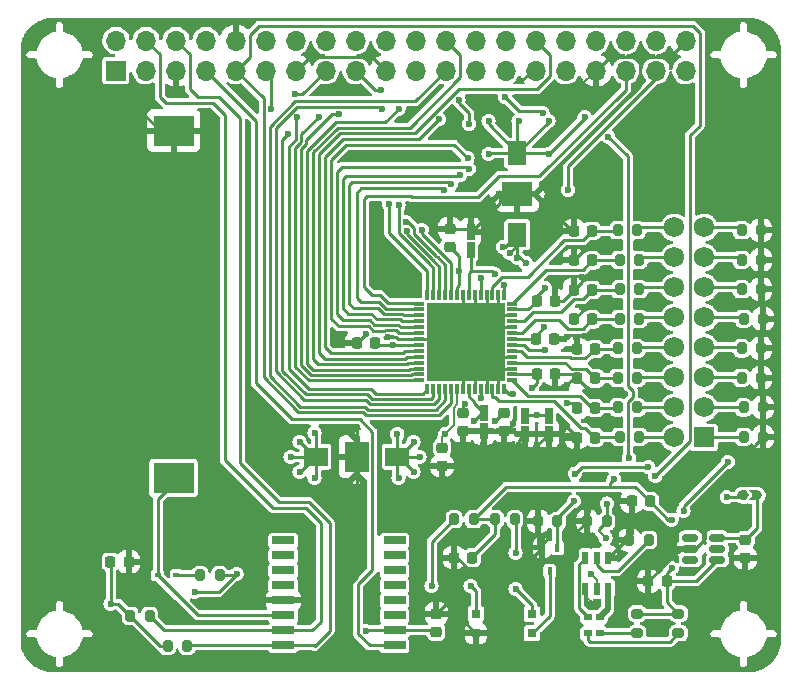
<source format=gbr>
G04 #@! TF.GenerationSoftware,KiCad,Pcbnew,(6.0.9)*
G04 #@! TF.CreationDate,2022-12-13T15:48:36+03:00*
G04 #@! TF.ProjectId,smuHAT,736d7548-4154-42e6-9b69-6361645f7063,2.2*
G04 #@! TF.SameCoordinates,Original*
G04 #@! TF.FileFunction,Copper,L1,Top*
G04 #@! TF.FilePolarity,Positive*
%FSLAX46Y46*%
G04 Gerber Fmt 4.6, Leading zero omitted, Abs format (unit mm)*
G04 Created by KiCad (PCBNEW (6.0.9)) date 2022-12-13 15:48:36*
%MOMM*%
%LPD*%
G01*
G04 APERTURE LIST*
G04 Aperture macros list*
%AMRoundRect*
0 Rectangle with rounded corners*
0 $1 Rounding radius*
0 $2 $3 $4 $5 $6 $7 $8 $9 X,Y pos of 4 corners*
0 Add a 4 corners polygon primitive as box body*
4,1,4,$2,$3,$4,$5,$6,$7,$8,$9,$2,$3,0*
0 Add four circle primitives for the rounded corners*
1,1,$1+$1,$2,$3*
1,1,$1+$1,$4,$5*
1,1,$1+$1,$6,$7*
1,1,$1+$1,$8,$9*
0 Add four rect primitives between the rounded corners*
20,1,$1+$1,$2,$3,$4,$5,0*
20,1,$1+$1,$4,$5,$6,$7,0*
20,1,$1+$1,$6,$7,$8,$9,0*
20,1,$1+$1,$8,$9,$2,$3,0*%
%AMFreePoly0*
4,1,24,0.650000,0.000000,0.300000,-0.400000,0.000000,-0.400000,-0.065800,-0.394500,-0.129900,-0.378300,-0.190400,-0.351800,-0.245700,-0.315700,-0.294300,-0.270900,-0.334900,-0.218800,-0.366300,-0.160700,-0.387800,-0.098200,-0.398600,-0.033000,-0.398600,0.033000,-0.387800,0.098200,-0.366300,0.160700,-0.334900,0.218800,-0.294300,0.270900,-0.245700,0.315700,-0.190400,0.351800,-0.129900,0.378300,
-0.065800,0.394500,0.000000,0.400000,0.300000,0.400000,0.650000,0.000000,0.650000,0.000000,$1*%
%AMFreePoly1*
4,1,24,0.065800,0.394500,0.129900,0.378300,0.190400,0.351800,0.245700,0.315700,0.294300,0.270900,0.334900,0.218800,0.366300,0.160700,0.387800,0.098200,0.398600,0.033000,0.398600,-0.033000,0.387800,-0.098200,0.366300,-0.160700,0.334900,-0.218800,0.294300,-0.270900,0.245700,-0.315700,0.190400,-0.351800,0.129900,-0.378300,0.065800,-0.394500,0.000000,-0.400000,-0.700000,-0.400000,
-0.350000,0.000000,-0.700000,0.400000,0.000000,0.400000,0.065800,0.394500,0.065800,0.394500,$1*%
G04 Aperture macros list end*
G04 #@! TA.AperFunction,SMDPad,CuDef*
%ADD10R,0.550000X1.100000*%
G04 #@! TD*
G04 #@! TA.AperFunction,SMDPad,CuDef*
%ADD11R,0.450000X0.700000*%
G04 #@! TD*
G04 #@! TA.AperFunction,SMDPad,CuDef*
%ADD12RoundRect,0.200000X-0.275000X0.200000X-0.275000X-0.200000X0.275000X-0.200000X0.275000X0.200000X0*%
G04 #@! TD*
G04 #@! TA.AperFunction,SMDPad,CuDef*
%ADD13RoundRect,0.225000X-0.225000X-0.250000X0.225000X-0.250000X0.225000X0.250000X-0.225000X0.250000X0*%
G04 #@! TD*
G04 #@! TA.AperFunction,SMDPad,CuDef*
%ADD14RoundRect,0.225000X-0.250000X0.225000X-0.250000X-0.225000X0.250000X-0.225000X0.250000X0.225000X0*%
G04 #@! TD*
G04 #@! TA.AperFunction,SMDPad,CuDef*
%ADD15R,0.850000X0.300000*%
G04 #@! TD*
G04 #@! TA.AperFunction,SMDPad,CuDef*
%ADD16R,0.300000X0.850000*%
G04 #@! TD*
G04 #@! TA.AperFunction,SMDPad,CuDef*
%ADD17R,6.700000X6.700000*%
G04 #@! TD*
G04 #@! TA.AperFunction,SMDPad,CuDef*
%ADD18RoundRect,0.200000X-0.200000X-0.275000X0.200000X-0.275000X0.200000X0.275000X-0.200000X0.275000X0*%
G04 #@! TD*
G04 #@! TA.AperFunction,SMDPad,CuDef*
%ADD19RoundRect,0.200000X0.200000X0.275000X-0.200000X0.275000X-0.200000X-0.275000X0.200000X-0.275000X0*%
G04 #@! TD*
G04 #@! TA.AperFunction,SMDPad,CuDef*
%ADD20R,0.540000X0.420000*%
G04 #@! TD*
G04 #@! TA.AperFunction,SMDPad,CuDef*
%ADD21RoundRect,0.225000X0.250000X-0.225000X0.250000X0.225000X-0.250000X0.225000X-0.250000X-0.225000X0*%
G04 #@! TD*
G04 #@! TA.AperFunction,SMDPad,CuDef*
%ADD22R,2.000000X1.600000*%
G04 #@! TD*
G04 #@! TA.AperFunction,SMDPad,CuDef*
%ADD23R,2.000000X2.600000*%
G04 #@! TD*
G04 #@! TA.AperFunction,ComponentPad*
%ADD24C,0.600000*%
G04 #@! TD*
G04 #@! TA.AperFunction,SMDPad,CuDef*
%ADD25R,3.500000X2.600000*%
G04 #@! TD*
G04 #@! TA.AperFunction,SMDPad,CuDef*
%ADD26RoundRect,0.225000X0.225000X0.250000X-0.225000X0.250000X-0.225000X-0.250000X0.225000X-0.250000X0*%
G04 #@! TD*
G04 #@! TA.AperFunction,ComponentPad*
%ADD27R,1.725000X1.725000*%
G04 #@! TD*
G04 #@! TA.AperFunction,ComponentPad*
%ADD28C,1.725000*%
G04 #@! TD*
G04 #@! TA.AperFunction,SMDPad,CuDef*
%ADD29R,1.600000X2.000000*%
G04 #@! TD*
G04 #@! TA.AperFunction,SMDPad,CuDef*
%ADD30R,2.600000X2.000000*%
G04 #@! TD*
G04 #@! TA.AperFunction,SMDPad,CuDef*
%ADD31R,0.800000X0.750000*%
G04 #@! TD*
G04 #@! TA.AperFunction,SMDPad,CuDef*
%ADD32RoundRect,0.150000X-0.512500X-0.150000X0.512500X-0.150000X0.512500X0.150000X-0.512500X0.150000X0*%
G04 #@! TD*
G04 #@! TA.AperFunction,SMDPad,CuDef*
%ADD33R,0.700000X1.350000*%
G04 #@! TD*
G04 #@! TA.AperFunction,SMDPad,CuDef*
%ADD34R,1.925000X0.650000*%
G04 #@! TD*
G04 #@! TA.AperFunction,SMDPad,CuDef*
%ADD35FreePoly0,0.000000*%
G04 #@! TD*
G04 #@! TA.AperFunction,SMDPad,CuDef*
%ADD36FreePoly1,0.000000*%
G04 #@! TD*
G04 #@! TA.AperFunction,SMDPad,CuDef*
%ADD37R,0.700000X0.600000*%
G04 #@! TD*
G04 #@! TA.AperFunction,ComponentPad*
%ADD38R,1.700000X1.700000*%
G04 #@! TD*
G04 #@! TA.AperFunction,ComponentPad*
%ADD39O,1.700000X1.700000*%
G04 #@! TD*
G04 #@! TA.AperFunction,ViaPad*
%ADD40C,0.600000*%
G04 #@! TD*
G04 #@! TA.AperFunction,Conductor*
%ADD41C,0.200000*%
G04 #@! TD*
G04 #@! TA.AperFunction,Conductor*
%ADD42C,0.250000*%
G04 #@! TD*
G04 #@! TA.AperFunction,Conductor*
%ADD43C,0.500000*%
G04 #@! TD*
G04 #@! TA.AperFunction,Conductor*
%ADD44C,0.150000*%
G04 #@! TD*
G04 APERTURE END LIST*
D10*
X162118000Y-120650000D03*
X163068000Y-120650000D03*
X164018000Y-120650000D03*
X164018000Y-118050000D03*
X163068000Y-118050000D03*
X162118000Y-118050000D03*
D11*
X159750000Y-117175000D03*
X158450000Y-117175000D03*
X159100000Y-119175000D03*
D12*
X170000000Y-122750000D03*
X170000000Y-124400000D03*
D13*
X158000000Y-96250000D03*
X159550000Y-96250000D03*
D14*
X155250000Y-105750000D03*
X155250000Y-107300000D03*
D15*
X148050000Y-96500000D03*
X148050000Y-97000000D03*
X148050000Y-97500000D03*
X148050000Y-98000000D03*
X148050000Y-98500000D03*
X148050000Y-99000000D03*
X148050000Y-99500000D03*
X148050000Y-100000000D03*
X148050000Y-100500000D03*
X148050000Y-101000000D03*
X148050000Y-101500000D03*
X148050000Y-102000000D03*
X148050000Y-102500000D03*
X148050000Y-103000000D03*
D16*
X148750000Y-103700000D03*
X149250000Y-103700000D03*
X149750000Y-103700000D03*
X150250000Y-103700000D03*
X150750000Y-103700000D03*
X151250000Y-103700000D03*
X151750000Y-103700000D03*
X152250000Y-103700000D03*
X152750000Y-103700000D03*
X153250000Y-103700000D03*
X153750000Y-103700000D03*
X154250000Y-103700000D03*
X154750000Y-103700000D03*
X155250000Y-103700000D03*
D15*
X155950000Y-103000000D03*
X155950000Y-102500000D03*
X155950000Y-102000000D03*
X155950000Y-101500000D03*
X155950000Y-101000000D03*
X155950000Y-100500000D03*
X155950000Y-100000000D03*
X155950000Y-99500000D03*
X155950000Y-99000000D03*
X155950000Y-98500000D03*
X155950000Y-98000000D03*
X155950000Y-97500000D03*
X155950000Y-97000000D03*
X155950000Y-96500000D03*
D16*
X155250000Y-95800000D03*
X154750000Y-95800000D03*
X154250000Y-95800000D03*
X153750000Y-95800000D03*
X153250000Y-95800000D03*
X152750000Y-95800000D03*
X152250000Y-95800000D03*
X151750000Y-95800000D03*
X151250000Y-95800000D03*
X150750000Y-95800000D03*
X150250000Y-95800000D03*
X149750000Y-95800000D03*
X149250000Y-95800000D03*
X148750000Y-95800000D03*
D17*
X152000000Y-99750000D03*
D18*
X175350000Y-95290000D03*
X177000000Y-95290000D03*
D19*
X166500000Y-90290000D03*
X164850000Y-90290000D03*
D20*
X125900000Y-119500000D03*
X127500000Y-119500000D03*
D21*
X150622000Y-91694000D03*
X150622000Y-90144000D03*
D19*
X166500000Y-102790000D03*
X164850000Y-102790000D03*
D22*
X139298000Y-109474000D03*
D23*
X142748000Y-109474000D03*
D22*
X146198000Y-109474000D03*
D24*
X142748000Y-107974000D03*
X142748000Y-110974000D03*
D19*
X152650000Y-114750000D03*
X151000000Y-114750000D03*
D25*
X127254000Y-111252000D03*
X127254000Y-81852000D03*
D19*
X166675000Y-95290000D03*
X165025000Y-95290000D03*
D18*
X175525000Y-107790000D03*
X177175000Y-107790000D03*
D19*
X166500000Y-105290000D03*
X164850000Y-105290000D03*
D14*
X175666400Y-116509200D03*
X175666400Y-118059200D03*
D26*
X162925000Y-107840000D03*
X161375000Y-107840000D03*
X162700000Y-90340000D03*
X161150000Y-90340000D03*
D13*
X157950000Y-99500000D03*
X159500000Y-99500000D03*
D27*
X172175000Y-107830000D03*
D28*
X169635000Y-107830000D03*
X172175000Y-105290000D03*
X169635000Y-105290000D03*
X172175000Y-102750000D03*
X169635000Y-102750000D03*
X172175000Y-100210000D03*
X169635000Y-100210000D03*
X172175000Y-97670000D03*
X169635000Y-97670000D03*
X172175000Y-95130000D03*
X169635000Y-95130000D03*
X172175000Y-92590000D03*
X169635000Y-92590000D03*
X172175000Y-90050000D03*
X169635000Y-90050000D03*
D29*
X156362400Y-83769200D03*
D30*
X156362400Y-87219200D03*
D29*
X156362400Y-90669200D03*
D24*
X157862400Y-87219200D03*
X154862400Y-87219200D03*
D18*
X165850000Y-116500000D03*
X167500000Y-116500000D03*
D31*
X157600000Y-124425000D03*
X157600000Y-122775000D03*
D18*
X175350000Y-92790000D03*
X177000000Y-92790000D03*
X175525000Y-105290000D03*
X177175000Y-105290000D03*
X175350000Y-102790000D03*
X177000000Y-102790000D03*
D32*
X171003800Y-116311600D03*
X171003800Y-117261600D03*
X171003800Y-118211600D03*
X173278800Y-118211600D03*
X173278800Y-117261600D03*
X173278800Y-116311600D03*
D33*
X153500000Y-105750000D03*
X153500000Y-107250000D03*
D31*
X152850000Y-124425000D03*
X152850000Y-122775000D03*
D13*
X121907000Y-118364000D03*
X123457000Y-118364000D03*
D19*
X131150000Y-119500000D03*
X129500000Y-119500000D03*
D34*
X136538000Y-125445000D03*
X136538000Y-124175000D03*
X136538000Y-122905000D03*
X136538000Y-121635000D03*
X136538000Y-120365000D03*
X136538000Y-119095000D03*
X136538000Y-117825000D03*
X136538000Y-116555000D03*
X145962000Y-116555000D03*
X145962000Y-117825000D03*
X145962000Y-119095000D03*
X145962000Y-120365000D03*
X145962000Y-121635000D03*
X145962000Y-122905000D03*
X145962000Y-124175000D03*
X145962000Y-125445000D03*
D18*
X158100000Y-114925000D03*
X159750000Y-114925000D03*
X175350000Y-100290000D03*
X177000000Y-100290000D03*
D13*
X151000000Y-118000000D03*
X152550000Y-118000000D03*
X158000000Y-102500000D03*
X159550000Y-102500000D03*
D26*
X162700000Y-95340000D03*
X161150000Y-95340000D03*
D18*
X175350000Y-90290000D03*
X177000000Y-90290000D03*
D33*
X152400000Y-91924000D03*
X152400000Y-90424000D03*
D18*
X123572000Y-122936000D03*
X125222000Y-122936000D03*
D33*
X157000000Y-106000000D03*
X157000000Y-107500000D03*
D14*
X151750000Y-105750000D03*
X151750000Y-107300000D03*
D18*
X162275000Y-114925000D03*
X163925000Y-114925000D03*
D26*
X167600000Y-113250000D03*
X166050000Y-113250000D03*
X162700000Y-97840000D03*
X161150000Y-97840000D03*
D21*
X149500000Y-124300000D03*
X149500000Y-122750000D03*
D26*
X162975000Y-102840000D03*
X161425000Y-102840000D03*
X162925000Y-105340000D03*
X161375000Y-105340000D03*
D35*
X175382400Y-112725200D03*
D36*
X176682400Y-112725200D03*
D14*
X149987000Y-108686000D03*
X149987000Y-110236000D03*
D26*
X162700000Y-92840000D03*
X161150000Y-92840000D03*
D18*
X175525000Y-97790000D03*
X177175000Y-97790000D03*
X126746000Y-125476000D03*
X128396000Y-125476000D03*
D26*
X162925000Y-100340000D03*
X161375000Y-100340000D03*
D13*
X167450000Y-120000000D03*
X169000000Y-120000000D03*
D37*
X162350000Y-123025000D03*
X163350000Y-123025000D03*
X163350000Y-124425000D03*
X162350000Y-124425000D03*
D19*
X166675000Y-107790000D03*
X165025000Y-107790000D03*
D12*
X166500000Y-122750000D03*
X166500000Y-124400000D03*
D18*
X154500000Y-114750000D03*
X156150000Y-114750000D03*
D33*
X159000000Y-106000000D03*
X159000000Y-107500000D03*
D19*
X166675000Y-97790000D03*
X165025000Y-97790000D03*
X166675000Y-92790000D03*
X165025000Y-92790000D03*
D26*
X144298000Y-99822000D03*
X142748000Y-99822000D03*
D19*
X166500000Y-100290000D03*
X164850000Y-100290000D03*
D38*
X122370000Y-76770000D03*
D39*
X122370000Y-74230000D03*
X124910000Y-76770000D03*
X124910000Y-74230000D03*
X127450000Y-76770000D03*
X127450000Y-74230000D03*
X129990000Y-76770000D03*
X129990000Y-74230000D03*
X132530000Y-76770000D03*
X132530000Y-74230000D03*
X135070000Y-76770000D03*
X135070000Y-74230000D03*
X137610000Y-76770000D03*
X137610000Y-74230000D03*
X140150000Y-76770000D03*
X140150000Y-74230000D03*
X142690000Y-76770000D03*
X142690000Y-74230000D03*
X145230000Y-76770000D03*
X145230000Y-74230000D03*
X147770000Y-76770000D03*
X147770000Y-74230000D03*
X150310000Y-76770000D03*
X150310000Y-74230000D03*
X152850000Y-76770000D03*
X152850000Y-74230000D03*
X155390000Y-76770000D03*
X155390000Y-74230000D03*
X157930000Y-76770000D03*
X157930000Y-74230000D03*
X160470000Y-76770000D03*
X160470000Y-74230000D03*
X163010000Y-76770000D03*
X163010000Y-74230000D03*
X165550000Y-76770000D03*
X165550000Y-74230000D03*
X168090000Y-76770000D03*
X168090000Y-74230000D03*
X170630000Y-76770000D03*
X170630000Y-74230000D03*
D40*
X162814000Y-121920000D03*
X163830000Y-116332000D03*
X162560000Y-119380000D03*
X137922000Y-110744000D03*
X143510000Y-124206000D03*
X139192000Y-111252000D03*
X137160000Y-109474000D03*
X132588000Y-119380000D03*
X121920000Y-121920000D03*
X137922000Y-108204000D03*
X129032000Y-120904000D03*
X139192000Y-107442000D03*
X160274000Y-106680000D03*
X153750000Y-102536000D03*
X167132000Y-87884000D03*
X156464000Y-108458000D03*
X150251500Y-111379000D03*
X124764800Y-80518000D03*
X154976000Y-97500000D03*
X145237200Y-113487200D03*
X162099850Y-99231660D03*
X150114000Y-97028000D03*
X167894000Y-99060000D03*
X145451000Y-99350000D03*
X159715200Y-90373200D03*
X155032000Y-101000000D03*
X160528000Y-103378000D03*
X161290000Y-99314000D03*
X153162000Y-82550000D03*
X170332400Y-81280000D03*
X143256000Y-84074000D03*
X159715200Y-92862400D03*
X154750000Y-102552000D03*
X146050000Y-84074000D03*
X161290000Y-108966000D03*
X161798000Y-96774000D03*
X168148000Y-123952000D03*
X166370000Y-119888000D03*
X141478000Y-120904000D03*
X162306000Y-114046000D03*
X170332400Y-83413600D03*
X170688000Y-119126000D03*
X143510000Y-99060000D03*
X155194000Y-108458000D03*
X156667200Y-77673200D03*
X157988000Y-108458000D03*
X167132000Y-86868000D03*
X167894000Y-104140000D03*
X141732000Y-99822000D03*
X167894000Y-96520000D03*
X149352000Y-97028000D03*
X141986000Y-78486000D03*
X150876000Y-97028000D03*
X161798000Y-94264500D03*
X152750000Y-102520000D03*
X162661600Y-91694000D03*
X167894000Y-93980000D03*
X152750000Y-96932000D03*
X160528000Y-104924500D03*
X167894000Y-91440000D03*
X170332400Y-84531200D03*
X149166000Y-99500000D03*
X175006000Y-119888000D03*
X163830000Y-101600000D03*
X160528000Y-79908400D03*
X165506400Y-104140000D03*
X145542000Y-93726000D03*
X167894000Y-101600000D03*
X154178000Y-96774000D03*
X152000000Y-99750000D03*
X149860000Y-81788000D03*
X153416000Y-108458000D03*
X170332400Y-82346800D03*
X155956000Y-106680000D03*
X160528000Y-99314000D03*
X167132000Y-85852000D03*
X163068000Y-111252000D03*
X167894000Y-106426000D03*
X170332400Y-80111600D03*
X159004000Y-116332000D03*
X140970000Y-107442000D03*
X154838351Y-101858071D03*
X162560000Y-96520000D03*
X127508000Y-78486000D03*
X133604000Y-79248000D03*
X161036000Y-115824000D03*
X157632400Y-78994000D03*
X167894000Y-88900000D03*
X142748000Y-106934000D03*
X147574000Y-80264000D03*
X151750000Y-96916000D03*
X161788211Y-78933411D03*
X143764000Y-122174000D03*
X167386000Y-109220000D03*
X138684000Y-121412000D03*
X151892000Y-108458000D03*
X167132000Y-84632800D03*
X172212000Y-115062000D03*
X163830000Y-106426000D03*
X172770800Y-84785200D03*
X159004000Y-81026000D03*
X164541200Y-111353600D03*
X162052000Y-80721200D03*
X169418000Y-114808000D03*
X156464000Y-81026000D03*
X159004000Y-83820000D03*
X164042989Y-82356589D03*
X169439589Y-118893589D03*
X153924000Y-81026000D03*
X165811200Y-109575600D03*
X153924000Y-83820000D03*
X152654000Y-106426000D03*
X155271839Y-94936339D03*
X155956000Y-104125500D03*
X157988000Y-105918000D03*
X158722025Y-100416700D03*
X154432000Y-93980000D03*
X153249998Y-104481374D03*
X158699200Y-95199200D03*
X155143200Y-91694000D03*
X157581600Y-103632000D03*
X155702000Y-92202000D03*
X151960468Y-104969762D03*
X153314400Y-94374500D03*
X156362400Y-92608400D03*
X154432000Y-106476800D03*
X157099000Y-93091000D03*
X147574000Y-108204000D03*
X148082000Y-109474000D03*
X151384000Y-93726000D03*
X145859101Y-100037501D03*
X147574000Y-110744000D03*
X146198000Y-107548000D03*
X146304000Y-111252000D03*
X150241000Y-107569000D03*
X174091600Y-112877600D03*
X158648400Y-98516100D03*
X146304000Y-80010000D03*
X136906000Y-82169000D03*
X141292500Y-80449500D03*
X137716587Y-80718987D03*
X139525111Y-80698711D03*
X156210000Y-117602000D03*
X156210000Y-120650000D03*
X149098000Y-120396000D03*
X152400000Y-120396000D03*
X168046400Y-111099600D03*
X163931600Y-113436400D03*
X135498500Y-80010000D03*
X147012289Y-90376111D03*
X137576194Y-78750500D03*
X146923635Y-89581539D03*
X148261789Y-90247169D03*
X144780000Y-78384400D03*
X174171911Y-109909911D03*
X161239200Y-110896400D03*
X167436800Y-110337600D03*
X170434000Y-114046000D03*
X161137600Y-113233200D03*
X144859500Y-79999500D03*
X151384000Y-79248000D03*
X152273000Y-81280000D03*
X146299135Y-88141104D03*
X145501452Y-88087200D03*
X149730089Y-80896089D03*
X155321000Y-78994000D03*
X158496000Y-80380500D03*
X152146000Y-84201000D03*
X152247600Y-85090500D03*
X150139400Y-86868500D03*
X160655000Y-86868000D03*
X151511500Y-85608500D03*
X150749000Y-86349500D03*
D41*
X162118000Y-121224000D02*
X162814000Y-121920000D01*
X162118000Y-120650000D02*
X162118000Y-121224000D01*
X163250000Y-115752000D02*
X163250000Y-115600000D01*
X163830000Y-116332000D02*
X163250000Y-115752000D01*
X163068000Y-119888000D02*
X162560000Y-119380000D01*
X163068000Y-120650000D02*
X163068000Y-119888000D01*
D42*
X163068000Y-118618000D02*
X163068000Y-118050000D01*
X163576000Y-119126000D02*
X163068000Y-118618000D01*
X164846000Y-119126000D02*
X163576000Y-119126000D01*
X166050000Y-113250000D02*
X166050000Y-116018000D01*
X166050000Y-116018000D02*
X164018000Y-118050000D01*
X138684000Y-121412000D02*
X136761000Y-121412000D01*
X136761000Y-121412000D02*
X136538000Y-121635000D01*
X164874000Y-119126000D02*
X164846000Y-119126000D01*
X167500000Y-116500000D02*
X164874000Y-119126000D01*
X164846000Y-119126000D02*
X166116000Y-117856000D01*
D43*
X164018000Y-122357000D02*
X163350000Y-123025000D01*
X164018000Y-120650000D02*
X164018000Y-122357000D01*
D42*
X161568000Y-118630000D02*
X161568000Y-122243000D01*
X161568000Y-122243000D02*
X162350000Y-123025000D01*
X162118000Y-118080000D02*
X161568000Y-118630000D01*
X121920000Y-121920000D02*
X122556000Y-121920000D01*
X139298000Y-109474000D02*
X139298000Y-111146000D01*
X139192000Y-109474000D02*
X137922000Y-110744000D01*
X139298000Y-109474000D02*
X139298000Y-107548000D01*
X145962000Y-124175000D02*
X143541000Y-124175000D01*
X132588000Y-119380000D02*
X131064000Y-120904000D01*
X139298000Y-111146000D02*
X139192000Y-111252000D01*
X121920000Y-118377000D02*
X121907000Y-118364000D01*
X123572000Y-122936000D02*
X126112000Y-125476000D01*
X149500000Y-124300000D02*
X149375000Y-124175000D01*
X139192000Y-109474000D02*
X137922000Y-108204000D01*
X139298000Y-109474000D02*
X139192000Y-109474000D01*
X131150000Y-119500000D02*
X132468000Y-119500000D01*
X121920000Y-121920000D02*
X121920000Y-118377000D01*
X149375000Y-124175000D02*
X145962000Y-124175000D01*
X122556000Y-121920000D02*
X123572000Y-122936000D01*
X132468000Y-119500000D02*
X132588000Y-119380000D01*
X126112000Y-125476000D02*
X126746000Y-125476000D01*
X131064000Y-120904000D02*
X129032000Y-120904000D01*
X139298000Y-109474000D02*
X137160000Y-109474000D01*
X143541000Y-124175000D02*
X143510000Y-124206000D01*
X139298000Y-107548000D02*
X139192000Y-107442000D01*
X151750000Y-95800000D02*
X151750000Y-96916000D01*
X154980280Y-102000000D02*
X154838351Y-101858071D01*
X158906600Y-85898600D02*
X166725600Y-78079600D01*
X171003800Y-117261600D02*
X170188400Y-117261600D01*
X155950000Y-98500000D02*
X153250000Y-98500000D01*
X157862400Y-87219200D02*
X158906600Y-86175000D01*
X150603000Y-122178000D02*
X150603000Y-121647000D01*
X142748000Y-107974000D02*
X142748000Y-110974000D01*
X172212000Y-116437651D02*
X171388051Y-117261600D01*
X138785000Y-75595000D02*
X144055000Y-75595000D01*
X161798000Y-96774000D02*
X162306000Y-96774000D01*
X154862400Y-87961600D02*
X152400000Y-90424000D01*
X142748000Y-119634000D02*
X141478000Y-120904000D01*
X162296000Y-91694000D02*
X161150000Y-92840000D01*
X161425000Y-102840000D02*
X162725000Y-104140000D01*
X145451000Y-99350000D02*
X146055484Y-99350000D01*
X152850000Y-124425000D02*
X150603000Y-122178000D01*
X153250000Y-101000000D02*
X155032000Y-101000000D01*
X152750000Y-100500000D02*
X152750000Y-102520000D01*
D44*
X163010000Y-76770000D02*
X163010000Y-77450052D01*
D42*
X154862400Y-87219200D02*
X154862400Y-87961600D01*
X172212000Y-115062000D02*
X172212000Y-116437651D01*
X161290000Y-100255000D02*
X161375000Y-100340000D01*
D44*
X161788211Y-77991789D02*
X163010000Y-76770000D01*
X159613600Y-78994000D02*
X157632400Y-78994000D01*
D42*
X161035000Y-107500000D02*
X159000000Y-107500000D01*
X170630000Y-74230000D02*
X169265000Y-75595000D01*
X177000000Y-100290000D02*
X177000000Y-97965000D01*
X166679400Y-75595000D02*
X164185000Y-75595000D01*
X153750000Y-98000000D02*
X152000000Y-99750000D01*
X157862400Y-87219200D02*
X160983200Y-90340000D01*
X170188400Y-117261600D02*
X167450000Y-120000000D01*
X151892000Y-108458000D02*
X151750000Y-108316000D01*
X161290000Y-107925000D02*
X161375000Y-107840000D01*
X155194000Y-108458000D02*
X155194000Y-107442000D01*
X177175000Y-102965000D02*
X177000000Y-102790000D01*
X153782000Y-99750000D02*
X155032000Y-101000000D01*
X158100000Y-114925000D02*
X158100000Y-116825000D01*
X166370000Y-119888000D02*
X167338000Y-119888000D01*
X155194000Y-108458000D02*
X155250000Y-108402000D01*
X160240000Y-96250000D02*
X161150000Y-95340000D01*
X153500000Y-107250000D02*
X153500000Y-108374000D01*
X142748000Y-99822000D02*
X141732000Y-99822000D01*
X151750000Y-99500000D02*
X149166000Y-99500000D01*
X156499000Y-119126000D02*
X158450000Y-117175000D01*
X158450000Y-117175000D02*
X158450000Y-116886000D01*
X161372340Y-99231660D02*
X162099850Y-99231660D01*
X161376000Y-115824000D02*
X162275000Y-114925000D01*
X177000000Y-90290000D02*
X177000000Y-89014400D01*
D44*
X160528000Y-79908400D02*
X159613600Y-78994000D01*
D42*
X160528000Y-104924500D02*
X160959500Y-104924500D01*
X152750000Y-96932000D02*
X152750000Y-99000000D01*
X150251500Y-111379000D02*
X148143300Y-113487200D01*
X157930000Y-76770000D02*
X157570400Y-76770000D01*
X161290000Y-108966000D02*
X161290000Y-107925000D01*
X152750000Y-102520000D02*
X152750000Y-103700000D01*
X154750000Y-97000000D02*
X152000000Y-99750000D01*
X148050000Y-99500000D02*
X149166000Y-99500000D01*
X146225242Y-99519758D02*
X148030242Y-99519758D01*
X161375000Y-107781000D02*
X160274000Y-106680000D01*
X137610000Y-76770000D02*
X138785000Y-75595000D01*
X142748000Y-110974000D02*
X142748000Y-119634000D01*
X153750000Y-101500000D02*
X153750000Y-102536000D01*
X166725600Y-75641200D02*
X166679400Y-75595000D01*
X148143300Y-113487200D02*
X145237200Y-113487200D01*
X126066800Y-81820000D02*
X124764800Y-80518000D01*
X160342000Y-99500000D02*
X160528000Y-99314000D01*
X152120000Y-90144000D02*
X152400000Y-90424000D01*
X166725600Y-78079600D02*
X166725600Y-75641200D01*
X161036000Y-115824000D02*
X161376000Y-115824000D01*
X154750000Y-95800000D02*
X154750000Y-97000000D01*
X152000000Y-99750000D02*
X153782000Y-99750000D01*
X151750000Y-108316000D02*
X151750000Y-107300000D01*
X155950000Y-102000000D02*
X154980280Y-102000000D01*
X150603000Y-121647000D02*
X151000000Y-121250000D01*
X151750000Y-96916000D02*
X151750000Y-99500000D01*
X152000000Y-99750000D02*
X152750000Y-100500000D01*
X157988000Y-108458000D02*
X158042000Y-108458000D01*
X158906600Y-86175000D02*
X158906600Y-85898600D01*
X161375000Y-107840000D02*
X161375000Y-107781000D01*
X146055484Y-99350000D02*
X146225242Y-99519758D01*
X142748000Y-99822000D02*
X143510000Y-99060000D01*
X148030242Y-99519758D02*
X148050000Y-99500000D01*
X150622000Y-90144000D02*
X152120000Y-90144000D01*
X152750000Y-99000000D02*
X152000000Y-99750000D01*
X177000000Y-97965000D02*
X177175000Y-97790000D01*
X177000000Y-89014400D02*
X172770800Y-84785200D01*
X159748400Y-90340000D02*
X159715200Y-90373200D01*
X151750000Y-99500000D02*
X152000000Y-99750000D01*
X154750000Y-102552000D02*
X154750000Y-102500000D01*
X171388051Y-117261600D02*
X171003800Y-117261600D01*
X177175000Y-95465000D02*
X177000000Y-95290000D01*
X161798000Y-96774000D02*
X161798000Y-97192000D01*
X159715200Y-92862400D02*
X161127600Y-92862400D01*
X151750000Y-103700000D02*
X151750000Y-100000000D01*
X162725000Y-104140000D02*
X165506400Y-104140000D01*
X153500000Y-108374000D02*
X153416000Y-108458000D01*
X175666400Y-118059200D02*
X175666400Y-119227600D01*
X152750000Y-95800000D02*
X152750000Y-96932000D01*
X177175000Y-105290000D02*
X177175000Y-102965000D01*
X162661600Y-91694000D02*
X162296000Y-91694000D01*
X159550000Y-102500000D02*
X161085000Y-102500000D01*
X153750000Y-95800000D02*
X153750000Y-98000000D01*
X151274000Y-118000000D02*
X152400000Y-119126000D01*
X162275000Y-114925000D02*
X162275000Y-114077000D01*
X177000000Y-92790000D02*
X177000000Y-90290000D01*
X142748000Y-107974000D02*
X142748000Y-106934000D01*
X161290000Y-99314000D02*
X161290000Y-100255000D01*
X161375000Y-107840000D02*
X161035000Y-107500000D01*
X142240000Y-107442000D02*
X142748000Y-106934000D01*
X161290000Y-99314000D02*
X161372340Y-99231660D01*
X160959500Y-104924500D02*
X161375000Y-105340000D01*
X154750000Y-103700000D02*
X154750000Y-102552000D01*
X151000000Y-118000000D02*
X151274000Y-118000000D01*
X152400000Y-119126000D02*
X156499000Y-119126000D01*
X177175000Y-107790000D02*
X172212000Y-112753000D01*
X155194000Y-107442000D02*
X155956000Y-106680000D01*
X177175000Y-97790000D02*
X177175000Y-95465000D01*
X127762000Y-81820000D02*
X126066800Y-81820000D01*
X151750000Y-100000000D02*
X152000000Y-99750000D01*
X157570400Y-76770000D02*
X156667200Y-77673200D01*
X161085000Y-102500000D02*
X161425000Y-102840000D01*
X159550000Y-96250000D02*
X160240000Y-96250000D01*
X158100000Y-116825000D02*
X158450000Y-117175000D01*
X158450000Y-116886000D02*
X159004000Y-116332000D01*
X167233600Y-84531200D02*
X170332400Y-84531200D01*
X153250000Y-98500000D02*
X152000000Y-99750000D01*
X164185000Y-75595000D02*
X163010000Y-76770000D01*
X160983200Y-90340000D02*
X161150000Y-90340000D01*
X152000000Y-99750000D02*
X153250000Y-101000000D01*
X154250000Y-102000000D02*
X152000000Y-99750000D01*
X177000000Y-102790000D02*
X177000000Y-100290000D01*
X151000000Y-121250000D02*
X151000000Y-118000000D01*
X162275000Y-114925000D02*
X162275000Y-115793000D01*
X161066000Y-102840000D02*
X160528000Y-103378000D01*
X152000000Y-99750000D02*
X154250000Y-97500000D01*
X140970000Y-107442000D02*
X142240000Y-107442000D01*
X155250000Y-108402000D02*
X155250000Y-107300000D01*
X144055000Y-75595000D02*
X145230000Y-76770000D01*
X155950000Y-102000000D02*
X154250000Y-102000000D01*
X154750000Y-102500000D02*
X152000000Y-99750000D01*
X155950000Y-97500000D02*
X154976000Y-97500000D01*
X161798000Y-94264500D02*
X161798000Y-94692000D01*
X169265000Y-75595000D02*
X166679400Y-75595000D01*
X175666400Y-119227600D02*
X175006000Y-119888000D01*
X161798000Y-97192000D02*
X161150000Y-97840000D01*
X161798000Y-94692000D02*
X161150000Y-95340000D01*
X153750000Y-102536000D02*
X153750000Y-103700000D01*
X156464000Y-108458000D02*
X156464000Y-108036000D01*
X177000000Y-95290000D02*
X177000000Y-92790000D01*
D44*
X161788211Y-78933411D02*
X161788211Y-77991789D01*
D42*
X158042000Y-108458000D02*
X159000000Y-107500000D01*
X149500000Y-122750000D02*
X150603000Y-121647000D01*
X162275000Y-115793000D02*
X162600000Y-116118000D01*
X177175000Y-107790000D02*
X177175000Y-105290000D01*
X155194000Y-108458000D02*
X153416000Y-110236000D01*
X162275000Y-114077000D02*
X162306000Y-114046000D01*
X162306000Y-96774000D02*
X162560000Y-96520000D01*
X155950000Y-101000000D02*
X155032000Y-101000000D01*
X153416000Y-110236000D02*
X149987000Y-110236000D01*
X161127600Y-92862400D02*
X161150000Y-92840000D01*
X161150000Y-90340000D02*
X159748400Y-90340000D01*
X154250000Y-97500000D02*
X154976000Y-97500000D01*
X152000000Y-99750000D02*
X153750000Y-101500000D01*
X161425000Y-102840000D02*
X161066000Y-102840000D01*
X159500000Y-99500000D02*
X160342000Y-99500000D01*
X172212000Y-112753000D02*
X172212000Y-115062000D01*
X167338000Y-119888000D02*
X167450000Y-120000000D01*
X156464000Y-108036000D02*
X157000000Y-107500000D01*
X167132000Y-84632800D02*
X167233600Y-84531200D01*
X164236400Y-111658400D02*
X164236400Y-112014000D01*
X153974800Y-83769200D02*
X153924000Y-83820000D01*
X156362400Y-83769200D02*
X158953200Y-83769200D01*
X155386000Y-112014000D02*
X164236400Y-112014000D01*
X165750000Y-103499716D02*
X166131400Y-103881116D01*
X152650000Y-114750000D02*
X154500000Y-114750000D01*
X169000000Y-121750000D02*
X170000000Y-122750000D01*
X169418000Y-114808000D02*
X169158000Y-114808000D01*
X159004000Y-81127600D02*
X156362400Y-83769200D01*
X152550000Y-118000000D02*
X152550000Y-117960000D01*
X169000000Y-120000000D02*
X169000000Y-119333178D01*
X166364000Y-112014000D02*
X167600000Y-113250000D01*
X154500000Y-116010000D02*
X154500000Y-114750000D01*
X158953200Y-83769200D02*
X159004000Y-83820000D01*
X169158000Y-114808000D02*
X167600000Y-113250000D01*
X153924000Y-81330800D02*
X156362400Y-83769200D01*
X169000000Y-120000000D02*
X171490400Y-120000000D01*
X159004000Y-81026000D02*
X159004000Y-81127600D01*
X166500000Y-122750000D02*
X170000000Y-122750000D01*
X165750000Y-89245200D02*
X165750000Y-92659200D01*
X169000000Y-119333178D02*
X169439589Y-118893589D01*
X165709600Y-84023200D02*
X165709600Y-89204800D01*
X165750000Y-109362000D02*
X165811200Y-109423200D01*
X166131400Y-103881116D02*
X166131400Y-104441138D01*
X156362400Y-83769200D02*
X156362400Y-81127600D01*
X165750000Y-92659200D02*
X165750000Y-103499716D01*
X165811200Y-109423200D02*
X165811200Y-109575600D01*
X156362400Y-83769200D02*
X153974800Y-83769200D01*
X166131400Y-104441138D02*
X165750000Y-104822538D01*
X165709600Y-89204800D02*
X165750000Y-89245200D01*
X171490400Y-120000000D02*
X173278800Y-118211600D01*
X152550000Y-117960000D02*
X154500000Y-116010000D01*
X152650000Y-114750000D02*
X155386000Y-112014000D01*
X164236400Y-112014000D02*
X166364000Y-112014000D01*
X156362400Y-81127600D02*
X156464000Y-81026000D01*
X153924000Y-81026000D02*
X153924000Y-81330800D01*
X159004000Y-83820000D02*
X162052000Y-80772000D01*
X162052000Y-80772000D02*
X162052000Y-80721200D01*
X164541200Y-111353600D02*
X164236400Y-111658400D01*
X169000000Y-120000000D02*
X169000000Y-121750000D01*
X165750000Y-104822538D02*
X165750000Y-109362000D01*
X164042989Y-82356589D02*
X165709600Y-84023200D01*
X154275000Y-104450000D02*
X154250000Y-104425000D01*
X154250000Y-104425000D02*
X154250000Y-103700000D01*
X162925000Y-107840000D02*
X162125000Y-107040000D01*
X162125000Y-107040000D02*
X161715000Y-107040000D01*
X161715000Y-107040000D02*
X159425000Y-104750000D01*
X165025000Y-107790000D02*
X162975000Y-107790000D01*
X154788000Y-104750000D02*
X154488000Y-104450000D01*
X159425000Y-104750000D02*
X154788000Y-104750000D01*
X154488000Y-104450000D02*
X154275000Y-104450000D01*
X162975000Y-107790000D02*
X162925000Y-107840000D01*
X157250000Y-104300000D02*
X161632183Y-104300000D01*
X162925000Y-105340000D02*
X164800000Y-105340000D01*
X162672183Y-105340000D02*
X161632183Y-104300000D01*
X155950000Y-103000000D02*
X157250000Y-104300000D01*
X162925000Y-105340000D02*
X162672183Y-105340000D01*
X164800000Y-105340000D02*
X164850000Y-105290000D01*
X162175000Y-102040000D02*
X160972183Y-102040000D01*
X155950000Y-101500000D02*
X160432183Y-101500000D01*
X164800000Y-102840000D02*
X164850000Y-102790000D01*
X160432183Y-101500000D02*
X160972183Y-102040000D01*
X162975000Y-102840000D02*
X164800000Y-102840000D01*
X162975000Y-102840000D02*
X162175000Y-102040000D01*
X156550000Y-100550000D02*
X156500000Y-100500000D01*
X164800000Y-100340000D02*
X164850000Y-100290000D01*
X156675000Y-100500000D02*
X157216200Y-101041200D01*
X162125000Y-101140000D02*
X162925000Y-100340000D01*
X156500000Y-100500000D02*
X155950000Y-100500000D01*
X155950000Y-100500000D02*
X156675000Y-100500000D01*
X157216200Y-101041200D02*
X160823383Y-101041200D01*
X162925000Y-100340000D02*
X164800000Y-100340000D01*
X160823383Y-101041200D02*
X160922183Y-101140000D01*
X160922183Y-101140000D02*
X162125000Y-101140000D01*
X161900000Y-98640000D02*
X162700000Y-97840000D01*
X155950000Y-99000000D02*
X156727200Y-99000000D01*
X162700000Y-97840000D02*
X164975000Y-97840000D01*
X157835600Y-97891600D02*
X159918400Y-97891600D01*
X159918400Y-97891600D02*
X160666800Y-98640000D01*
X160666800Y-98640000D02*
X161900000Y-98640000D01*
X156727200Y-99000000D02*
X157835600Y-97891600D01*
X164975000Y-97840000D02*
X165025000Y-97790000D01*
X139161000Y-125445000D02*
X139192000Y-125476000D01*
X140462000Y-115062000D02*
X138684000Y-113284000D01*
X132842000Y-109982000D02*
X132842000Y-80772000D01*
X132842000Y-80772000D02*
X131064000Y-78994000D01*
X128625000Y-78333000D02*
X128625000Y-75405000D01*
X131064000Y-78994000D02*
X129286000Y-78994000D01*
X136144000Y-113284000D02*
X132842000Y-109982000D01*
X139192000Y-125476000D02*
X140462000Y-124206000D01*
X129286000Y-78994000D02*
X128625000Y-78333000D01*
X128625000Y-75405000D02*
X127450000Y-74230000D01*
X128427000Y-125445000D02*
X128396000Y-125476000D01*
X140462000Y-124206000D02*
X140462000Y-115062000D01*
X138684000Y-113284000D02*
X136144000Y-113284000D01*
X136538000Y-125445000D02*
X128427000Y-125445000D01*
X136538000Y-125445000D02*
X139161000Y-125445000D01*
X139700000Y-123444000D02*
X139700000Y-115062000D01*
X136538000Y-124175000D02*
X126461000Y-124175000D01*
X136538000Y-124175000D02*
X138969000Y-124175000D01*
X139700000Y-115062000D02*
X138430000Y-113792000D01*
X138430000Y-113792000D02*
X135636000Y-113792000D01*
X126085000Y-78993400D02*
X126085000Y-75405000D01*
X126461000Y-124175000D02*
X125222000Y-122936000D01*
X126085000Y-75405000D02*
X124910000Y-74230000D01*
X126593600Y-79502000D02*
X126085000Y-78993400D01*
X130556000Y-79502000D02*
X126593600Y-79502000D01*
X131572000Y-80518000D02*
X130556000Y-79502000D01*
X138969000Y-124175000D02*
X139700000Y-123444000D01*
X135636000Y-113792000D02*
X131572000Y-109728000D01*
X131572000Y-109728000D02*
X131572000Y-80518000D01*
X129305000Y-122905000D02*
X125900000Y-119500000D01*
X136538000Y-122905000D02*
X129305000Y-122905000D01*
X125900000Y-119500000D02*
X125900000Y-113082000D01*
X125900000Y-113082000D02*
X127762000Y-111220000D01*
X161900000Y-96140000D02*
X162700000Y-95340000D01*
X156886396Y-98000000D02*
X157655196Y-97231200D01*
X164975000Y-95340000D02*
X165025000Y-95290000D01*
X160070800Y-97231200D02*
X161162000Y-96140000D01*
X161162000Y-96140000D02*
X161900000Y-96140000D01*
X162700000Y-95340000D02*
X164975000Y-95340000D01*
X157655196Y-97231200D02*
X160070800Y-97231200D01*
X155950000Y-98000000D02*
X156886396Y-98000000D01*
X155950000Y-96500000D02*
X158810000Y-93640000D01*
X164975000Y-92840000D02*
X165025000Y-92790000D01*
X158810000Y-93640000D02*
X161900000Y-93640000D01*
X161900000Y-93640000D02*
X162700000Y-92840000D01*
X162700000Y-92840000D02*
X164975000Y-92840000D01*
X164800000Y-90340000D02*
X164850000Y-90290000D01*
X157226000Y-94234000D02*
X160320000Y-91140000D01*
X162700000Y-90340000D02*
X164800000Y-90340000D01*
X160320000Y-91140000D02*
X161900000Y-91140000D01*
X154250000Y-95075000D02*
X155091000Y-94234000D01*
X161900000Y-91140000D02*
X162700000Y-90340000D01*
X154250000Y-95800000D02*
X154250000Y-95075000D01*
X155091000Y-94234000D02*
X157226000Y-94234000D01*
X156896000Y-100000000D02*
X157276800Y-100380800D01*
X152400000Y-93726000D02*
X152424000Y-93750000D01*
X152424000Y-93750000D02*
X154202000Y-93750000D01*
X157312700Y-100416700D02*
X158722025Y-100416700D01*
X152250000Y-103700000D02*
X152250000Y-104376116D01*
X155271839Y-94936339D02*
X155271839Y-95778161D01*
X157276800Y-100380800D02*
X157312700Y-100416700D01*
X155675500Y-104125500D02*
X155250000Y-103700000D01*
X155956000Y-104125500D02*
X155675500Y-104125500D01*
X155271839Y-95778161D02*
X155250000Y-95800000D01*
X157082000Y-105918000D02*
X157000000Y-106000000D01*
X155950000Y-100000000D02*
X156896000Y-100000000D01*
X152250000Y-93876000D02*
X152400000Y-93726000D01*
X152654000Y-104904000D02*
X153500000Y-105750000D01*
X154202000Y-93750000D02*
X154432000Y-93980000D01*
X157988000Y-105918000D02*
X157082000Y-105918000D01*
X152250000Y-104376116D02*
X152654000Y-104780116D01*
X152654000Y-104780116D02*
X152654000Y-104904000D01*
X158918000Y-105918000D02*
X159000000Y-106000000D01*
X153330000Y-105750000D02*
X153500000Y-105750000D01*
X152654000Y-106426000D02*
X153330000Y-105750000D01*
X152250000Y-95800000D02*
X152250000Y-93876000D01*
X152400000Y-93726000D02*
X152400000Y-91924000D01*
X157988000Y-105918000D02*
X158918000Y-105918000D01*
X155702000Y-92202000D02*
X156362400Y-91541600D01*
X155950000Y-102500000D02*
X158000000Y-102500000D01*
X157099000Y-93091000D02*
X156362400Y-92354400D01*
X156362400Y-92608400D02*
X156362400Y-90669200D01*
X156362400Y-91541600D02*
X156362400Y-90669200D01*
X153250000Y-104481372D02*
X153249998Y-104481374D01*
X151960468Y-104969762D02*
X151750000Y-105180230D01*
X153250000Y-103700000D02*
X153250000Y-104481372D01*
X156362400Y-92354400D02*
X156362400Y-90669200D01*
X155158800Y-105750000D02*
X154432000Y-106476800D01*
X157250000Y-97000000D02*
X158000000Y-96250000D01*
X158000000Y-95898400D02*
X158699200Y-95199200D01*
X151750000Y-105180230D02*
X151750000Y-105750000D01*
X158000000Y-102500000D02*
X158000000Y-103213600D01*
X155950000Y-97000000D02*
X157250000Y-97000000D01*
X155250000Y-105750000D02*
X155158800Y-105750000D01*
X153314400Y-94374500D02*
X153250000Y-94438900D01*
X158000000Y-103213600D02*
X157581600Y-103632000D01*
X158000000Y-96250000D02*
X158000000Y-95898400D01*
X153250000Y-94438900D02*
X153250000Y-95800000D01*
X155143200Y-91694000D02*
X155337600Y-91694000D01*
X155337600Y-91694000D02*
X156362400Y-90669200D01*
X146304000Y-109474000D02*
X147574000Y-110744000D01*
X146198000Y-107548000D02*
X146198000Y-109474000D01*
X146304000Y-109474000D02*
X147574000Y-108204000D01*
D41*
X150975000Y-105307538D02*
X151255269Y-105027269D01*
X151250000Y-105022000D02*
X151250000Y-103700000D01*
D42*
X146198000Y-109474000D02*
X146198000Y-111146000D01*
X145859101Y-100037501D02*
X145921602Y-99975000D01*
X151250000Y-95075000D02*
X151250000Y-95800000D01*
D41*
X150975000Y-106192462D02*
X150975000Y-105307538D01*
D42*
X146198000Y-111146000D02*
X146304000Y-111252000D01*
X151384000Y-93726000D02*
X151384000Y-94941000D01*
D41*
X149987000Y-107823000D02*
X150241000Y-107569000D01*
D42*
X145921602Y-99975000D02*
X147574000Y-99975000D01*
X151384000Y-92456000D02*
X150622000Y-91694000D01*
X144513501Y-100037501D02*
X144298000Y-99822000D01*
X146198000Y-109474000D02*
X146304000Y-109474000D01*
D41*
X151003000Y-106807000D02*
X151003000Y-106220462D01*
D42*
X151384000Y-93726000D02*
X151384000Y-92456000D01*
X151384000Y-94941000D02*
X151250000Y-95075000D01*
X146198000Y-109474000D02*
X148082000Y-109474000D01*
D41*
X150241000Y-107569000D02*
X151003000Y-106807000D01*
X149987000Y-108686000D02*
X149987000Y-107823000D01*
D42*
X145859101Y-100037501D02*
X144513501Y-100037501D01*
D41*
X151003000Y-106220462D02*
X150975000Y-106192462D01*
X151255269Y-105027269D02*
X151250000Y-105022000D01*
D42*
X175230000Y-112877600D02*
X175382400Y-112725200D01*
X174091600Y-112877600D02*
X175230000Y-112877600D01*
X157950000Y-99500000D02*
X157950000Y-99214500D01*
X157950000Y-99214500D02*
X158648400Y-98516100D01*
X155950000Y-99500000D02*
X157950000Y-99500000D01*
X139065000Y-83694396D02*
X141156396Y-81603000D01*
X148050000Y-101500000D02*
X147131676Y-101500000D01*
X151511000Y-77343000D02*
X151511000Y-75431000D01*
X151511000Y-75431000D02*
X150310000Y-74230000D01*
X139065000Y-101219000D02*
X139065000Y-83694396D01*
X147131676Y-101500000D02*
X147020676Y-101611000D01*
X147020676Y-101611000D02*
X139457000Y-101611000D01*
X141156396Y-81603000D02*
X147251000Y-81603000D01*
X147251000Y-81603000D02*
X151511000Y-77343000D01*
X139457000Y-101611000D02*
X139065000Y-101219000D01*
X140464792Y-102108000D02*
X140453792Y-102097000D01*
X145161000Y-81153000D02*
X140970000Y-81153000D01*
X148050000Y-102000000D02*
X147268072Y-102000000D01*
X147268072Y-102000000D02*
X147160072Y-102108000D01*
X140970000Y-81153000D02*
X138557000Y-83566000D01*
X139056792Y-102097000D02*
X140451000Y-102097000D01*
X141351000Y-102108000D02*
X140464792Y-102108000D01*
X140451000Y-102097000D02*
X140462000Y-102108000D01*
X138557000Y-83566000D02*
X138557000Y-101597208D01*
X147160072Y-102108000D02*
X141351000Y-102108000D01*
X138557000Y-101597208D02*
X139056792Y-102097000D01*
X140462000Y-102108000D02*
X140464792Y-102108000D01*
X146304000Y-80010000D02*
X145161000Y-81153000D01*
X175468800Y-116311600D02*
X175666400Y-116509200D01*
X173278800Y-116311600D02*
X175468800Y-116311600D01*
X176682400Y-115493200D02*
X175666400Y-116509200D01*
X176682400Y-112725200D02*
X176682400Y-115493200D01*
X144091188Y-104590000D02*
X149085000Y-104590000D01*
X143641188Y-104140000D02*
X144091188Y-104590000D01*
X136467000Y-102175604D02*
X138431396Y-104140000D01*
X149250000Y-104425000D02*
X149250000Y-103700000D01*
X149085000Y-104590000D02*
X149250000Y-104425000D01*
X136467000Y-82608000D02*
X136467000Y-102175604D01*
X138431396Y-104140000D02*
X143641188Y-104140000D01*
X136906000Y-82169000D02*
X136467000Y-82608000D01*
X140657500Y-80449500D02*
X138499000Y-82608000D01*
X147346468Y-102558000D02*
X147404468Y-102500000D01*
X138870396Y-102547000D02*
X140267396Y-102547000D01*
X138499000Y-82608000D02*
X138499000Y-82986676D01*
X140267396Y-102547000D02*
X140278396Y-102558000D01*
X138499000Y-82986676D02*
X138049000Y-83436676D01*
X138049000Y-101725604D02*
X138870396Y-102547000D01*
X140278396Y-102558000D02*
X147346468Y-102558000D01*
X147404468Y-102500000D02*
X148050000Y-102500000D01*
X138049000Y-83436676D02*
X138049000Y-101725604D01*
X141292500Y-80449500D02*
X140657500Y-80449500D01*
X137033000Y-102039000D02*
X138684000Y-103690000D01*
X143949000Y-103690000D02*
X144399000Y-104140000D01*
X144399000Y-104140000D02*
X148336000Y-104140000D01*
X138684000Y-103690000D02*
X143949000Y-103690000D01*
X137599000Y-82613884D02*
X137033000Y-83179884D01*
X148750000Y-103726000D02*
X148750000Y-103700000D01*
X137599000Y-80836574D02*
X137599000Y-82613884D01*
X137716587Y-80718987D02*
X137599000Y-80836574D01*
X148336000Y-104140000D02*
X148750000Y-103726000D01*
X137033000Y-83179884D02*
X137033000Y-102039000D01*
X138049000Y-82800280D02*
X137541000Y-83308280D01*
X137541000Y-101854000D02*
X138684000Y-102997000D01*
X138049000Y-82174822D02*
X138049000Y-82800280D01*
X148042000Y-103008000D02*
X148050000Y-103000000D01*
X140092000Y-103008000D02*
X148042000Y-103008000D01*
X138684000Y-102997000D02*
X140081000Y-102997000D01*
X140081000Y-102997000D02*
X140092000Y-103008000D01*
X139525111Y-80698711D02*
X138049000Y-82174822D01*
X137541000Y-83308280D02*
X137541000Y-101854000D01*
X127500000Y-119500000D02*
X129500000Y-119500000D01*
X157600000Y-122040000D02*
X156210000Y-120650000D01*
X156210000Y-117602000D02*
X156210000Y-114810000D01*
X156210000Y-114810000D02*
X156150000Y-114750000D01*
X157600000Y-122775000D02*
X157600000Y-122040000D01*
X149098000Y-116652000D02*
X151000000Y-114750000D01*
X152850000Y-120846000D02*
X152400000Y-120396000D01*
X152850000Y-122775000D02*
X152850000Y-120846000D01*
X149098000Y-120396000D02*
X149098000Y-116652000D01*
X159100000Y-122925000D02*
X159100000Y-119175000D01*
X157600000Y-124425000D02*
X159100000Y-122925000D01*
X162350000Y-124425000D02*
X162350000Y-124975000D01*
X169275000Y-125125000D02*
X170000000Y-124400000D01*
X162500000Y-125125000D02*
X169275000Y-125125000D01*
X162350000Y-124975000D02*
X162500000Y-125125000D01*
X166500000Y-124400000D02*
X166475000Y-124425000D01*
X166475000Y-124425000D02*
X163350000Y-124425000D01*
X175485000Y-107830000D02*
X175525000Y-107790000D01*
X172175000Y-107830000D02*
X175485000Y-107830000D01*
X169635000Y-107830000D02*
X166715000Y-107830000D01*
X166715000Y-107830000D02*
X166675000Y-107790000D01*
X172175000Y-105290000D02*
X175525000Y-105290000D01*
X166500000Y-105290000D02*
X169635000Y-105290000D01*
X175310000Y-102750000D02*
X175350000Y-102790000D01*
X172175000Y-102750000D02*
X175310000Y-102750000D01*
X166540000Y-102750000D02*
X169635000Y-102750000D01*
X166500000Y-102790000D02*
X166540000Y-102750000D01*
X172175000Y-100210000D02*
X175270000Y-100210000D01*
X175270000Y-100210000D02*
X175350000Y-100290000D01*
X166580000Y-100210000D02*
X169635000Y-100210000D01*
X166500000Y-100290000D02*
X166580000Y-100210000D01*
X175405000Y-97670000D02*
X175525000Y-97790000D01*
X172175000Y-97670000D02*
X175405000Y-97670000D01*
X166795000Y-97670000D02*
X169635000Y-97670000D01*
X166675000Y-97790000D02*
X166795000Y-97670000D01*
X175190000Y-95130000D02*
X175350000Y-95290000D01*
X172175000Y-95130000D02*
X175190000Y-95130000D01*
X166675000Y-95290000D02*
X166835000Y-95130000D01*
X166835000Y-95130000D02*
X169635000Y-95130000D01*
X172175000Y-92590000D02*
X175150000Y-92590000D01*
X175150000Y-92590000D02*
X175350000Y-92790000D01*
X166675000Y-92790000D02*
X166875000Y-92590000D01*
X166875000Y-92590000D02*
X169635000Y-92590000D01*
X175110000Y-90050000D02*
X175350000Y-90290000D01*
X172175000Y-90050000D02*
X175110000Y-90050000D01*
X166500000Y-90290000D02*
X166740000Y-90050000D01*
X166740000Y-90050000D02*
X169635000Y-90050000D01*
X137297000Y-106309000D02*
X134239000Y-103251000D01*
X144073000Y-119071000D02*
X144073000Y-107375116D01*
X142885000Y-120259000D02*
X144073000Y-119071000D01*
X144073000Y-107375116D02*
X143006884Y-106309000D01*
X142885000Y-124464884D02*
X142885000Y-120259000D01*
X134239000Y-81019000D02*
X129990000Y-76770000D01*
X134239000Y-103251000D02*
X134239000Y-81019000D01*
X143865116Y-125445000D02*
X142885000Y-124464884D01*
X143006884Y-106309000D02*
X137297000Y-106309000D01*
X145962000Y-125445000D02*
X143865116Y-125445000D01*
X163925000Y-114925000D02*
X163925000Y-113443000D01*
X133705000Y-75595000D02*
X132530000Y-76770000D01*
X134874000Y-102743000D02*
X134874000Y-79114000D01*
X163925000Y-113443000D02*
X163931600Y-113436400D01*
X163250000Y-115600000D02*
X163925000Y-114925000D01*
X143532000Y-105940000D02*
X143256000Y-105664000D01*
X134874000Y-79114000D02*
X132530000Y-76770000D01*
X137795000Y-105664000D02*
X134874000Y-102743000D01*
X134448699Y-72999600D02*
X133705000Y-73743299D01*
X150750000Y-103700000D02*
X150750000Y-104931497D01*
X171805000Y-73557800D02*
X171246800Y-72999600D01*
X170987500Y-108158500D02*
X170987500Y-82239900D01*
X171805000Y-81422400D02*
X171805000Y-73557800D01*
X150750000Y-104931497D02*
X149741498Y-105940000D01*
X170987500Y-82239900D02*
X171805000Y-81422400D01*
X133705000Y-73743299D02*
X133705000Y-75595000D01*
X143256000Y-105664000D02*
X137795000Y-105664000D01*
X168046400Y-111099600D02*
X170987500Y-108158500D01*
X171246800Y-72999600D02*
X134448699Y-72999600D01*
X149741498Y-105940000D02*
X143532000Y-105940000D01*
X147012289Y-90622893D02*
X149155302Y-92765906D01*
X149750000Y-93364792D02*
X149750000Y-95800000D01*
X149223604Y-92838396D02*
X149750000Y-93364792D01*
X147012289Y-90376111D02*
X147012289Y-90622893D01*
X135498500Y-77198500D02*
X135498500Y-80010000D01*
X135070000Y-76770000D02*
X135498500Y-77198500D01*
X138169500Y-78750500D02*
X137576194Y-78750500D01*
X150250000Y-95800000D02*
X150250000Y-93228396D01*
X140150000Y-76770000D02*
X138169500Y-78750500D01*
X147101601Y-89581539D02*
X146923635Y-89581539D01*
X149467696Y-92441904D02*
X147637289Y-90611497D01*
X150250000Y-93228396D02*
X149605302Y-92583698D01*
X147637289Y-90117227D02*
X147101601Y-89581539D01*
X147637289Y-90611497D02*
X147637289Y-90117227D01*
X144304400Y-78384400D02*
X144780000Y-78384400D01*
X150750000Y-95800000D02*
X150750000Y-93092000D01*
X148261789Y-90599601D02*
X149862094Y-92199906D01*
X142690000Y-76770000D02*
X144304400Y-78384400D01*
X148261789Y-90247169D02*
X148261789Y-90599601D01*
X150750000Y-93092000D02*
X149860000Y-92202000D01*
X143904792Y-105040000D02*
X149271396Y-105040000D01*
X161239200Y-110896400D02*
X161798000Y-110337600D01*
X161798000Y-110337600D02*
X167436800Y-110337600D01*
X149750000Y-104561396D02*
X149750000Y-103700000D01*
X135890000Y-81662396D02*
X135890000Y-102235000D01*
X174171911Y-109909911D02*
X170434000Y-113647822D01*
X159750000Y-114925000D02*
X159750000Y-114620800D01*
X138303000Y-104648000D02*
X143512792Y-104648000D01*
X144685000Y-79825000D02*
X137727396Y-79825000D01*
X137727396Y-79825000D02*
X135890000Y-81662396D01*
X135890000Y-102235000D02*
X138303000Y-104648000D01*
X159750000Y-114620800D02*
X161137600Y-113233200D01*
X149271396Y-105040000D02*
X149750000Y-104561396D01*
X143512792Y-104648000D02*
X143904792Y-105040000D01*
X159750000Y-114925000D02*
X159750000Y-117175000D01*
X144859500Y-79999500D02*
X144685000Y-79825000D01*
X170434000Y-113647822D02*
X170434000Y-114046000D01*
X150241000Y-104394000D02*
X150225000Y-104378000D01*
X137981396Y-105214000D02*
X135382000Y-102614604D01*
X143442396Y-105214000D02*
X137981396Y-105214000D01*
X150250000Y-104385000D02*
X150250000Y-104697792D01*
X150250000Y-103700000D02*
X150250000Y-104385000D01*
X135382000Y-102614604D02*
X135382000Y-81534000D01*
X150250000Y-104697792D02*
X149457792Y-105490000D01*
X150225000Y-104378000D02*
X150225000Y-103759000D01*
X149457792Y-105490000D02*
X143718396Y-105490000D01*
X147705000Y-79375000D02*
X150310000Y-76770000D01*
X143718396Y-105490000D02*
X143442396Y-105214000D01*
X135382000Y-81534000D02*
X137541000Y-79375000D01*
X150250000Y-104385000D02*
X150241000Y-104394000D01*
X137541000Y-79375000D02*
X147705000Y-79375000D01*
X146299135Y-90546135D02*
X148844000Y-93091000D01*
X152273000Y-80391000D02*
X151384000Y-79502000D01*
X148844000Y-93095188D02*
X149250000Y-93501188D01*
X149250000Y-93501188D02*
X149250000Y-95800000D01*
X152273000Y-81280000D02*
X152273000Y-80391000D01*
X148844000Y-93091000D02*
X148844000Y-93095188D01*
X151384000Y-79502000D02*
X151384000Y-79248000D01*
X146299135Y-88141104D02*
X146299135Y-90546135D01*
X159131000Y-77230701D02*
X159131000Y-75431000D01*
X140086500Y-101161000D02*
X139573000Y-100647500D01*
X146995280Y-101000000D02*
X146834280Y-101161000D01*
X141342792Y-82053000D02*
X147690000Y-82053000D01*
X148050000Y-101000000D02*
X146995280Y-101000000D01*
X139573000Y-100647500D02*
X139573000Y-83822792D01*
X147690000Y-82053000D02*
X151384000Y-78359000D01*
X159131000Y-75431000D02*
X157930000Y-74230000D01*
X158002701Y-78359000D02*
X159131000Y-77230701D01*
X139573000Y-83822792D02*
X141342792Y-82053000D01*
X146834280Y-101161000D02*
X140086500Y-101161000D01*
X151384000Y-78359000D02*
X158002701Y-78359000D01*
X145501452Y-88087200D02*
X145501452Y-90510452D01*
X145501452Y-90510452D02*
X148750000Y-93759000D01*
X148750000Y-93759000D02*
X148750000Y-95800000D01*
X141605000Y-82550000D02*
X140081000Y-84074000D01*
X140081000Y-100203000D02*
X140589000Y-100711000D01*
X158277900Y-80162400D02*
X158496000Y-80380500D01*
X140589000Y-100711000D02*
X146647884Y-100711000D01*
X155321000Y-78994000D02*
X156489400Y-80162400D01*
X146647884Y-100711000D02*
X146858884Y-100500000D01*
X146858884Y-100500000D02*
X148050000Y-100500000D01*
X149730089Y-80896089D02*
X148076178Y-82550000D01*
X140081000Y-84074000D02*
X140081000Y-100203000D01*
X148076178Y-82550000D02*
X141605000Y-82550000D01*
X156489400Y-80162400D02*
X158277900Y-80162400D01*
X141859000Y-83058000D02*
X151003000Y-83058000D01*
X145131256Y-98785860D02*
X144124860Y-98785860D01*
X144124860Y-98785860D02*
X143764000Y-98425000D01*
X151003000Y-83058000D02*
X152146000Y-84201000D01*
X145192116Y-98725000D02*
X145131256Y-98785860D01*
X146341880Y-99000000D02*
X146066880Y-98725000D01*
X146066880Y-98725000D02*
X145192116Y-98725000D01*
X141224000Y-98425000D02*
X140589000Y-97790000D01*
X143764000Y-98425000D02*
X141224000Y-98425000D01*
X140589000Y-84328000D02*
X141859000Y-83058000D01*
X148050000Y-99000000D02*
X146341880Y-99000000D01*
X140589000Y-97790000D02*
X140589000Y-84328000D01*
X147320000Y-87376000D02*
X147437000Y-87493000D01*
X165550000Y-78391600D02*
X165550000Y-76770000D01*
X154813000Y-85725000D02*
X158216600Y-85725000D01*
X143383000Y-87630000D02*
X143637000Y-87376000D01*
X148025000Y-96475000D02*
X145415000Y-96475000D01*
X153045000Y-87493000D02*
X154813000Y-85725000D01*
X145415000Y-96475000D02*
X144698000Y-95758000D01*
X158216600Y-85725000D02*
X165550000Y-78391600D01*
X148050000Y-96500000D02*
X148025000Y-96475000D01*
X144698000Y-95758000D02*
X144018000Y-95758000D01*
X147437000Y-87493000D02*
X153045000Y-87493000D01*
X143637000Y-87376000D02*
X147320000Y-87376000D01*
X144018000Y-95758000D02*
X143383000Y-95123000D01*
X143383000Y-95123000D02*
X143383000Y-87630000D01*
X144250396Y-98275000D02*
X146253276Y-98275000D01*
X152247600Y-85090500D02*
X152120100Y-84963000D01*
X141478000Y-84963000D02*
X141097000Y-85344000D01*
X146253276Y-98275000D02*
X146478276Y-98500000D01*
X152120100Y-84963000D02*
X141478000Y-84963000D01*
X141605000Y-97917000D02*
X143892396Y-97917000D01*
X143892396Y-97917000D02*
X144250396Y-98275000D01*
X141097000Y-97409000D02*
X141605000Y-97917000D01*
X141097000Y-85344000D02*
X141097000Y-97409000D01*
X146478276Y-98500000D02*
X148050000Y-98500000D01*
X160655000Y-86868000D02*
X160655000Y-84861400D01*
X143129000Y-96393000D02*
X144688396Y-96393000D01*
X168090000Y-77426400D02*
X168090000Y-76770000D01*
X146812464Y-96925000D02*
X146887464Y-97000000D01*
X144688396Y-96393000D02*
X145220396Y-96925000D01*
X150011900Y-86741000D02*
X143129000Y-86741000D01*
X143129000Y-86741000D02*
X142748000Y-87122000D01*
D44*
X168090000Y-76770000D02*
X168090000Y-77461220D01*
D42*
X146887464Y-97000000D02*
X148050000Y-97000000D01*
X150139400Y-86868500D02*
X150011900Y-86741000D01*
X142748000Y-96012000D02*
X143129000Y-96393000D01*
X160655000Y-84861400D02*
X168090000Y-77426400D01*
X142748000Y-87122000D02*
X142748000Y-96012000D01*
X145220396Y-96925000D02*
X146812464Y-96925000D01*
X151395000Y-85725000D02*
X141859000Y-85725000D01*
X142044000Y-97340000D02*
X143951792Y-97340000D01*
X141605000Y-85979000D02*
X141605000Y-96901000D01*
X151511500Y-85608500D02*
X151395000Y-85725000D01*
X144436792Y-97825000D02*
X146439672Y-97825000D01*
X143951792Y-97340000D02*
X144436792Y-97825000D01*
X146614672Y-98000000D02*
X148050000Y-98000000D01*
X141859000Y-85725000D02*
X141605000Y-85979000D01*
X141605000Y-96901000D02*
X142044000Y-97340000D01*
X146439672Y-97825000D02*
X146614672Y-98000000D01*
X142113000Y-86487000D02*
X142113000Y-96509000D01*
X144549000Y-96890000D02*
X145034000Y-97375000D01*
X145034000Y-97375000D02*
X146626068Y-97375000D01*
X146751068Y-97500000D02*
X148050000Y-97500000D01*
X142113000Y-96509000D02*
X142494000Y-96890000D01*
X142367000Y-86233000D02*
X142113000Y-86487000D01*
X150632500Y-86233000D02*
X142367000Y-86233000D01*
X146626068Y-97375000D02*
X146751068Y-97500000D01*
X150749000Y-86349500D02*
X150632500Y-86233000D01*
X142494000Y-96890000D02*
X144549000Y-96890000D01*
G04 #@! TA.AperFunction,Conductor*
G36*
X175984563Y-72302414D02*
G01*
X176000000Y-72305136D01*
X176010855Y-72303222D01*
X176021294Y-72303222D01*
X176034509Y-72302438D01*
X176295187Y-72317077D01*
X176309219Y-72318658D01*
X176451472Y-72342828D01*
X176593719Y-72366997D01*
X176607494Y-72370141D01*
X176693847Y-72395019D01*
X176884799Y-72450031D01*
X176898118Y-72454692D01*
X177113449Y-72543885D01*
X177164736Y-72565129D01*
X177177466Y-72571260D01*
X177430020Y-72710841D01*
X177441985Y-72718358D01*
X177677342Y-72885353D01*
X177688389Y-72894163D01*
X177903559Y-73086450D01*
X177913549Y-73096440D01*
X177936527Y-73122152D01*
X178105837Y-73311611D01*
X178114647Y-73322658D01*
X178281642Y-73558015D01*
X178289159Y-73569980D01*
X178428740Y-73822534D01*
X178434871Y-73835264D01*
X178545308Y-74101882D01*
X178549969Y-74115201D01*
X178600463Y-74290470D01*
X178629859Y-74392506D01*
X178633003Y-74406281D01*
X178675183Y-74654530D01*
X178681341Y-74690776D01*
X178682923Y-74704813D01*
X178693011Y-74884442D01*
X178697562Y-74965488D01*
X178696778Y-74978706D01*
X178696778Y-74989145D01*
X178694864Y-75000000D01*
X178696778Y-75010855D01*
X178697586Y-75015437D01*
X178699500Y-75037317D01*
X178699500Y-124962683D01*
X178697586Y-124984563D01*
X178694864Y-125000000D01*
X178696778Y-125010855D01*
X178696778Y-125021294D01*
X178697562Y-125034509D01*
X178682964Y-125294452D01*
X178682923Y-125295183D01*
X178681342Y-125309219D01*
X178669525Y-125378768D01*
X178633003Y-125593719D01*
X178629859Y-125607494D01*
X178625497Y-125622636D01*
X178549969Y-125884799D01*
X178545308Y-125898118D01*
X178446547Y-126136548D01*
X178434871Y-126164736D01*
X178428740Y-126177466D01*
X178289159Y-126430020D01*
X178281642Y-126441985D01*
X178114647Y-126677342D01*
X178105837Y-126688389D01*
X177913550Y-126903559D01*
X177903559Y-126913550D01*
X177688389Y-127105837D01*
X177677342Y-127114647D01*
X177441985Y-127281642D01*
X177430020Y-127289159D01*
X177177466Y-127428740D01*
X177164735Y-127434871D01*
X176898118Y-127545308D01*
X176884799Y-127549969D01*
X176693847Y-127604981D01*
X176607494Y-127629859D01*
X176593719Y-127633003D01*
X176451472Y-127657172D01*
X176309219Y-127681342D01*
X176295187Y-127682923D01*
X176034509Y-127697562D01*
X176021294Y-127696778D01*
X176010855Y-127696778D01*
X176000000Y-127694864D01*
X175989145Y-127696778D01*
X175984563Y-127697586D01*
X175962683Y-127699500D01*
X117037317Y-127699500D01*
X117015437Y-127697586D01*
X117010855Y-127696778D01*
X117000000Y-127694864D01*
X116989145Y-127696778D01*
X116978706Y-127696778D01*
X116965491Y-127697562D01*
X116704813Y-127682923D01*
X116690781Y-127681342D01*
X116548528Y-127657172D01*
X116406281Y-127633003D01*
X116392506Y-127629859D01*
X116306153Y-127604981D01*
X116115201Y-127549969D01*
X116101882Y-127545308D01*
X115835265Y-127434871D01*
X115822534Y-127428740D01*
X115569980Y-127289159D01*
X115558015Y-127281642D01*
X115322658Y-127114647D01*
X115311611Y-127105837D01*
X115096441Y-126913550D01*
X115086450Y-126903559D01*
X114894163Y-126688389D01*
X114885353Y-126677342D01*
X114718358Y-126441985D01*
X114710841Y-126430020D01*
X114571260Y-126177466D01*
X114565129Y-126164736D01*
X114553453Y-126136548D01*
X114454692Y-125898118D01*
X114450031Y-125884799D01*
X114374503Y-125622636D01*
X114370141Y-125607494D01*
X114366997Y-125593719D01*
X114330475Y-125378768D01*
X114318658Y-125309219D01*
X114317077Y-125295183D01*
X114317036Y-125294452D01*
X114302438Y-125034509D01*
X114303222Y-125021294D01*
X114303222Y-125010855D01*
X114305136Y-125000000D01*
X114302414Y-124984563D01*
X114300500Y-124962683D01*
X114300500Y-124430168D01*
X114797754Y-124430168D01*
X114798758Y-124441759D01*
X114806230Y-124528031D01*
X114807413Y-124541696D01*
X114829161Y-124586186D01*
X114839261Y-124606848D01*
X114856575Y-124642269D01*
X114865104Y-124650181D01*
X114865105Y-124650182D01*
X114884839Y-124668488D01*
X114938646Y-124718401D01*
X115042622Y-124759883D01*
X115048915Y-124760500D01*
X115552002Y-124760500D01*
X115620123Y-124780502D01*
X115666616Y-124834158D01*
X115675952Y-124863862D01*
X115682215Y-124898153D01*
X115691769Y-124950464D01*
X115693174Y-124954676D01*
X115693175Y-124954679D01*
X115752380Y-125132138D01*
X115779933Y-125214725D01*
X115781925Y-125218712D01*
X115781926Y-125218714D01*
X115863939Y-125382847D01*
X115904452Y-125463927D01*
X116062842Y-125693098D01*
X116065864Y-125696367D01*
X116248926Y-125894403D01*
X116248931Y-125894408D01*
X116251942Y-125897665D01*
X116467980Y-126073548D01*
X116471798Y-126075847D01*
X116471800Y-126075848D01*
X116702827Y-126214937D01*
X116706644Y-126217235D01*
X116710739Y-126218969D01*
X116710741Y-126218970D01*
X116890387Y-126295040D01*
X116963173Y-126325861D01*
X116967465Y-126326999D01*
X116967468Y-126327000D01*
X117207793Y-126390721D01*
X117268512Y-126427514D01*
X117299700Y-126491293D01*
X117301500Y-126512513D01*
X117301500Y-126987948D01*
X117316791Y-127070053D01*
X117375532Y-127165348D01*
X117464641Y-127233108D01*
X117572168Y-127264246D01*
X117627932Y-127259417D01*
X117672105Y-127255591D01*
X117672106Y-127255591D01*
X117683696Y-127254587D01*
X117742043Y-127226066D01*
X117773818Y-127210534D01*
X117773819Y-127210533D01*
X117784269Y-127205425D01*
X117860401Y-127123354D01*
X117901883Y-127019378D01*
X117902500Y-127013085D01*
X117902500Y-126511074D01*
X117922502Y-126442953D01*
X117976158Y-126396460D01*
X118007812Y-126386785D01*
X118062399Y-126377699D01*
X118234859Y-126323157D01*
X118323766Y-126295040D01*
X118323768Y-126295039D01*
X118328012Y-126293697D01*
X118492029Y-126214937D01*
X118575120Y-126175037D01*
X118575121Y-126175036D01*
X118579139Y-126173107D01*
X118582845Y-126170631D01*
X118807068Y-126020811D01*
X118807072Y-126020808D01*
X118810770Y-126018337D01*
X119018282Y-125832473D01*
X119021328Y-125828849D01*
X119194669Y-125622636D01*
X119194671Y-125622634D01*
X119197536Y-125619225D01*
X119344955Y-125382847D01*
X119457597Y-125128056D01*
X119496450Y-124990292D01*
X119532005Y-124864224D01*
X119532007Y-124864216D01*
X119533214Y-124859935D01*
X119533220Y-124859937D01*
X119566091Y-124798292D01*
X119628063Y-124763651D01*
X119656065Y-124760500D01*
X120129948Y-124760500D01*
X120135649Y-124759438D01*
X120135652Y-124759438D01*
X120200612Y-124747340D01*
X120200613Y-124747339D01*
X120212053Y-124745209D01*
X120284213Y-124700729D01*
X120297446Y-124692572D01*
X120297447Y-124692571D01*
X120307348Y-124686468D01*
X120365186Y-124610407D01*
X120368066Y-124606620D01*
X120368066Y-124606619D01*
X120375108Y-124597359D01*
X120406246Y-124489832D01*
X120396587Y-124378304D01*
X120363354Y-124310317D01*
X120352534Y-124288182D01*
X120352533Y-124288181D01*
X120347425Y-124277731D01*
X120265354Y-124201599D01*
X120161378Y-124160117D01*
X120155085Y-124159500D01*
X119651407Y-124159500D01*
X119583286Y-124139498D01*
X119536793Y-124085842D01*
X119528229Y-124060019D01*
X119522665Y-124034172D01*
X119495883Y-123909776D01*
X119399461Y-123648415D01*
X119330439Y-123520495D01*
X119269289Y-123407163D01*
X119269289Y-123407162D01*
X119267176Y-123403247D01*
X119101666Y-123179164D01*
X119098060Y-123175500D01*
X118949547Y-123024638D01*
X118906233Y-122980638D01*
X118902693Y-122977937D01*
X118902687Y-122977931D01*
X118688319Y-122814330D01*
X118688315Y-122814327D01*
X118684778Y-122811628D01*
X118441718Y-122675508D01*
X118181904Y-122574994D01*
X118177579Y-122573991D01*
X118177574Y-122573990D01*
X118000049Y-122532842D01*
X117938204Y-122497974D01*
X117905027Y-122435206D01*
X117902500Y-122410096D01*
X117902500Y-121932052D01*
X117900256Y-121920000D01*
X117889340Y-121861388D01*
X117889339Y-121861387D01*
X117887209Y-121849947D01*
X117852520Y-121793671D01*
X117834572Y-121764554D01*
X117834571Y-121764553D01*
X117828468Y-121754652D01*
X117739359Y-121686892D01*
X117631832Y-121655754D01*
X117576068Y-121660583D01*
X117531895Y-121664409D01*
X117531894Y-121664409D01*
X117520304Y-121665413D01*
X117470243Y-121689884D01*
X117430182Y-121709466D01*
X117430181Y-121709467D01*
X117419731Y-121714575D01*
X117343599Y-121796646D01*
X117302117Y-121900622D01*
X117301500Y-121906915D01*
X117301500Y-122410561D01*
X117281498Y-122478682D01*
X117227842Y-122525175D01*
X117200083Y-122534139D01*
X117175562Y-122539017D01*
X117085963Y-122556839D01*
X117085956Y-122556841D01*
X117081592Y-122557709D01*
X116818749Y-122650013D01*
X116571533Y-122778431D01*
X116567918Y-122781014D01*
X116567912Y-122781018D01*
X116453673Y-122862655D01*
X116344878Y-122940401D01*
X116254148Y-123026953D01*
X116153725Y-123122752D01*
X116143306Y-123132691D01*
X116140550Y-123136186D01*
X116140549Y-123136188D01*
X116016834Y-123293120D01*
X115970839Y-123351464D01*
X115915053Y-123447506D01*
X115833152Y-123588509D01*
X115833149Y-123588515D01*
X115830918Y-123592356D01*
X115829248Y-123596479D01*
X115743670Y-123807762D01*
X115726335Y-123850559D01*
X115725264Y-123854871D01*
X115725261Y-123854880D01*
X115673347Y-124063875D01*
X115637513Y-124125165D01*
X115574231Y-124157352D01*
X115551063Y-124159500D01*
X115074052Y-124159500D01*
X115068351Y-124160562D01*
X115068348Y-124160562D01*
X115003388Y-124172660D01*
X115003387Y-124172661D01*
X114991947Y-124174791D01*
X114896652Y-124233532D01*
X114828892Y-124322641D01*
X114797754Y-124430168D01*
X114300500Y-124430168D01*
X114300500Y-118073171D01*
X121156500Y-118073171D01*
X121156501Y-118654828D01*
X121156956Y-118658585D01*
X121156956Y-118658591D01*
X121163488Y-118712571D01*
X121166871Y-118740528D01*
X121169849Y-118748051D01*
X121169850Y-118748053D01*
X121195208Y-118812100D01*
X121219872Y-118874395D01*
X121306922Y-118989078D01*
X121313762Y-118994270D01*
X121322420Y-119000842D01*
X121421605Y-119076128D01*
X121429596Y-119079292D01*
X121430354Y-119079719D01*
X121479882Y-119130586D01*
X121494500Y-119189492D01*
X121494500Y-121445321D01*
X121474498Y-121513442D01*
X121468462Y-121522025D01*
X121400494Y-121610603D01*
X121400492Y-121610606D01*
X121395464Y-121617159D01*
X121334956Y-121763238D01*
X121314318Y-121920000D01*
X121315396Y-121928188D01*
X121329984Y-122038992D01*
X121334956Y-122076762D01*
X121395464Y-122222841D01*
X121411004Y-122243093D01*
X121480148Y-122333203D01*
X121491718Y-122348282D01*
X121617159Y-122444536D01*
X121763238Y-122505044D01*
X121920000Y-122525682D01*
X121928188Y-122524604D01*
X121974242Y-122518541D01*
X122076762Y-122505044D01*
X122222841Y-122444536D01*
X122229392Y-122439509D01*
X122229396Y-122439507D01*
X122280000Y-122400678D01*
X122346221Y-122375078D01*
X122415769Y-122389343D01*
X122445798Y-122411546D01*
X122834595Y-122800343D01*
X122868621Y-122862655D01*
X122871500Y-122889438D01*
X122871501Y-123079502D01*
X122871501Y-123258376D01*
X122871870Y-123261770D01*
X122871870Y-123261776D01*
X122877132Y-123310216D01*
X122878149Y-123319580D01*
X122928474Y-123453824D01*
X122933854Y-123461003D01*
X122933856Y-123461006D01*
X123007952Y-123559871D01*
X123014454Y-123568546D01*
X123021635Y-123573928D01*
X123121994Y-123649144D01*
X123121997Y-123649146D01*
X123129176Y-123654526D01*
X123201034Y-123681464D01*
X123256025Y-123702079D01*
X123256027Y-123702079D01*
X123263420Y-123704851D01*
X123271270Y-123705704D01*
X123271271Y-123705704D01*
X123321226Y-123711131D01*
X123324623Y-123711500D01*
X123350494Y-123711500D01*
X123693561Y-123711499D01*
X123761681Y-123731501D01*
X123782656Y-123748404D01*
X125858780Y-125824528D01*
X125880163Y-125835423D01*
X125897009Y-125845747D01*
X125916419Y-125859849D01*
X125925850Y-125862913D01*
X125925853Y-125862915D01*
X125939237Y-125867264D01*
X125957498Y-125874828D01*
X125968448Y-125880407D01*
X125978874Y-125885719D01*
X125988667Y-125887270D01*
X125994690Y-125888224D01*
X126058843Y-125918637D01*
X126092960Y-125968444D01*
X126102474Y-125993824D01*
X126107854Y-126001003D01*
X126107856Y-126001006D01*
X126157603Y-126067382D01*
X126188454Y-126108546D01*
X126195635Y-126113928D01*
X126295994Y-126189144D01*
X126295997Y-126189146D01*
X126303176Y-126194526D01*
X126392561Y-126228034D01*
X126430025Y-126242079D01*
X126430027Y-126242079D01*
X126437420Y-126244851D01*
X126445270Y-126245704D01*
X126445271Y-126245704D01*
X126495217Y-126251130D01*
X126498623Y-126251500D01*
X126745927Y-126251500D01*
X126993376Y-126251499D01*
X126996770Y-126251130D01*
X126996776Y-126251130D01*
X127046722Y-126245705D01*
X127046726Y-126245704D01*
X127054580Y-126244851D01*
X127188824Y-126194526D01*
X127196003Y-126189146D01*
X127196006Y-126189144D01*
X127296365Y-126113928D01*
X127303546Y-126108546D01*
X127334397Y-126067382D01*
X127384144Y-126001006D01*
X127384146Y-126001003D01*
X127389526Y-125993824D01*
X127431740Y-125881216D01*
X127437079Y-125866975D01*
X127437079Y-125866973D01*
X127439851Y-125859580D01*
X127441987Y-125839921D01*
X127445738Y-125805394D01*
X127472981Y-125739832D01*
X127531344Y-125699406D01*
X127602299Y-125696952D01*
X127663316Y-125733248D01*
X127695024Y-125796770D01*
X127696263Y-125805390D01*
X127697268Y-125814646D01*
X127700014Y-125839921D01*
X127702149Y-125859580D01*
X127752474Y-125993824D01*
X127757854Y-126001003D01*
X127757856Y-126001006D01*
X127807603Y-126067382D01*
X127838454Y-126108546D01*
X127845635Y-126113928D01*
X127945994Y-126189144D01*
X127945997Y-126189146D01*
X127953176Y-126194526D01*
X128042561Y-126228034D01*
X128080025Y-126242079D01*
X128080027Y-126242079D01*
X128087420Y-126244851D01*
X128095270Y-126245704D01*
X128095271Y-126245704D01*
X128145217Y-126251130D01*
X128148623Y-126251500D01*
X128395927Y-126251500D01*
X128643376Y-126251499D01*
X128646770Y-126251130D01*
X128646776Y-126251130D01*
X128696722Y-126245705D01*
X128696726Y-126245704D01*
X128704580Y-126244851D01*
X128838824Y-126194526D01*
X128846003Y-126189146D01*
X128846006Y-126189144D01*
X128946365Y-126113928D01*
X128953546Y-126108546D01*
X128984397Y-126067382D01*
X129034144Y-126001006D01*
X129034146Y-126001003D01*
X129039526Y-125993824D01*
X129055103Y-125952272D01*
X129097743Y-125895507D01*
X129164305Y-125870806D01*
X129173085Y-125870500D01*
X135209920Y-125870500D01*
X135278041Y-125890502D01*
X135313759Y-125925132D01*
X135318841Y-125932526D01*
X135323561Y-125943153D01*
X135402787Y-126022241D01*
X135413424Y-126026944D01*
X135413426Y-126026945D01*
X135472962Y-126053265D01*
X135505173Y-126067506D01*
X135530854Y-126070500D01*
X137545146Y-126070500D01*
X137548850Y-126070059D01*
X137548853Y-126070059D01*
X137556246Y-126069179D01*
X137571346Y-126067382D01*
X137673653Y-126021939D01*
X137701719Y-125993824D01*
X137744520Y-125950949D01*
X137744523Y-125950945D01*
X137752741Y-125942713D01*
X137757446Y-125932070D01*
X137762072Y-125925314D01*
X137817062Y-125880407D01*
X137866037Y-125870500D01*
X139009242Y-125870500D01*
X139048178Y-125876667D01*
X139124607Y-125901500D01*
X139259393Y-125901500D01*
X139341483Y-125874828D01*
X139378146Y-125862916D01*
X139378148Y-125862915D01*
X139387581Y-125859850D01*
X139395604Y-125854021D01*
X139395606Y-125854020D01*
X139488605Y-125786452D01*
X139496625Y-125780625D01*
X139510731Y-125761210D01*
X139523571Y-125746177D01*
X140810528Y-124459220D01*
X140821423Y-124437837D01*
X140831747Y-124420991D01*
X140840020Y-124409604D01*
X140845849Y-124401581D01*
X140848913Y-124392150D01*
X140848915Y-124392147D01*
X140853264Y-124378763D01*
X140860828Y-124360502D01*
X140867216Y-124347964D01*
X140867216Y-124347963D01*
X140871719Y-124339126D01*
X140875472Y-124315429D01*
X140880086Y-124296210D01*
X140887500Y-124273393D01*
X140887500Y-114994607D01*
X140884437Y-114985180D01*
X140884436Y-114985173D01*
X140880087Y-114971788D01*
X140875473Y-114952569D01*
X140873272Y-114938672D01*
X140873270Y-114938665D01*
X140871719Y-114928874D01*
X140860827Y-114907498D01*
X140853264Y-114889237D01*
X140848914Y-114875850D01*
X140845850Y-114866419D01*
X140831749Y-114847011D01*
X140821417Y-114830152D01*
X140815031Y-114817618D01*
X140810528Y-114808780D01*
X138937220Y-112935472D01*
X138915837Y-112924577D01*
X138898991Y-112914253D01*
X138887604Y-112905980D01*
X138879581Y-112900151D01*
X138870150Y-112897087D01*
X138870147Y-112897085D01*
X138856763Y-112892736D01*
X138838502Y-112885172D01*
X138825964Y-112878784D01*
X138825963Y-112878784D01*
X138817126Y-112874281D01*
X138793429Y-112870528D01*
X138774210Y-112865914D01*
X138751393Y-112858500D01*
X136372437Y-112858500D01*
X136304316Y-112838498D01*
X136283342Y-112821595D01*
X133304405Y-109842657D01*
X133270379Y-109780345D01*
X133267500Y-109753562D01*
X133267500Y-80953438D01*
X133287502Y-80885317D01*
X133341158Y-80838824D01*
X133411432Y-80828720D01*
X133476012Y-80858214D01*
X133482595Y-80864343D01*
X133776595Y-81158343D01*
X133810621Y-81220655D01*
X133813500Y-81247438D01*
X133813500Y-103318393D01*
X133820914Y-103341210D01*
X133825528Y-103360429D01*
X133829281Y-103384126D01*
X133833784Y-103392963D01*
X133833784Y-103392964D01*
X133840172Y-103405502D01*
X133847736Y-103423763D01*
X133852085Y-103437147D01*
X133852087Y-103437150D01*
X133855151Y-103446581D01*
X133860980Y-103454604D01*
X133869253Y-103465991D01*
X133879577Y-103482837D01*
X133890472Y-103504220D01*
X133914446Y-103528194D01*
X136948471Y-106562218D01*
X136948472Y-106562220D01*
X137043780Y-106657528D01*
X137065159Y-106668421D01*
X137082012Y-106678749D01*
X137101419Y-106692849D01*
X137110850Y-106695913D01*
X137110851Y-106695914D01*
X137124237Y-106700264D01*
X137142498Y-106707828D01*
X137151193Y-106712258D01*
X137163874Y-106718719D01*
X137187571Y-106722472D01*
X137206790Y-106727086D01*
X137229607Y-106734500D01*
X138756417Y-106734500D01*
X138824538Y-106754502D01*
X138871031Y-106808158D01*
X138881135Y-106878432D01*
X138851641Y-106943012D01*
X138833121Y-106960462D01*
X138770268Y-107008691D01*
X138770264Y-107008695D01*
X138763718Y-107013718D01*
X138758695Y-107020264D01*
X138743531Y-107040026D01*
X138667464Y-107139159D01*
X138606956Y-107285238D01*
X138586318Y-107442000D01*
X138606956Y-107598762D01*
X138667464Y-107744841D01*
X138763718Y-107870282D01*
X138770264Y-107875305D01*
X138823204Y-107915927D01*
X138865071Y-107973265D01*
X138872500Y-108015890D01*
X138872500Y-108247500D01*
X138852498Y-108315621D01*
X138798842Y-108362114D01*
X138746500Y-108373500D01*
X138745438Y-108373500D01*
X138677317Y-108353498D01*
X138656343Y-108336595D01*
X138558523Y-108238775D01*
X138524497Y-108176463D01*
X138522696Y-108166126D01*
X138508249Y-108056394D01*
X138507044Y-108047238D01*
X138446536Y-107901159D01*
X138350282Y-107775718D01*
X138321979Y-107754000D01*
X138267243Y-107712000D01*
X138224841Y-107679464D01*
X138078762Y-107618956D01*
X138063776Y-107616983D01*
X137930188Y-107599396D01*
X137922000Y-107598318D01*
X137913812Y-107599396D01*
X137780225Y-107616983D01*
X137765238Y-107618956D01*
X137619159Y-107679464D01*
X137576757Y-107712000D01*
X137522022Y-107754000D01*
X137493718Y-107775718D01*
X137397464Y-107901159D01*
X137336956Y-108047238D01*
X137316318Y-108204000D01*
X137336956Y-108360762D01*
X137397464Y-108506841D01*
X137434005Y-108554462D01*
X137484961Y-108620869D01*
X137493718Y-108632282D01*
X137619159Y-108728536D01*
X137765238Y-108789044D01*
X137773426Y-108790122D01*
X137830061Y-108797578D01*
X137894988Y-108826300D01*
X137934080Y-108885565D01*
X137934925Y-108956557D01*
X137897255Y-109016736D01*
X137833030Y-109046995D01*
X137813615Y-109048500D01*
X137634679Y-109048500D01*
X137566558Y-109028498D01*
X137557975Y-109022462D01*
X137469397Y-108954494D01*
X137469392Y-108954491D01*
X137462841Y-108949464D01*
X137316762Y-108888956D01*
X137160000Y-108868318D01*
X137003238Y-108888956D01*
X136857159Y-108949464D01*
X136731718Y-109045718D01*
X136635464Y-109171159D01*
X136599750Y-109257381D01*
X136580345Y-109304229D01*
X136574956Y-109317238D01*
X136554318Y-109474000D01*
X136574956Y-109630762D01*
X136635464Y-109776841D01*
X136682732Y-109838442D01*
X136723904Y-109892098D01*
X136731718Y-109902282D01*
X136738264Y-109907305D01*
X136744513Y-109912100D01*
X136857159Y-109998536D01*
X137003238Y-110059044D01*
X137160000Y-110079682D01*
X137168188Y-110078604D01*
X137308574Y-110060122D01*
X137316762Y-110059044D01*
X137462841Y-109998536D01*
X137469394Y-109993508D01*
X137469397Y-109993506D01*
X137557975Y-109925538D01*
X137624195Y-109899937D01*
X137634679Y-109899500D01*
X137813615Y-109899500D01*
X137881736Y-109919502D01*
X137928229Y-109973158D01*
X137938333Y-110043432D01*
X137908839Y-110108012D01*
X137849113Y-110146396D01*
X137830062Y-110150422D01*
X137765238Y-110158956D01*
X137619159Y-110219464D01*
X137612608Y-110224491D01*
X137500808Y-110310278D01*
X137493718Y-110315718D01*
X137397464Y-110441159D01*
X137336956Y-110587238D01*
X137316318Y-110744000D01*
X137336956Y-110900762D01*
X137397464Y-111046841D01*
X137434600Y-111095238D01*
X137482392Y-111157521D01*
X137493718Y-111172282D01*
X137500264Y-111177305D01*
X137525720Y-111196838D01*
X137619159Y-111268536D01*
X137765238Y-111329044D01*
X137773426Y-111330122D01*
X137794132Y-111332848D01*
X137922000Y-111349682D01*
X137930188Y-111348604D01*
X137949801Y-111346022D01*
X138049868Y-111332848D01*
X138070574Y-111330122D01*
X138078762Y-111329044D01*
X138224841Y-111268536D01*
X138318280Y-111196838D01*
X138343736Y-111177305D01*
X138350282Y-111172282D01*
X138355306Y-111165735D01*
X138361609Y-111157521D01*
X138418948Y-111115654D01*
X138489819Y-111111433D01*
X138551721Y-111146198D01*
X138585002Y-111208911D01*
X138585952Y-111235554D01*
X138587396Y-111235554D01*
X138587396Y-111243812D01*
X138586318Y-111252000D01*
X138606956Y-111408762D01*
X138667464Y-111554841D01*
X138763718Y-111680282D01*
X138770264Y-111685305D01*
X138772446Y-111686979D01*
X138889159Y-111776536D01*
X139035238Y-111837044D01*
X139192000Y-111857682D01*
X139200188Y-111856604D01*
X139340574Y-111838122D01*
X139348762Y-111837044D01*
X139494841Y-111776536D01*
X139595427Y-111699354D01*
X142387475Y-111699354D01*
X142390258Y-111703073D01*
X142544680Y-111760502D01*
X142558278Y-111763892D01*
X142723990Y-111786004D01*
X142737986Y-111786297D01*
X142904477Y-111771144D01*
X142918204Y-111768327D01*
X143077202Y-111716666D01*
X143089953Y-111710881D01*
X143096769Y-111706818D01*
X143106358Y-111696476D01*
X143102852Y-111688062D01*
X142760812Y-111346022D01*
X142746868Y-111338408D01*
X142745035Y-111338539D01*
X142738421Y-111342790D01*
X142394232Y-111686979D01*
X142387475Y-111699354D01*
X139595427Y-111699354D01*
X139611554Y-111686979D01*
X139613736Y-111685305D01*
X139620282Y-111680282D01*
X139716536Y-111554841D01*
X139777044Y-111408762D01*
X139797682Y-111252000D01*
X139777044Y-111095238D01*
X139733091Y-110989126D01*
X139723500Y-110940909D01*
X139723500Y-110818669D01*
X141240001Y-110818669D01*
X141240371Y-110825490D01*
X141245895Y-110876352D01*
X141249521Y-110891604D01*
X141294676Y-111012054D01*
X141303214Y-111027649D01*
X141379715Y-111129724D01*
X141392276Y-111142285D01*
X141494351Y-111218786D01*
X141509946Y-111227324D01*
X141630394Y-111272478D01*
X141645649Y-111276105D01*
X141696514Y-111281631D01*
X141703328Y-111282000D01*
X141920851Y-111282000D01*
X141988972Y-111302002D01*
X142005872Y-111315008D01*
X142025175Y-111332657D01*
X142033794Y-111328995D01*
X142481189Y-110881601D01*
X142494000Y-110858139D01*
X142494000Y-109746115D01*
X142489525Y-109730876D01*
X142488135Y-109729671D01*
X142480452Y-109728000D01*
X141258116Y-109728000D01*
X141242877Y-109732475D01*
X141241672Y-109733865D01*
X141240001Y-109741548D01*
X141240001Y-110818669D01*
X139723500Y-110818669D01*
X139723500Y-110700500D01*
X139743502Y-110632379D01*
X139797158Y-110585886D01*
X139849500Y-110574500D01*
X140342646Y-110574500D01*
X140346350Y-110574059D01*
X140346353Y-110574059D01*
X140353746Y-110573179D01*
X140368846Y-110571382D01*
X140471153Y-110525939D01*
X140484117Y-110512953D01*
X140528873Y-110468118D01*
X140550241Y-110446713D01*
X140557887Y-110429420D01*
X140591675Y-110352992D01*
X140595506Y-110344327D01*
X140598500Y-110318646D01*
X140598500Y-109201885D01*
X141240000Y-109201885D01*
X141244475Y-109217124D01*
X141245865Y-109218329D01*
X141253548Y-109220000D01*
X142475885Y-109220000D01*
X142491124Y-109215525D01*
X142492329Y-109214135D01*
X142494000Y-109206452D01*
X142494000Y-108097325D01*
X142486470Y-108071680D01*
X142035458Y-107620669D01*
X142023083Y-107613912D01*
X141997292Y-107633219D01*
X141995808Y-107631236D01*
X141968624Y-107654707D01*
X141916484Y-107666001D01*
X141703331Y-107666001D01*
X141696510Y-107666371D01*
X141645648Y-107671895D01*
X141630396Y-107675521D01*
X141509946Y-107720676D01*
X141494351Y-107729214D01*
X141392276Y-107805715D01*
X141379715Y-107818276D01*
X141303214Y-107920351D01*
X141294676Y-107935946D01*
X141249522Y-108056394D01*
X141245895Y-108071649D01*
X141240369Y-108122514D01*
X141240000Y-108129328D01*
X141240000Y-109201885D01*
X140598500Y-109201885D01*
X140598500Y-108629354D01*
X140595382Y-108603154D01*
X140588893Y-108588544D01*
X140554663Y-108511482D01*
X140549939Y-108500847D01*
X140470713Y-108421759D01*
X140460076Y-108417056D01*
X140460074Y-108417055D01*
X140379650Y-108381500D01*
X140368327Y-108376494D01*
X140342646Y-108373500D01*
X139849500Y-108373500D01*
X139781379Y-108353498D01*
X139734886Y-108299842D01*
X139723500Y-108247500D01*
X139723500Y-107753091D01*
X139733091Y-107704873D01*
X139749193Y-107666001D01*
X139777044Y-107598762D01*
X139797682Y-107442000D01*
X139777044Y-107285238D01*
X139716536Y-107139159D01*
X139640469Y-107040026D01*
X139625305Y-107020264D01*
X139620282Y-107013718D01*
X139613736Y-107008695D01*
X139613732Y-107008691D01*
X139550879Y-106960462D01*
X139509012Y-106903124D01*
X139504790Y-106832253D01*
X139539554Y-106770350D01*
X139602267Y-106737069D01*
X139627583Y-106734500D01*
X142778446Y-106734500D01*
X142846567Y-106754502D01*
X142867541Y-106771405D01*
X143073850Y-106977714D01*
X143107876Y-107040026D01*
X143102811Y-107110841D01*
X143060264Y-107167677D01*
X142993744Y-107192488D01*
X142947211Y-107186152D01*
X142947167Y-107186341D01*
X142945184Y-107185876D01*
X142942490Y-107185509D01*
X142940308Y-107184732D01*
X142926685Y-107181536D01*
X142760670Y-107161741D01*
X142746673Y-107161643D01*
X142580404Y-107179118D01*
X142566725Y-107182126D01*
X142408463Y-107236002D01*
X142397855Y-107240994D01*
X142389016Y-107250799D01*
X142392840Y-107259629D01*
X142746399Y-107613189D01*
X142769861Y-107626000D01*
X142876000Y-107626000D01*
X142944121Y-107646002D01*
X142990614Y-107699658D01*
X143002000Y-107752000D01*
X143002000Y-107850675D01*
X143009530Y-107876320D01*
X143018115Y-107884905D01*
X143052141Y-107947217D01*
X143047076Y-108018032D01*
X143018115Y-108063095D01*
X143014812Y-108066398D01*
X143002000Y-108089860D01*
X143002000Y-110850675D01*
X143009530Y-110876320D01*
X143460504Y-111327293D01*
X143474442Y-111334904D01*
X143503185Y-111332848D01*
X143512519Y-111329367D01*
X143581892Y-111344463D01*
X143632091Y-111394668D01*
X143647500Y-111455047D01*
X143647500Y-118842562D01*
X143627498Y-118910683D01*
X143610595Y-118931657D01*
X142536472Y-120005780D01*
X142525577Y-120027163D01*
X142515253Y-120044009D01*
X142501151Y-120063419D01*
X142498087Y-120072850D01*
X142498085Y-120072853D01*
X142493736Y-120086237D01*
X142486172Y-120104498D01*
X142475281Y-120125874D01*
X142473730Y-120135668D01*
X142471528Y-120149570D01*
X142466914Y-120168790D01*
X142459500Y-120191607D01*
X142459500Y-124532277D01*
X142466914Y-124555094D01*
X142471528Y-124574313D01*
X142475281Y-124598010D01*
X142479784Y-124606847D01*
X142479784Y-124606848D01*
X142486172Y-124619386D01*
X142493736Y-124637647D01*
X142498085Y-124651031D01*
X142498087Y-124651034D01*
X142501151Y-124660465D01*
X142506980Y-124668488D01*
X142515253Y-124679875D01*
X142525577Y-124696721D01*
X142536472Y-124718104D01*
X143611896Y-125793528D01*
X143633279Y-125804423D01*
X143650125Y-125814747D01*
X143669535Y-125828849D01*
X143678966Y-125831913D01*
X143678969Y-125831915D01*
X143692353Y-125836264D01*
X143710614Y-125843828D01*
X143714381Y-125845747D01*
X143731990Y-125854719D01*
X143755687Y-125858472D01*
X143774906Y-125863086D01*
X143797723Y-125870500D01*
X144633920Y-125870500D01*
X144702041Y-125890502D01*
X144737759Y-125925132D01*
X144742841Y-125932526D01*
X144747561Y-125943153D01*
X144826787Y-126022241D01*
X144837424Y-126026944D01*
X144837426Y-126026945D01*
X144896962Y-126053265D01*
X144929173Y-126067506D01*
X144954854Y-126070500D01*
X146969146Y-126070500D01*
X146972850Y-126070059D01*
X146972853Y-126070059D01*
X146980246Y-126069179D01*
X146995346Y-126067382D01*
X147097653Y-126021939D01*
X147176741Y-125942713D01*
X147184434Y-125925314D01*
X147208743Y-125870326D01*
X147222006Y-125840327D01*
X147225000Y-125814646D01*
X147225000Y-125075354D01*
X147221882Y-125049154D01*
X147207432Y-125016621D01*
X147181163Y-124957482D01*
X147176439Y-124946847D01*
X147128696Y-124899187D01*
X147094617Y-124836907D01*
X147099620Y-124766086D01*
X147128541Y-124720997D01*
X147168520Y-124680949D01*
X147168521Y-124680947D01*
X147176741Y-124672713D01*
X147181446Y-124662070D01*
X147186072Y-124655314D01*
X147241062Y-124610407D01*
X147290037Y-124600500D01*
X148629038Y-124600500D01*
X148697159Y-124620502D01*
X148746190Y-124680117D01*
X148787872Y-124785395D01*
X148874922Y-124900078D01*
X148989605Y-124987128D01*
X149123472Y-125040129D01*
X149209171Y-125050500D01*
X149499808Y-125050500D01*
X149790828Y-125050499D01*
X149794585Y-125050044D01*
X149794591Y-125050044D01*
X149868495Y-125041101D01*
X149876528Y-125040129D01*
X149884051Y-125037151D01*
X149884053Y-125037150D01*
X149975704Y-125000863D01*
X150010395Y-124987128D01*
X150125078Y-124900078D01*
X150167136Y-124844669D01*
X151942001Y-124844669D01*
X151942371Y-124851490D01*
X151947895Y-124902352D01*
X151951521Y-124917604D01*
X151996676Y-125038054D01*
X152005214Y-125053649D01*
X152081715Y-125155724D01*
X152094276Y-125168285D01*
X152196351Y-125244786D01*
X152211946Y-125253324D01*
X152332394Y-125298478D01*
X152347649Y-125302105D01*
X152398514Y-125307631D01*
X152405328Y-125308000D01*
X152577885Y-125308000D01*
X152593124Y-125303525D01*
X152594329Y-125302135D01*
X152596000Y-125294452D01*
X152596000Y-125289884D01*
X153104000Y-125289884D01*
X153108475Y-125305123D01*
X153109865Y-125306328D01*
X153117548Y-125307999D01*
X153294669Y-125307999D01*
X153301490Y-125307629D01*
X153352352Y-125302105D01*
X153367604Y-125298479D01*
X153488054Y-125253324D01*
X153503649Y-125244786D01*
X153605724Y-125168285D01*
X153618285Y-125155724D01*
X153694786Y-125053649D01*
X153703324Y-125038054D01*
X153748478Y-124917606D01*
X153752105Y-124902351D01*
X153757631Y-124851486D01*
X153758000Y-124844672D01*
X153758000Y-124697115D01*
X153753525Y-124681876D01*
X153752135Y-124680671D01*
X153744452Y-124679000D01*
X153122115Y-124679000D01*
X153106876Y-124683475D01*
X153105671Y-124684865D01*
X153104000Y-124692548D01*
X153104000Y-125289884D01*
X152596000Y-125289884D01*
X152596000Y-124697115D01*
X152591525Y-124681876D01*
X152590135Y-124680671D01*
X152582452Y-124679000D01*
X151960116Y-124679000D01*
X151944877Y-124683475D01*
X151943672Y-124684865D01*
X151942001Y-124692548D01*
X151942001Y-124844669D01*
X150167136Y-124844669D01*
X150212128Y-124785395D01*
X150265129Y-124651528D01*
X150275500Y-124565829D01*
X150275499Y-124034172D01*
X150271572Y-124001713D01*
X150266101Y-123956505D01*
X150265129Y-123948472D01*
X150258764Y-123932394D01*
X150231796Y-123864282D01*
X150212128Y-123814605D01*
X150159806Y-123745675D01*
X150134554Y-123679322D01*
X150149182Y-123609849D01*
X150193867Y-123562352D01*
X150202173Y-123557212D01*
X150213574Y-123548176D01*
X150323986Y-123437571D01*
X150332998Y-123426160D01*
X150415004Y-123293120D01*
X150421151Y-123279939D01*
X150470491Y-123131186D01*
X150473358Y-123117810D01*
X150482672Y-123026903D01*
X150482929Y-123021874D01*
X150478525Y-123006876D01*
X150477135Y-123005671D01*
X150469452Y-123004000D01*
X148535115Y-123004000D01*
X148519876Y-123008475D01*
X148518671Y-123009865D01*
X148517000Y-123017548D01*
X148517000Y-123020438D01*
X148517337Y-123026953D01*
X148526894Y-123119057D01*
X148529788Y-123132456D01*
X148579381Y-123281107D01*
X148585555Y-123294286D01*
X148667788Y-123427173D01*
X148676824Y-123438574D01*
X148772744Y-123534327D01*
X148806823Y-123596610D01*
X148801820Y-123667430D01*
X148759323Y-123724302D01*
X148692824Y-123749171D01*
X148683726Y-123749500D01*
X147290080Y-123749500D01*
X147221959Y-123729498D01*
X147186241Y-123694868D01*
X147181160Y-123687475D01*
X147176439Y-123676847D01*
X147128696Y-123629187D01*
X147094617Y-123566907D01*
X147099620Y-123496086D01*
X147128541Y-123450997D01*
X147141944Y-123437571D01*
X147176741Y-123402713D01*
X147183436Y-123387571D01*
X147208666Y-123330500D01*
X147222006Y-123300327D01*
X147225000Y-123274646D01*
X147225000Y-122535354D01*
X147221882Y-122509154D01*
X147215616Y-122495046D01*
X147208100Y-122478126D01*
X148517071Y-122478126D01*
X148521475Y-122493124D01*
X148522865Y-122494329D01*
X148530548Y-122496000D01*
X149227885Y-122496000D01*
X149243124Y-122491525D01*
X149244329Y-122490135D01*
X149246000Y-122482452D01*
X149246000Y-122477885D01*
X149754000Y-122477885D01*
X149758475Y-122493124D01*
X149759865Y-122494329D01*
X149767548Y-122496000D01*
X150464885Y-122496000D01*
X150480124Y-122491525D01*
X150481329Y-122490135D01*
X150483000Y-122482452D01*
X150483000Y-122479562D01*
X150482663Y-122473047D01*
X150473106Y-122380943D01*
X150470212Y-122367544D01*
X150420619Y-122218893D01*
X150414445Y-122205714D01*
X150332212Y-122072827D01*
X150323176Y-122061426D01*
X150212571Y-121951014D01*
X150201160Y-121942002D01*
X150068120Y-121859996D01*
X150054939Y-121853849D01*
X149906186Y-121804509D01*
X149892810Y-121801642D01*
X149801903Y-121792328D01*
X149795486Y-121792000D01*
X149772115Y-121792000D01*
X149756876Y-121796475D01*
X149755671Y-121797865D01*
X149754000Y-121805548D01*
X149754000Y-122477885D01*
X149246000Y-122477885D01*
X149246000Y-121810115D01*
X149241525Y-121794876D01*
X149240135Y-121793671D01*
X149232452Y-121792000D01*
X149204562Y-121792000D01*
X149198047Y-121792337D01*
X149105943Y-121801894D01*
X149092544Y-121804788D01*
X148943893Y-121854381D01*
X148930714Y-121860555D01*
X148797827Y-121942788D01*
X148786426Y-121951824D01*
X148676014Y-122062429D01*
X148667002Y-122073840D01*
X148584996Y-122206880D01*
X148578849Y-122220061D01*
X148529509Y-122368814D01*
X148526642Y-122382190D01*
X148517328Y-122473097D01*
X148517071Y-122478126D01*
X147208100Y-122478126D01*
X147181163Y-122417482D01*
X147176439Y-122406847D01*
X147128696Y-122359187D01*
X147094617Y-122296907D01*
X147099620Y-122226086D01*
X147128541Y-122180997D01*
X147153200Y-122156295D01*
X147176741Y-122132713D01*
X147188342Y-122106474D01*
X147213529Y-122049501D01*
X147222006Y-122030327D01*
X147225000Y-122004646D01*
X147225000Y-121265354D01*
X147221882Y-121239154D01*
X147194584Y-121177696D01*
X147181163Y-121147482D01*
X147176439Y-121136847D01*
X147128696Y-121089187D01*
X147094617Y-121026907D01*
X147099620Y-120956086D01*
X147128541Y-120910997D01*
X147135526Y-120904000D01*
X147176741Y-120862713D01*
X147193732Y-120824282D01*
X147218175Y-120768992D01*
X147222006Y-120760327D01*
X147225000Y-120734646D01*
X147225000Y-119995354D01*
X147224297Y-119989442D01*
X147222999Y-119978541D01*
X147221882Y-119969154D01*
X147200636Y-119921321D01*
X147181163Y-119877482D01*
X147176439Y-119866847D01*
X147128696Y-119819187D01*
X147094617Y-119756907D01*
X147099620Y-119686086D01*
X147128541Y-119640997D01*
X147145946Y-119623562D01*
X147176741Y-119592713D01*
X147185330Y-119573287D01*
X147213375Y-119509849D01*
X147222006Y-119490327D01*
X147225000Y-119464646D01*
X147225000Y-118725354D01*
X147221882Y-118699154D01*
X147217522Y-118689337D01*
X147181163Y-118607482D01*
X147176439Y-118596847D01*
X147128696Y-118549187D01*
X147094617Y-118486907D01*
X147099620Y-118416086D01*
X147128541Y-118370997D01*
X147143020Y-118356493D01*
X147176741Y-118322713D01*
X147183482Y-118307467D01*
X147218175Y-118228992D01*
X147222006Y-118220327D01*
X147225000Y-118194646D01*
X147225000Y-117455354D01*
X147221882Y-117429154D01*
X147217522Y-117419337D01*
X147181163Y-117337482D01*
X147176439Y-117326847D01*
X147128696Y-117279187D01*
X147094617Y-117216907D01*
X147099620Y-117146086D01*
X147128541Y-117100997D01*
X147150119Y-117079381D01*
X147176741Y-117052713D01*
X147184420Y-117035345D01*
X147212478Y-116971879D01*
X147222006Y-116950327D01*
X147225000Y-116924646D01*
X147225000Y-116185354D01*
X147221882Y-116159154D01*
X147217522Y-116149337D01*
X147181163Y-116067482D01*
X147176439Y-116056847D01*
X147097213Y-115977759D01*
X147086576Y-115973056D01*
X147086574Y-115973055D01*
X147008993Y-115938757D01*
X146994827Y-115932494D01*
X146969146Y-115929500D01*
X144954854Y-115929500D01*
X144951150Y-115929941D01*
X144951147Y-115929941D01*
X144943754Y-115930821D01*
X144928654Y-115932618D01*
X144920014Y-115936456D01*
X144920013Y-115936456D01*
X144837617Y-115973055D01*
X144826347Y-115978061D01*
X144818128Y-115986294D01*
X144818127Y-115986295D01*
X144791564Y-116012905D01*
X144747259Y-116057287D01*
X144742556Y-116067926D01*
X144739740Y-116074295D01*
X144693901Y-116128510D01*
X144626028Y-116149337D01*
X144557669Y-116130162D01*
X144510529Y-116077074D01*
X144498500Y-116023346D01*
X144498500Y-110318646D01*
X144897500Y-110318646D01*
X144900618Y-110344846D01*
X144946061Y-110447153D01*
X144954294Y-110455372D01*
X144954295Y-110455373D01*
X144973620Y-110474664D01*
X145025287Y-110526241D01*
X145035924Y-110530944D01*
X145035926Y-110530945D01*
X145070962Y-110546434D01*
X145127673Y-110571506D01*
X145153354Y-110574500D01*
X145646500Y-110574500D01*
X145714621Y-110594502D01*
X145761114Y-110648158D01*
X145772500Y-110700500D01*
X145772500Y-110940909D01*
X145762909Y-110989126D01*
X145718956Y-111095238D01*
X145698318Y-111252000D01*
X145718956Y-111408762D01*
X145779464Y-111554841D01*
X145875718Y-111680282D01*
X145882264Y-111685305D01*
X145884446Y-111686979D01*
X146001159Y-111776536D01*
X146147238Y-111837044D01*
X146304000Y-111857682D01*
X146312188Y-111856604D01*
X146452574Y-111838122D01*
X146460762Y-111837044D01*
X146606841Y-111776536D01*
X146723554Y-111686979D01*
X146725736Y-111685305D01*
X146732282Y-111680282D01*
X146828536Y-111554841D01*
X146889044Y-111408762D01*
X146909682Y-111252000D01*
X146908604Y-111243812D01*
X146908604Y-111235554D01*
X146911867Y-111235554D01*
X146920440Y-111180538D01*
X146967561Y-111127433D01*
X147035913Y-111108235D01*
X147103793Y-111129038D01*
X147134391Y-111157521D01*
X147140694Y-111165735D01*
X147145718Y-111172282D01*
X147152264Y-111177305D01*
X147177720Y-111196838D01*
X147271159Y-111268536D01*
X147417238Y-111329044D01*
X147425426Y-111330122D01*
X147446132Y-111332848D01*
X147574000Y-111349682D01*
X147582188Y-111348604D01*
X147601801Y-111346022D01*
X147701868Y-111332848D01*
X147722574Y-111330122D01*
X147730762Y-111329044D01*
X147876841Y-111268536D01*
X147970280Y-111196838D01*
X147995736Y-111177305D01*
X148002282Y-111172282D01*
X148013609Y-111157521D01*
X148061400Y-111095238D01*
X148098536Y-111046841D01*
X148159044Y-110900762D01*
X148179682Y-110744000D01*
X148159044Y-110587238D01*
X148125575Y-110506438D01*
X149004000Y-110506438D01*
X149004337Y-110512953D01*
X149013894Y-110605057D01*
X149016788Y-110618456D01*
X149066381Y-110767107D01*
X149072555Y-110780286D01*
X149154788Y-110913173D01*
X149163824Y-110924574D01*
X149274429Y-111034986D01*
X149285840Y-111043998D01*
X149418880Y-111126004D01*
X149432061Y-111132151D01*
X149580814Y-111181491D01*
X149594190Y-111184358D01*
X149685097Y-111193672D01*
X149691513Y-111194000D01*
X149714885Y-111194000D01*
X149730124Y-111189525D01*
X149731329Y-111188135D01*
X149733000Y-111180452D01*
X149733000Y-111175885D01*
X150241000Y-111175885D01*
X150245475Y-111191124D01*
X150246865Y-111192329D01*
X150254548Y-111194000D01*
X150282438Y-111194000D01*
X150288953Y-111193663D01*
X150381057Y-111184106D01*
X150394456Y-111181212D01*
X150543107Y-111131619D01*
X150556286Y-111125445D01*
X150689173Y-111043212D01*
X150700574Y-111034176D01*
X150810986Y-110923571D01*
X150819998Y-110912160D01*
X150902004Y-110779120D01*
X150908151Y-110765939D01*
X150957491Y-110617186D01*
X150960358Y-110603810D01*
X150969672Y-110512903D01*
X150969929Y-110507874D01*
X150965525Y-110492876D01*
X150964135Y-110491671D01*
X150956452Y-110490000D01*
X150259115Y-110490000D01*
X150243876Y-110494475D01*
X150242671Y-110495865D01*
X150241000Y-110503548D01*
X150241000Y-111175885D01*
X149733000Y-111175885D01*
X149733000Y-110508115D01*
X149728525Y-110492876D01*
X149727135Y-110491671D01*
X149719452Y-110490000D01*
X149022115Y-110490000D01*
X149006876Y-110494475D01*
X149005671Y-110495865D01*
X149004000Y-110503548D01*
X149004000Y-110506438D01*
X148125575Y-110506438D01*
X148098536Y-110441159D01*
X148002282Y-110315718D01*
X147995735Y-110310694D01*
X147987521Y-110304391D01*
X147945654Y-110247052D01*
X147941433Y-110176181D01*
X147976198Y-110114279D01*
X148038911Y-110080998D01*
X148065554Y-110080048D01*
X148065554Y-110078604D01*
X148073812Y-110078604D01*
X148082000Y-110079682D01*
X148090188Y-110078604D01*
X148230574Y-110060122D01*
X148238762Y-110059044D01*
X148384841Y-109998536D01*
X148497487Y-109912100D01*
X148503736Y-109907305D01*
X148510282Y-109902282D01*
X148518097Y-109892098D01*
X148559268Y-109838442D01*
X148606536Y-109776841D01*
X148667044Y-109630762D01*
X148687682Y-109474000D01*
X148667044Y-109317238D01*
X148661656Y-109304229D01*
X148642250Y-109257381D01*
X148606536Y-109171159D01*
X148510282Y-109045718D01*
X148384841Y-108949464D01*
X148238762Y-108888956D01*
X148082000Y-108868318D01*
X148073812Y-108869396D01*
X148065554Y-108869396D01*
X148065554Y-108866133D01*
X148010538Y-108857560D01*
X147957433Y-108810439D01*
X147938235Y-108742087D01*
X147959038Y-108674207D01*
X147987521Y-108643609D01*
X147995735Y-108637306D01*
X147995736Y-108637305D01*
X148002282Y-108632282D01*
X148011040Y-108620869D01*
X148061995Y-108554462D01*
X148098536Y-108506841D01*
X148159044Y-108360762D01*
X148179682Y-108204000D01*
X148159044Y-108047238D01*
X148098536Y-107901159D01*
X148002282Y-107775718D01*
X147973979Y-107754000D01*
X147919243Y-107712000D01*
X147876841Y-107679464D01*
X147730762Y-107618956D01*
X147715776Y-107616983D01*
X147582188Y-107599396D01*
X147574000Y-107598318D01*
X147565812Y-107599396D01*
X147432225Y-107616983D01*
X147417238Y-107618956D01*
X147271159Y-107679464D01*
X147228757Y-107712000D01*
X147174022Y-107754000D01*
X147145718Y-107775718D01*
X147049464Y-107901159D01*
X146988956Y-108047238D01*
X146987751Y-108056394D01*
X146973304Y-108166126D01*
X146944582Y-108231054D01*
X146937477Y-108238775D01*
X146839657Y-108336595D01*
X146777345Y-108370621D01*
X146750562Y-108373500D01*
X146749500Y-108373500D01*
X146681379Y-108353498D01*
X146634886Y-108299842D01*
X146623500Y-108247500D01*
X146623500Y-108022679D01*
X146643502Y-107954558D01*
X146649538Y-107945975D01*
X146717506Y-107857397D01*
X146717508Y-107857394D01*
X146722536Y-107850841D01*
X146783044Y-107704762D01*
X146803682Y-107548000D01*
X146783044Y-107391238D01*
X146722536Y-107245159D01*
X146626282Y-107119718D01*
X146500841Y-107023464D01*
X146354762Y-106962956D01*
X146198000Y-106942318D01*
X146041238Y-106962956D01*
X145895159Y-107023464D01*
X145769718Y-107119718D01*
X145673464Y-107245159D01*
X145612956Y-107391238D01*
X145592318Y-107548000D01*
X145612956Y-107704762D01*
X145673464Y-107850841D01*
X145678492Y-107857394D01*
X145678494Y-107857397D01*
X145746462Y-107945975D01*
X145772063Y-108012195D01*
X145772500Y-108022679D01*
X145772500Y-108247500D01*
X145752498Y-108315621D01*
X145698842Y-108362114D01*
X145646500Y-108373500D01*
X145153354Y-108373500D01*
X145149650Y-108373941D01*
X145149647Y-108373941D01*
X145143775Y-108374640D01*
X145127154Y-108376618D01*
X145118514Y-108380456D01*
X145118513Y-108380456D01*
X145039922Y-108415365D01*
X145024847Y-108422061D01*
X144945759Y-108501287D01*
X144941056Y-108511924D01*
X144941055Y-108511926D01*
X144926717Y-108544358D01*
X144900494Y-108603673D01*
X144897500Y-108629354D01*
X144897500Y-110318646D01*
X144498500Y-110318646D01*
X144498500Y-107307723D01*
X144495437Y-107298296D01*
X144495436Y-107298289D01*
X144491087Y-107284904D01*
X144486473Y-107265685D01*
X144484272Y-107251788D01*
X144484270Y-107251781D01*
X144482719Y-107241990D01*
X144471827Y-107220614D01*
X144464264Y-107202353D01*
X144461508Y-107193871D01*
X144456850Y-107179535D01*
X144448235Y-107167677D01*
X144442749Y-107160127D01*
X144432417Y-107143268D01*
X144430324Y-107139159D01*
X144421528Y-107121896D01*
X143880227Y-106580595D01*
X143846201Y-106518283D01*
X143851266Y-106447468D01*
X143893813Y-106390632D01*
X143960333Y-106365821D01*
X143969322Y-106365500D01*
X149808891Y-106365500D01*
X149831708Y-106358086D01*
X149850927Y-106353472D01*
X149874624Y-106349719D01*
X149883462Y-106345216D01*
X149896000Y-106338828D01*
X149914261Y-106331264D01*
X149927645Y-106326915D01*
X149927648Y-106326913D01*
X149937079Y-106323849D01*
X149956489Y-106309747D01*
X149973335Y-106299423D01*
X149994718Y-106288528D01*
X150090026Y-106193220D01*
X150359406Y-105923839D01*
X150421717Y-105889814D01*
X150492532Y-105894879D01*
X150549368Y-105937426D01*
X150574179Y-106003946D01*
X150574500Y-106012935D01*
X150574500Y-106255895D01*
X150577564Y-106265326D01*
X150577565Y-106265330D01*
X150581297Y-106276815D01*
X150585913Y-106296040D01*
X150587210Y-106304227D01*
X150589354Y-106317766D01*
X150593858Y-106326605D01*
X150596333Y-106334222D01*
X150602500Y-106373160D01*
X150602500Y-106588917D01*
X150582498Y-106657038D01*
X150565595Y-106678012D01*
X150316116Y-106927491D01*
X150253804Y-106961517D01*
X150240945Y-106962899D01*
X150241000Y-106963318D01*
X150084238Y-106983956D01*
X149938159Y-107044464D01*
X149890018Y-107081404D01*
X149829938Y-107127505D01*
X149812718Y-107140718D01*
X149807695Y-107147264D01*
X149794366Y-107164635D01*
X149716464Y-107266159D01*
X149655956Y-107412238D01*
X149654878Y-107420426D01*
X149651022Y-107449719D01*
X149635318Y-107569000D01*
X149636396Y-107577188D01*
X149636396Y-107585446D01*
X149633853Y-107585446D01*
X149624721Y-107638593D01*
X149625703Y-107638912D01*
X149622640Y-107648340D01*
X149618907Y-107659830D01*
X149611341Y-107678094D01*
X149605856Y-107688859D01*
X149605855Y-107688863D01*
X149601354Y-107697696D01*
X149599803Y-107707487D01*
X149599803Y-107707488D01*
X149597913Y-107719422D01*
X149593297Y-107738647D01*
X149589565Y-107750132D01*
X149589564Y-107750136D01*
X149586500Y-107759567D01*
X149586500Y-107869732D01*
X149566498Y-107937853D01*
X149506884Y-107986884D01*
X149476605Y-107998872D01*
X149361922Y-108085922D01*
X149356730Y-108092762D01*
X149352006Y-108098986D01*
X149274872Y-108200605D01*
X149221871Y-108334472D01*
X149211500Y-108420171D01*
X149211501Y-108951828D01*
X149211956Y-108955585D01*
X149211956Y-108955591D01*
X149216483Y-108993000D01*
X149221871Y-109037528D01*
X149224849Y-109045051D01*
X149224850Y-109045053D01*
X149252841Y-109115749D01*
X149274872Y-109171395D01*
X149327194Y-109240325D01*
X149352446Y-109306678D01*
X149337818Y-109376151D01*
X149293133Y-109423648D01*
X149284827Y-109428788D01*
X149273426Y-109437824D01*
X149163014Y-109548429D01*
X149154002Y-109559840D01*
X149071996Y-109692880D01*
X149065849Y-109706061D01*
X149016509Y-109854814D01*
X149013642Y-109868190D01*
X149004328Y-109959097D01*
X149004071Y-109964126D01*
X149008475Y-109979124D01*
X149009865Y-109980329D01*
X149017548Y-109982000D01*
X150951885Y-109982000D01*
X150967124Y-109977525D01*
X150968329Y-109976135D01*
X150970000Y-109968452D01*
X150970000Y-109965562D01*
X150969663Y-109959047D01*
X150960106Y-109866943D01*
X150957212Y-109853544D01*
X150907619Y-109704893D01*
X150901445Y-109691714D01*
X150819212Y-109558827D01*
X150810176Y-109547426D01*
X150699571Y-109437014D01*
X150688160Y-109428002D01*
X150681127Y-109423667D01*
X150633634Y-109370895D01*
X150622210Y-109300824D01*
X150646881Y-109240227D01*
X150699128Y-109171395D01*
X150752129Y-109037528D01*
X150762500Y-108951829D01*
X150762499Y-108420172D01*
X150762044Y-108416406D01*
X150753101Y-108342505D01*
X150752129Y-108334472D01*
X150744666Y-108315621D01*
X150719530Y-108252135D01*
X150699128Y-108200605D01*
X150664312Y-108154737D01*
X150639058Y-108088384D01*
X150653686Y-108018910D01*
X150669590Y-107997518D01*
X150669283Y-107997282D01*
X150702652Y-107953795D01*
X150759990Y-107911928D01*
X150830861Y-107907706D01*
X150892764Y-107942470D01*
X150909759Y-107964198D01*
X150917788Y-107977172D01*
X150926824Y-107988574D01*
X151037429Y-108098986D01*
X151048840Y-108107998D01*
X151181880Y-108190004D01*
X151195061Y-108196151D01*
X151343814Y-108245491D01*
X151357190Y-108248358D01*
X151448097Y-108257672D01*
X151454513Y-108258000D01*
X151477885Y-108258000D01*
X151493124Y-108253525D01*
X151494329Y-108252135D01*
X151496000Y-108244452D01*
X151496000Y-108239885D01*
X152004000Y-108239885D01*
X152008475Y-108255124D01*
X152009865Y-108256329D01*
X152017548Y-108258000D01*
X152045438Y-108258000D01*
X152051953Y-108257663D01*
X152144057Y-108248106D01*
X152157456Y-108245212D01*
X152306107Y-108195619D01*
X152319286Y-108189445D01*
X152452173Y-108107212D01*
X152463575Y-108098175D01*
X152476963Y-108084764D01*
X152539246Y-108050686D01*
X152610066Y-108055689D01*
X152666938Y-108098187D01*
X152684117Y-108129553D01*
X152696676Y-108163054D01*
X152705214Y-108178649D01*
X152781715Y-108280724D01*
X152794276Y-108293285D01*
X152896351Y-108369786D01*
X152911946Y-108378324D01*
X153032394Y-108423478D01*
X153047649Y-108427105D01*
X153098514Y-108432631D01*
X153105328Y-108433000D01*
X153227885Y-108433000D01*
X153243124Y-108428525D01*
X153244329Y-108427135D01*
X153246000Y-108419452D01*
X153246000Y-108414884D01*
X153754000Y-108414884D01*
X153758475Y-108430123D01*
X153759865Y-108431328D01*
X153767548Y-108432999D01*
X153894669Y-108432999D01*
X153901490Y-108432629D01*
X153952352Y-108427105D01*
X153967604Y-108423479D01*
X154088054Y-108378324D01*
X154103649Y-108369786D01*
X154205724Y-108293285D01*
X154218285Y-108280724D01*
X154294786Y-108178649D01*
X154303325Y-108163052D01*
X154315922Y-108129449D01*
X154358563Y-108072684D01*
X154425124Y-108047984D01*
X154494473Y-108063191D01*
X154522920Y-108084503D01*
X154537428Y-108098985D01*
X154548840Y-108107998D01*
X154681880Y-108190004D01*
X154695061Y-108196151D01*
X154843814Y-108245491D01*
X154857190Y-108248358D01*
X154948097Y-108257672D01*
X154954513Y-108258000D01*
X154977885Y-108258000D01*
X154993124Y-108253525D01*
X154994329Y-108252135D01*
X154996000Y-108244452D01*
X154996000Y-108239885D01*
X155504000Y-108239885D01*
X155508475Y-108255124D01*
X155509865Y-108256329D01*
X155517548Y-108258000D01*
X155545438Y-108258000D01*
X155551953Y-108257663D01*
X155644057Y-108248106D01*
X155657456Y-108245212D01*
X155806107Y-108195619D01*
X155819286Y-108189445D01*
X155949698Y-108108744D01*
X156018150Y-108089906D01*
X156085920Y-108111067D01*
X156131491Y-108165508D01*
X156142001Y-108215888D01*
X156142001Y-108219669D01*
X156142371Y-108226490D01*
X156147895Y-108277352D01*
X156151521Y-108292604D01*
X156196676Y-108413054D01*
X156205214Y-108428649D01*
X156281715Y-108530724D01*
X156294276Y-108543285D01*
X156396351Y-108619786D01*
X156411946Y-108628324D01*
X156532394Y-108673478D01*
X156547649Y-108677105D01*
X156598514Y-108682631D01*
X156605328Y-108683000D01*
X156727885Y-108683000D01*
X156743124Y-108678525D01*
X156744329Y-108677135D01*
X156746000Y-108669452D01*
X156746000Y-108664884D01*
X157254000Y-108664884D01*
X157258475Y-108680123D01*
X157259865Y-108681328D01*
X157267548Y-108682999D01*
X157394669Y-108682999D01*
X157401490Y-108682629D01*
X157452352Y-108677105D01*
X157467604Y-108673479D01*
X157588054Y-108628324D01*
X157603649Y-108619786D01*
X157705724Y-108543285D01*
X157718285Y-108530724D01*
X157794786Y-108428649D01*
X157803324Y-108413054D01*
X157848478Y-108292606D01*
X157852105Y-108277351D01*
X157857631Y-108226486D01*
X157858000Y-108219672D01*
X157858000Y-108219669D01*
X158142001Y-108219669D01*
X158142371Y-108226490D01*
X158147895Y-108277352D01*
X158151521Y-108292604D01*
X158196676Y-108413054D01*
X158205214Y-108428649D01*
X158281715Y-108530724D01*
X158294276Y-108543285D01*
X158396351Y-108619786D01*
X158411946Y-108628324D01*
X158532394Y-108673478D01*
X158547649Y-108677105D01*
X158598514Y-108682631D01*
X158605328Y-108683000D01*
X158727885Y-108683000D01*
X158743124Y-108678525D01*
X158744329Y-108677135D01*
X158746000Y-108669452D01*
X158746000Y-108664884D01*
X159254000Y-108664884D01*
X159258475Y-108680123D01*
X159259865Y-108681328D01*
X159267548Y-108682999D01*
X159394669Y-108682999D01*
X159401490Y-108682629D01*
X159452352Y-108677105D01*
X159467604Y-108673479D01*
X159588054Y-108628324D01*
X159603649Y-108619786D01*
X159705724Y-108543285D01*
X159718285Y-108530724D01*
X159794786Y-108428649D01*
X159803324Y-108413054D01*
X159848478Y-108292606D01*
X159852105Y-108277351D01*
X159857631Y-108226486D01*
X159858000Y-108219672D01*
X159858000Y-108135438D01*
X160417000Y-108135438D01*
X160417337Y-108141953D01*
X160426894Y-108234057D01*
X160429788Y-108247456D01*
X160479381Y-108396107D01*
X160485555Y-108409286D01*
X160567788Y-108542173D01*
X160576824Y-108553574D01*
X160687429Y-108663986D01*
X160698840Y-108672998D01*
X160831880Y-108755004D01*
X160845061Y-108761151D01*
X160993814Y-108810491D01*
X161007190Y-108813358D01*
X161098097Y-108822672D01*
X161103126Y-108822929D01*
X161118124Y-108818525D01*
X161119329Y-108817135D01*
X161121000Y-108809452D01*
X161121000Y-108112115D01*
X161116525Y-108096876D01*
X161115135Y-108095671D01*
X161107452Y-108094000D01*
X160435115Y-108094000D01*
X160419876Y-108098475D01*
X160418671Y-108099865D01*
X160417000Y-108107548D01*
X160417000Y-108135438D01*
X159858000Y-108135438D01*
X159858000Y-107772115D01*
X159853525Y-107756876D01*
X159852135Y-107755671D01*
X159844452Y-107754000D01*
X159272115Y-107754000D01*
X159256876Y-107758475D01*
X159255671Y-107759865D01*
X159254000Y-107767548D01*
X159254000Y-108664884D01*
X158746000Y-108664884D01*
X158746000Y-107772115D01*
X158741525Y-107756876D01*
X158740135Y-107755671D01*
X158732452Y-107754000D01*
X158160116Y-107754000D01*
X158144877Y-107758475D01*
X158143672Y-107759865D01*
X158142001Y-107767548D01*
X158142001Y-108219669D01*
X157858000Y-108219669D01*
X157858000Y-107772115D01*
X157853525Y-107756876D01*
X157852135Y-107755671D01*
X157844452Y-107754000D01*
X157272115Y-107754000D01*
X157256876Y-107758475D01*
X157255671Y-107759865D01*
X157254000Y-107767548D01*
X157254000Y-108664884D01*
X156746000Y-108664884D01*
X156746000Y-107772115D01*
X156741525Y-107756876D01*
X156740135Y-107755671D01*
X156732452Y-107754000D01*
X156228000Y-107754000D01*
X156159879Y-107733998D01*
X156113386Y-107680342D01*
X156102000Y-107628000D01*
X156102000Y-107572115D01*
X156097525Y-107556876D01*
X156096135Y-107555671D01*
X156088452Y-107554000D01*
X155522115Y-107554000D01*
X155506876Y-107558475D01*
X155505671Y-107559865D01*
X155504000Y-107567548D01*
X155504000Y-108239885D01*
X154996000Y-108239885D01*
X154996000Y-107572115D01*
X154991525Y-107556876D01*
X154990135Y-107555671D01*
X154982452Y-107554000D01*
X154323905Y-107554000D01*
X154255784Y-107533998D01*
X154241393Y-107523225D01*
X154221135Y-107505671D01*
X154213452Y-107504000D01*
X153772115Y-107504000D01*
X153756876Y-107508475D01*
X153755671Y-107509865D01*
X153754000Y-107517548D01*
X153754000Y-108414884D01*
X153246000Y-108414884D01*
X153246000Y-107522115D01*
X153241525Y-107506876D01*
X153240135Y-107505671D01*
X153232452Y-107504000D01*
X152791115Y-107504000D01*
X152775876Y-107508474D01*
X152774111Y-107510512D01*
X152714385Y-107548896D01*
X152678886Y-107554000D01*
X152022115Y-107554000D01*
X152006876Y-107558475D01*
X152005671Y-107559865D01*
X152004000Y-107567548D01*
X152004000Y-108239885D01*
X151496000Y-108239885D01*
X151496000Y-107172000D01*
X151516002Y-107103879D01*
X151569658Y-107057386D01*
X151622000Y-107046000D01*
X152583885Y-107046000D01*
X152618936Y-107035708D01*
X152650313Y-107031197D01*
X152654000Y-107031682D01*
X152662188Y-107030604D01*
X152675094Y-107028905D01*
X152678238Y-107028491D01*
X152802576Y-107012122D01*
X152802578Y-107012121D01*
X152810762Y-107011044D01*
X152818392Y-107007884D01*
X152818394Y-107007883D01*
X152823929Y-107005591D01*
X152872146Y-106996000D01*
X154091213Y-106996000D01*
X154139431Y-107005591D01*
X154267608Y-107058684D01*
X154267611Y-107058685D01*
X154275238Y-107061844D01*
X154432000Y-107082482D01*
X154440188Y-107081404D01*
X154580574Y-107062922D01*
X154588762Y-107061844D01*
X154603858Y-107055591D01*
X154652076Y-107046000D01*
X156147000Y-107046000D01*
X156215121Y-107066002D01*
X156261614Y-107119658D01*
X156273000Y-107172000D01*
X156273000Y-107227885D01*
X156277475Y-107243124D01*
X156278865Y-107244329D01*
X156286548Y-107246000D01*
X157839884Y-107246000D01*
X157855123Y-107241525D01*
X157856328Y-107240135D01*
X157857999Y-107232452D01*
X157857999Y-106780331D01*
X157857629Y-106773510D01*
X157852105Y-106722648D01*
X157848480Y-106707400D01*
X157842472Y-106691374D01*
X157837289Y-106620566D01*
X157871209Y-106558197D01*
X157933464Y-106524068D01*
X157976895Y-106522220D01*
X157988000Y-106523682D01*
X157996188Y-106522604D01*
X158024346Y-106518897D01*
X158094495Y-106529836D01*
X158147593Y-106576965D01*
X158166783Y-106645319D01*
X158158774Y-106688049D01*
X158151522Y-106707394D01*
X158147895Y-106722649D01*
X158142369Y-106773514D01*
X158142000Y-106780328D01*
X158142000Y-107227885D01*
X158146475Y-107243124D01*
X158147865Y-107244329D01*
X158155548Y-107246000D01*
X159839884Y-107246000D01*
X159855123Y-107241525D01*
X159856328Y-107240135D01*
X159857999Y-107232452D01*
X159857999Y-106780331D01*
X159857629Y-106773510D01*
X159852105Y-106722648D01*
X159848479Y-106707396D01*
X159803324Y-106586946D01*
X159794786Y-106571351D01*
X159718285Y-106469276D01*
X159705725Y-106456716D01*
X159700936Y-106453127D01*
X159658421Y-106396269D01*
X159650500Y-106352300D01*
X159650500Y-105881438D01*
X159670502Y-105813317D01*
X159724158Y-105766824D01*
X159794432Y-105756720D01*
X159859012Y-105786214D01*
X159865595Y-105792343D01*
X160822040Y-106748788D01*
X160856066Y-106811100D01*
X160851001Y-106881915D01*
X160808454Y-106938751D01*
X160799248Y-106945027D01*
X160697827Y-107007788D01*
X160686426Y-107016824D01*
X160576014Y-107127429D01*
X160567002Y-107138840D01*
X160484996Y-107271880D01*
X160478849Y-107285061D01*
X160429509Y-107433814D01*
X160426642Y-107447190D01*
X160417328Y-107538097D01*
X160417000Y-107544514D01*
X160417000Y-107567885D01*
X160421475Y-107583124D01*
X160422865Y-107584329D01*
X160430548Y-107586000D01*
X161503000Y-107586000D01*
X161571121Y-107606002D01*
X161617614Y-107659658D01*
X161629000Y-107712000D01*
X161629000Y-108804885D01*
X161633475Y-108820124D01*
X161634865Y-108821329D01*
X161642548Y-108823000D01*
X161645438Y-108823000D01*
X161651953Y-108822663D01*
X161744057Y-108813106D01*
X161757456Y-108810212D01*
X161906107Y-108760619D01*
X161919286Y-108754445D01*
X162052173Y-108672212D01*
X162063574Y-108663176D01*
X162173986Y-108552571D01*
X162182998Y-108541160D01*
X162187333Y-108534127D01*
X162240105Y-108486634D01*
X162310176Y-108475210D01*
X162370773Y-108499881D01*
X162439605Y-108552128D01*
X162573472Y-108605129D01*
X162659171Y-108615500D01*
X162924824Y-108615500D01*
X163190828Y-108615499D01*
X163194585Y-108615044D01*
X163194591Y-108615044D01*
X163268495Y-108606101D01*
X163276528Y-108605129D01*
X163284051Y-108602151D01*
X163284053Y-108602150D01*
X163354749Y-108574159D01*
X163410395Y-108552128D01*
X163525078Y-108465078D01*
X163612128Y-108350395D01*
X163626139Y-108315006D01*
X163634014Y-108295117D01*
X163677688Y-108239143D01*
X163751166Y-108215500D01*
X164259536Y-108215500D01*
X164327657Y-108235502D01*
X164374150Y-108289158D01*
X164377512Y-108297255D01*
X164381474Y-108307824D01*
X164386854Y-108315003D01*
X164386856Y-108315006D01*
X164447639Y-108396107D01*
X164467454Y-108422546D01*
X164474635Y-108427928D01*
X164574994Y-108503144D01*
X164574997Y-108503146D01*
X164582176Y-108508526D01*
X164650468Y-108534127D01*
X164709025Y-108556079D01*
X164709027Y-108556079D01*
X164716420Y-108558851D01*
X164724270Y-108559704D01*
X164724271Y-108559704D01*
X164774217Y-108565130D01*
X164777623Y-108565500D01*
X164799489Y-108565500D01*
X165198501Y-108565499D01*
X165266620Y-108585501D01*
X165313114Y-108639156D01*
X165324500Y-108691499D01*
X165324500Y-109180678D01*
X165304498Y-109248799D01*
X165298463Y-109257381D01*
X165291693Y-109266204D01*
X165291691Y-109266208D01*
X165286664Y-109272759D01*
X165226156Y-109418838D01*
X165205518Y-109575600D01*
X165206596Y-109583788D01*
X165221904Y-109700061D01*
X165226156Y-109732362D01*
X165229316Y-109739991D01*
X165231454Y-109747970D01*
X165229582Y-109748472D01*
X165236029Y-109808481D01*
X165204246Y-109871965D01*
X165143185Y-109908188D01*
X165112033Y-109912100D01*
X161730607Y-109912100D01*
X161721180Y-109915163D01*
X161721173Y-109915164D01*
X161707788Y-109919513D01*
X161688569Y-109924127D01*
X161674669Y-109926329D01*
X161674666Y-109926330D01*
X161664874Y-109927881D01*
X161643503Y-109938770D01*
X161625239Y-109946335D01*
X161611852Y-109950685D01*
X161611849Y-109950686D01*
X161602420Y-109953750D01*
X161594402Y-109959576D01*
X161594401Y-109959576D01*
X161592152Y-109961210D01*
X161583006Y-109967856D01*
X161566154Y-109978182D01*
X161544780Y-109989072D01*
X161273975Y-110259877D01*
X161211663Y-110293903D01*
X161201326Y-110295704D01*
X161135343Y-110304391D01*
X161082438Y-110311356D01*
X160936359Y-110371864D01*
X160810918Y-110468118D01*
X160714664Y-110593559D01*
X160654156Y-110739638D01*
X160633518Y-110896400D01*
X160654156Y-111053162D01*
X160714664Y-111199241D01*
X160810918Y-111324682D01*
X160859275Y-111361787D01*
X160860252Y-111362537D01*
X160902119Y-111419875D01*
X160906341Y-111490746D01*
X160871577Y-111552649D01*
X160808865Y-111585930D01*
X160783548Y-111588500D01*
X155318607Y-111588500D01*
X155295790Y-111595914D01*
X155276571Y-111600528D01*
X155252874Y-111604281D01*
X155244037Y-111608784D01*
X155244036Y-111608784D01*
X155231498Y-111615172D01*
X155213237Y-111622736D01*
X155199853Y-111627085D01*
X155199850Y-111627087D01*
X155190419Y-111630151D01*
X155182396Y-111635980D01*
X155171009Y-111644253D01*
X155154163Y-111654577D01*
X155132780Y-111665472D01*
X152860657Y-113937595D01*
X152798345Y-113971621D01*
X152771562Y-113974500D01*
X152428509Y-113974501D01*
X152402624Y-113974501D01*
X152399230Y-113974870D01*
X152399224Y-113974870D01*
X152349278Y-113980295D01*
X152349274Y-113980296D01*
X152341420Y-113981149D01*
X152207176Y-114031474D01*
X152199997Y-114036854D01*
X152199994Y-114036856D01*
X152099635Y-114112072D01*
X152092454Y-114117454D01*
X152087072Y-114124635D01*
X152011856Y-114224994D01*
X152011854Y-114224997D01*
X152006474Y-114232176D01*
X151956149Y-114366420D01*
X151955296Y-114374269D01*
X151955296Y-114374270D01*
X151950262Y-114420606D01*
X151923019Y-114486168D01*
X151864656Y-114526594D01*
X151793701Y-114529048D01*
X151732684Y-114492752D01*
X151700976Y-114429230D01*
X151699736Y-114420602D01*
X151694705Y-114374279D01*
X151694704Y-114374276D01*
X151693851Y-114366420D01*
X151643526Y-114232176D01*
X151638146Y-114224997D01*
X151638144Y-114224994D01*
X151562928Y-114124635D01*
X151557546Y-114117454D01*
X151550365Y-114112072D01*
X151450006Y-114036856D01*
X151450003Y-114036854D01*
X151442824Y-114031474D01*
X151352770Y-113997715D01*
X151315975Y-113983921D01*
X151315973Y-113983921D01*
X151308580Y-113981149D01*
X151300730Y-113980296D01*
X151300729Y-113980296D01*
X151250774Y-113974869D01*
X151250773Y-113974869D01*
X151247377Y-113974500D01*
X151000073Y-113974500D01*
X150752624Y-113974501D01*
X150749230Y-113974870D01*
X150749224Y-113974870D01*
X150699278Y-113980295D01*
X150699274Y-113980296D01*
X150691420Y-113981149D01*
X150557176Y-114031474D01*
X150549997Y-114036854D01*
X150549994Y-114036856D01*
X150449635Y-114112072D01*
X150442454Y-114117454D01*
X150437072Y-114124635D01*
X150361856Y-114224994D01*
X150361854Y-114224997D01*
X150356474Y-114232176D01*
X150306149Y-114366420D01*
X150299500Y-114427623D01*
X150299501Y-114632122D01*
X150299501Y-114796562D01*
X150279499Y-114864682D01*
X150262596Y-114885657D01*
X148844780Y-116303472D01*
X148749472Y-116398780D01*
X148738577Y-116420163D01*
X148728253Y-116437009D01*
X148714151Y-116456419D01*
X148711087Y-116465850D01*
X148711085Y-116465853D01*
X148706736Y-116479237D01*
X148699172Y-116497498D01*
X148688281Y-116518874D01*
X148684528Y-116542570D01*
X148679914Y-116561790D01*
X148672500Y-116584607D01*
X148672500Y-119921321D01*
X148652498Y-119989442D01*
X148646462Y-119998025D01*
X148578494Y-120086603D01*
X148578492Y-120086606D01*
X148573464Y-120093159D01*
X148512956Y-120239238D01*
X148492318Y-120396000D01*
X148512956Y-120552762D01*
X148573464Y-120698841D01*
X148669718Y-120824282D01*
X148795159Y-120920536D01*
X148941238Y-120981044D01*
X148949426Y-120982122D01*
X148953604Y-120982672D01*
X149098000Y-121001682D01*
X149106188Y-121000604D01*
X149246574Y-120982122D01*
X149254762Y-120981044D01*
X149400841Y-120920536D01*
X149526282Y-120824282D01*
X149622536Y-120698841D01*
X149683044Y-120552762D01*
X149703682Y-120396000D01*
X151794318Y-120396000D01*
X151814956Y-120552762D01*
X151875464Y-120698841D01*
X151971718Y-120824282D01*
X152097159Y-120920536D01*
X152243238Y-120981044D01*
X152314946Y-120990485D01*
X152379873Y-121019206D01*
X152418965Y-121078471D01*
X152424500Y-121115406D01*
X152424500Y-122000573D01*
X152404498Y-122068694D01*
X152349648Y-122115724D01*
X152288113Y-122143057D01*
X152276847Y-122148061D01*
X152268628Y-122156294D01*
X152268627Y-122156295D01*
X152264061Y-122160869D01*
X152197759Y-122227287D01*
X152193056Y-122237924D01*
X152193055Y-122237926D01*
X152173352Y-122282494D01*
X152152494Y-122329673D01*
X152149500Y-122355354D01*
X152149500Y-123194646D01*
X152152618Y-123220846D01*
X152156456Y-123229486D01*
X152156456Y-123229487D01*
X152193140Y-123312074D01*
X152198061Y-123323153D01*
X152206294Y-123331372D01*
X152206295Y-123331373D01*
X152262412Y-123387392D01*
X152296491Y-123449675D01*
X152291488Y-123520495D01*
X152248991Y-123577367D01*
X152217626Y-123594546D01*
X152211949Y-123596675D01*
X152196351Y-123605214D01*
X152094276Y-123681715D01*
X152081715Y-123694276D01*
X152005214Y-123796351D01*
X151996676Y-123811946D01*
X151951522Y-123932394D01*
X151947895Y-123947649D01*
X151942369Y-123998514D01*
X151942000Y-124005328D01*
X151942000Y-124152885D01*
X151946475Y-124168124D01*
X151947865Y-124169329D01*
X151955548Y-124171000D01*
X153739884Y-124171000D01*
X153755123Y-124166525D01*
X153756328Y-124165135D01*
X153757999Y-124157452D01*
X153757999Y-124005331D01*
X153757629Y-123998510D01*
X153752105Y-123947648D01*
X153748479Y-123932396D01*
X153703324Y-123811946D01*
X153694786Y-123796351D01*
X153618285Y-123694276D01*
X153605724Y-123681715D01*
X153503649Y-123605214D01*
X153488054Y-123596676D01*
X153482439Y-123594571D01*
X153425675Y-123551929D01*
X153400975Y-123485368D01*
X153416182Y-123416019D01*
X153437496Y-123387571D01*
X153494023Y-123330945D01*
X153502241Y-123322713D01*
X153507101Y-123311722D01*
X153543675Y-123228992D01*
X153547506Y-123220327D01*
X153550500Y-123194646D01*
X153550500Y-122355354D01*
X153547382Y-122329154D01*
X153533059Y-122296907D01*
X153506663Y-122237482D01*
X153501939Y-122226847D01*
X153422713Y-122147759D01*
X153350550Y-122115856D01*
X153296337Y-122070019D01*
X153275500Y-122000617D01*
X153275500Y-120778607D01*
X153268086Y-120755790D01*
X153263472Y-120736570D01*
X153261270Y-120722668D01*
X153259719Y-120712874D01*
X153248828Y-120691498D01*
X153241264Y-120673237D01*
X153236914Y-120659851D01*
X153236913Y-120659850D01*
X153233849Y-120650419D01*
X153233545Y-120650000D01*
X155604318Y-120650000D01*
X155605396Y-120658188D01*
X155619984Y-120768992D01*
X155624956Y-120806762D01*
X155685464Y-120952841D01*
X155781718Y-121078282D01*
X155907159Y-121174536D01*
X156053238Y-121235044D01*
X156084457Y-121239154D01*
X156172126Y-121250696D01*
X156237054Y-121279418D01*
X156244775Y-121286523D01*
X156977527Y-122019275D01*
X157011553Y-122081587D01*
X157006488Y-122152402D01*
X156977606Y-122197386D01*
X156955980Y-122219051D01*
X156955979Y-122219053D01*
X156947759Y-122227287D01*
X156943056Y-122237924D01*
X156943055Y-122237926D01*
X156923352Y-122282494D01*
X156902494Y-122329673D01*
X156899500Y-122355354D01*
X156899500Y-123194646D01*
X156902618Y-123220846D01*
X156906456Y-123229486D01*
X156906456Y-123229487D01*
X156943140Y-123312074D01*
X156948061Y-123323153D01*
X157027287Y-123402241D01*
X157037924Y-123406944D01*
X157037926Y-123406945D01*
X157081390Y-123426160D01*
X157129673Y-123447506D01*
X157155354Y-123450500D01*
X157668562Y-123450500D01*
X157736683Y-123470502D01*
X157783176Y-123524158D01*
X157793280Y-123594432D01*
X157763786Y-123659012D01*
X157757657Y-123665595D01*
X157710657Y-123712595D01*
X157648345Y-123746621D01*
X157621562Y-123749500D01*
X157155354Y-123749500D01*
X157151650Y-123749941D01*
X157151647Y-123749941D01*
X157144254Y-123750821D01*
X157129154Y-123752618D01*
X157120514Y-123756456D01*
X157120513Y-123756456D01*
X157039301Y-123792529D01*
X157026847Y-123798061D01*
X156947759Y-123877287D01*
X156943056Y-123887924D01*
X156943055Y-123887926D01*
X156925960Y-123926594D01*
X156902494Y-123979673D01*
X156899500Y-124005354D01*
X156899500Y-124844646D01*
X156899941Y-124848350D01*
X156899941Y-124848353D01*
X156900138Y-124850006D01*
X156902618Y-124870846D01*
X156906456Y-124879486D01*
X156906456Y-124879487D01*
X156938218Y-124950994D01*
X156948061Y-124973153D01*
X157027287Y-125052241D01*
X157037924Y-125056944D01*
X157037926Y-125056945D01*
X157077947Y-125074638D01*
X157129673Y-125097506D01*
X157155354Y-125100500D01*
X158044646Y-125100500D01*
X158048350Y-125100059D01*
X158048353Y-125100059D01*
X158055746Y-125099179D01*
X158070846Y-125097382D01*
X158089983Y-125088882D01*
X158162518Y-125056663D01*
X158173153Y-125051939D01*
X158181552Y-125043526D01*
X158224140Y-125000863D01*
X158252241Y-124972713D01*
X158258947Y-124957546D01*
X158293675Y-124878992D01*
X158297506Y-124870327D01*
X158300500Y-124844646D01*
X158300500Y-124378438D01*
X158320502Y-124310317D01*
X158337405Y-124289343D01*
X159448528Y-123178220D01*
X159459423Y-123156837D01*
X159469747Y-123139991D01*
X159478020Y-123128604D01*
X159483849Y-123120581D01*
X159486913Y-123111150D01*
X159486915Y-123111147D01*
X159491264Y-123097763D01*
X159498828Y-123079502D01*
X159505216Y-123066964D01*
X159505216Y-123066963D01*
X159509719Y-123058126D01*
X159513472Y-123034429D01*
X159518086Y-123015210D01*
X159525500Y-122992393D01*
X159525500Y-122310393D01*
X161142500Y-122310393D01*
X161149914Y-122333210D01*
X161154528Y-122352429D01*
X161158281Y-122376126D01*
X161162784Y-122384963D01*
X161162784Y-122384964D01*
X161169172Y-122397502D01*
X161176736Y-122415763D01*
X161181085Y-122429147D01*
X161181087Y-122429150D01*
X161184151Y-122438581D01*
X161189980Y-122446604D01*
X161198253Y-122457991D01*
X161208577Y-122474837D01*
X161219472Y-122496220D01*
X161662595Y-122939343D01*
X161696621Y-123001655D01*
X161699500Y-123028438D01*
X161699500Y-123369646D01*
X161702618Y-123395846D01*
X161706456Y-123404486D01*
X161706456Y-123404487D01*
X161727106Y-123450976D01*
X161748061Y-123498153D01*
X161827287Y-123577241D01*
X161837924Y-123581944D01*
X161837926Y-123581945D01*
X161900790Y-123609737D01*
X161955006Y-123655576D01*
X161975833Y-123723449D01*
X161956658Y-123791807D01*
X161900990Y-123840128D01*
X161837481Y-123868337D01*
X161837479Y-123868339D01*
X161826847Y-123873061D01*
X161747759Y-123952287D01*
X161743056Y-123962924D01*
X161743055Y-123962926D01*
X161716735Y-124022462D01*
X161702494Y-124054673D01*
X161699500Y-124080354D01*
X161699500Y-124769646D01*
X161702618Y-124795846D01*
X161706456Y-124804486D01*
X161706456Y-124804487D01*
X161734695Y-124868061D01*
X161748061Y-124898153D01*
X161827287Y-124977241D01*
X161863733Y-124993354D01*
X161917947Y-125039190D01*
X161937233Y-125088882D01*
X161940281Y-125108126D01*
X161944784Y-125116963D01*
X161944784Y-125116964D01*
X161951172Y-125129502D01*
X161958736Y-125147763D01*
X161963085Y-125161147D01*
X161963087Y-125161150D01*
X161966151Y-125170581D01*
X161971980Y-125178604D01*
X161980253Y-125189991D01*
X161990577Y-125206837D01*
X162001472Y-125228220D01*
X162246780Y-125473528D01*
X162268163Y-125484423D01*
X162285009Y-125494747D01*
X162304419Y-125508849D01*
X162313850Y-125511913D01*
X162313853Y-125511915D01*
X162327237Y-125516264D01*
X162345498Y-125523828D01*
X162358036Y-125530216D01*
X162366874Y-125534719D01*
X162390571Y-125538472D01*
X162409790Y-125543086D01*
X162432607Y-125550500D01*
X169342393Y-125550500D01*
X169365210Y-125543086D01*
X169384429Y-125538472D01*
X169408126Y-125534719D01*
X169416964Y-125530216D01*
X169429502Y-125523828D01*
X169447763Y-125516264D01*
X169461147Y-125511915D01*
X169461150Y-125511913D01*
X169470581Y-125508849D01*
X169489991Y-125494747D01*
X169506837Y-125484423D01*
X169528220Y-125473528D01*
X169864343Y-125137405D01*
X169926655Y-125103379D01*
X169953438Y-125100500D01*
X170296491Y-125100499D01*
X170322376Y-125100499D01*
X170325770Y-125100130D01*
X170325776Y-125100130D01*
X170375722Y-125094705D01*
X170375726Y-125094704D01*
X170383580Y-125093851D01*
X170517824Y-125043526D01*
X170525003Y-125038146D01*
X170525006Y-125038144D01*
X170625365Y-124962928D01*
X170632546Y-124957546D01*
X170646722Y-124938631D01*
X170713144Y-124850006D01*
X170713146Y-124850003D01*
X170718526Y-124842824D01*
X170764266Y-124720811D01*
X170766079Y-124715975D01*
X170766079Y-124715973D01*
X170768851Y-124708580D01*
X170769822Y-124699647D01*
X170775131Y-124650774D01*
X170775131Y-124650773D01*
X170775500Y-124647377D01*
X170775500Y-124430168D01*
X172709754Y-124430168D01*
X172710758Y-124441759D01*
X172718230Y-124528031D01*
X172719413Y-124541696D01*
X172741161Y-124586186D01*
X172751261Y-124606848D01*
X172768575Y-124642269D01*
X172777104Y-124650181D01*
X172777105Y-124650182D01*
X172796839Y-124668488D01*
X172850646Y-124718401D01*
X172954622Y-124759883D01*
X172960915Y-124760500D01*
X173464002Y-124760500D01*
X173532123Y-124780502D01*
X173578616Y-124834158D01*
X173587952Y-124863862D01*
X173594215Y-124898153D01*
X173603769Y-124950464D01*
X173605174Y-124954676D01*
X173605175Y-124954679D01*
X173664380Y-125132138D01*
X173691933Y-125214725D01*
X173693925Y-125218712D01*
X173693926Y-125218714D01*
X173775939Y-125382847D01*
X173816452Y-125463927D01*
X173974842Y-125693098D01*
X173977864Y-125696367D01*
X174160926Y-125894403D01*
X174160931Y-125894408D01*
X174163942Y-125897665D01*
X174379980Y-126073548D01*
X174383798Y-126075847D01*
X174383800Y-126075848D01*
X174614827Y-126214937D01*
X174618644Y-126217235D01*
X174622739Y-126218969D01*
X174622741Y-126218970D01*
X174802387Y-126295040D01*
X174875173Y-126325861D01*
X174879465Y-126326999D01*
X174879468Y-126327000D01*
X175119793Y-126390721D01*
X175180512Y-126427514D01*
X175211700Y-126491293D01*
X175213500Y-126512513D01*
X175213500Y-126987948D01*
X175228791Y-127070053D01*
X175287532Y-127165348D01*
X175376641Y-127233108D01*
X175484168Y-127264246D01*
X175539932Y-127259417D01*
X175584105Y-127255591D01*
X175584106Y-127255591D01*
X175595696Y-127254587D01*
X175654043Y-127226066D01*
X175685818Y-127210534D01*
X175685819Y-127210533D01*
X175696269Y-127205425D01*
X175772401Y-127123354D01*
X175813883Y-127019378D01*
X175814500Y-127013085D01*
X175814500Y-126511074D01*
X175834502Y-126442953D01*
X175888158Y-126396460D01*
X175919812Y-126386785D01*
X175974399Y-126377699D01*
X176146859Y-126323157D01*
X176235766Y-126295040D01*
X176235768Y-126295039D01*
X176240012Y-126293697D01*
X176404029Y-126214937D01*
X176487120Y-126175037D01*
X176487121Y-126175036D01*
X176491139Y-126173107D01*
X176494845Y-126170631D01*
X176719068Y-126020811D01*
X176719072Y-126020808D01*
X176722770Y-126018337D01*
X176930282Y-125832473D01*
X176933328Y-125828849D01*
X177106669Y-125622636D01*
X177106671Y-125622634D01*
X177109536Y-125619225D01*
X177256955Y-125382847D01*
X177369597Y-125128056D01*
X177408450Y-124990292D01*
X177444005Y-124864224D01*
X177444007Y-124864216D01*
X177445214Y-124859935D01*
X177445220Y-124859937D01*
X177478091Y-124798292D01*
X177540063Y-124763651D01*
X177568065Y-124760500D01*
X178041948Y-124760500D01*
X178047649Y-124759438D01*
X178047652Y-124759438D01*
X178112612Y-124747340D01*
X178112613Y-124747339D01*
X178124053Y-124745209D01*
X178196213Y-124700729D01*
X178209446Y-124692572D01*
X178209447Y-124692571D01*
X178219348Y-124686468D01*
X178277186Y-124610407D01*
X178280066Y-124606620D01*
X178280066Y-124606619D01*
X178287108Y-124597359D01*
X178318246Y-124489832D01*
X178308587Y-124378304D01*
X178275354Y-124310317D01*
X178264534Y-124288182D01*
X178264533Y-124288181D01*
X178259425Y-124277731D01*
X178177354Y-124201599D01*
X178073378Y-124160117D01*
X178067085Y-124159500D01*
X177563407Y-124159500D01*
X177495286Y-124139498D01*
X177448793Y-124085842D01*
X177440229Y-124060019D01*
X177434665Y-124034172D01*
X177407883Y-123909776D01*
X177311461Y-123648415D01*
X177242439Y-123520495D01*
X177181289Y-123407163D01*
X177181289Y-123407162D01*
X177179176Y-123403247D01*
X177013666Y-123179164D01*
X177010060Y-123175500D01*
X176861547Y-123024638D01*
X176818233Y-122980638D01*
X176814693Y-122977937D01*
X176814687Y-122977931D01*
X176600319Y-122814330D01*
X176600315Y-122814327D01*
X176596778Y-122811628D01*
X176353718Y-122675508D01*
X176093904Y-122574994D01*
X176089579Y-122573991D01*
X176089574Y-122573990D01*
X175912049Y-122532842D01*
X175850204Y-122497974D01*
X175817027Y-122435206D01*
X175814500Y-122410096D01*
X175814500Y-121932052D01*
X175812256Y-121920000D01*
X175801340Y-121861388D01*
X175801339Y-121861387D01*
X175799209Y-121849947D01*
X175764520Y-121793671D01*
X175746572Y-121764554D01*
X175746571Y-121764553D01*
X175740468Y-121754652D01*
X175651359Y-121686892D01*
X175543832Y-121655754D01*
X175488068Y-121660583D01*
X175443895Y-121664409D01*
X175443894Y-121664409D01*
X175432304Y-121665413D01*
X175382243Y-121689884D01*
X175342182Y-121709466D01*
X175342181Y-121709467D01*
X175331731Y-121714575D01*
X175255599Y-121796646D01*
X175214117Y-121900622D01*
X175213500Y-121906915D01*
X175213500Y-122410561D01*
X175193498Y-122478682D01*
X175139842Y-122525175D01*
X175112083Y-122534139D01*
X175087562Y-122539017D01*
X174997963Y-122556839D01*
X174997956Y-122556841D01*
X174993592Y-122557709D01*
X174730749Y-122650013D01*
X174483533Y-122778431D01*
X174479918Y-122781014D01*
X174479912Y-122781018D01*
X174365673Y-122862655D01*
X174256878Y-122940401D01*
X174166148Y-123026953D01*
X174065725Y-123122752D01*
X174055306Y-123132691D01*
X174052550Y-123136186D01*
X174052549Y-123136188D01*
X173928834Y-123293120D01*
X173882839Y-123351464D01*
X173827053Y-123447506D01*
X173745152Y-123588509D01*
X173745149Y-123588515D01*
X173742918Y-123592356D01*
X173741248Y-123596479D01*
X173655670Y-123807762D01*
X173638335Y-123850559D01*
X173637264Y-123854871D01*
X173637261Y-123854880D01*
X173585347Y-124063875D01*
X173549513Y-124125165D01*
X173486231Y-124157352D01*
X173463063Y-124159500D01*
X172986052Y-124159500D01*
X172980351Y-124160562D01*
X172980348Y-124160562D01*
X172915388Y-124172660D01*
X172915387Y-124172661D01*
X172903947Y-124174791D01*
X172808652Y-124233532D01*
X172740892Y-124322641D01*
X172709754Y-124430168D01*
X170775500Y-124430168D01*
X170775499Y-124152624D01*
X170775130Y-124149224D01*
X170769705Y-124099278D01*
X170769704Y-124099274D01*
X170768851Y-124091420D01*
X170718526Y-123957176D01*
X170713146Y-123949997D01*
X170713144Y-123949994D01*
X170637928Y-123849635D01*
X170632546Y-123842454D01*
X170606051Y-123822597D01*
X170525006Y-123761856D01*
X170525003Y-123761854D01*
X170517824Y-123756474D01*
X170397854Y-123711500D01*
X170390975Y-123708921D01*
X170390973Y-123708921D01*
X170383580Y-123706149D01*
X170375731Y-123705296D01*
X170375730Y-123705296D01*
X170329394Y-123700262D01*
X170263832Y-123673019D01*
X170223406Y-123614656D01*
X170220952Y-123543701D01*
X170257248Y-123482684D01*
X170320770Y-123450976D01*
X170329390Y-123449737D01*
X170351072Y-123447382D01*
X170375721Y-123444705D01*
X170375724Y-123444704D01*
X170383580Y-123443851D01*
X170517824Y-123393526D01*
X170525003Y-123388146D01*
X170525006Y-123388144D01*
X170625365Y-123312928D01*
X170632546Y-123307546D01*
X170638707Y-123299326D01*
X170713144Y-123200006D01*
X170713146Y-123200003D01*
X170718526Y-123192824D01*
X170768851Y-123058580D01*
X170774781Y-123004000D01*
X170775131Y-123000774D01*
X170775131Y-123000773D01*
X170775500Y-122997377D01*
X170775499Y-122502624D01*
X170775130Y-122499224D01*
X170769705Y-122449278D01*
X170769704Y-122449274D01*
X170768851Y-122441420D01*
X170718526Y-122307176D01*
X170713146Y-122299997D01*
X170713144Y-122299994D01*
X170637928Y-122199635D01*
X170632546Y-122192454D01*
X170597644Y-122166296D01*
X170525006Y-122111856D01*
X170525003Y-122111854D01*
X170517824Y-122106474D01*
X170411864Y-122066752D01*
X170390975Y-122058921D01*
X170390973Y-122058921D01*
X170383580Y-122056149D01*
X170375730Y-122055296D01*
X170375729Y-122055296D01*
X170325774Y-122049869D01*
X170325773Y-122049869D01*
X170322377Y-122049500D01*
X170296506Y-122049500D01*
X169953439Y-122049501D01*
X169885319Y-122029499D01*
X169864344Y-122012596D01*
X169462405Y-121610657D01*
X169428379Y-121548345D01*
X169425500Y-121521562D01*
X169425500Y-120818167D01*
X169445502Y-120750046D01*
X169485518Y-120712289D01*
X169485395Y-120712128D01*
X169600078Y-120625078D01*
X169687128Y-120510395D01*
X169690293Y-120502401D01*
X169694507Y-120494923D01*
X169696357Y-120495965D01*
X169732897Y-120449139D01*
X169806370Y-120425500D01*
X171557793Y-120425500D01*
X171580610Y-120418086D01*
X171599829Y-120413472D01*
X171623526Y-120409719D01*
X171633098Y-120404842D01*
X171644902Y-120398828D01*
X171663163Y-120391264D01*
X171676547Y-120386915D01*
X171676550Y-120386913D01*
X171685981Y-120383849D01*
X171705391Y-120369747D01*
X171722237Y-120359423D01*
X171743620Y-120348528D01*
X173243143Y-118849005D01*
X173305455Y-118814979D01*
X173332238Y-118812100D01*
X173845134Y-118812100D01*
X173863052Y-118810406D01*
X173869022Y-118809842D01*
X173869023Y-118809842D01*
X173876669Y-118809119D01*
X174004484Y-118764234D01*
X174012054Y-118758642D01*
X174012057Y-118758641D01*
X174099401Y-118694127D01*
X174113450Y-118683750D01*
X174137615Y-118651034D01*
X174188341Y-118582357D01*
X174188342Y-118582354D01*
X174193934Y-118574784D01*
X174238819Y-118446969D01*
X174241800Y-118415434D01*
X174241800Y-118329638D01*
X174683400Y-118329638D01*
X174683737Y-118336153D01*
X174693294Y-118428257D01*
X174696188Y-118441656D01*
X174745781Y-118590307D01*
X174751955Y-118603486D01*
X174834188Y-118736373D01*
X174843224Y-118747774D01*
X174953829Y-118858186D01*
X174965240Y-118867198D01*
X175098280Y-118949204D01*
X175111461Y-118955351D01*
X175260214Y-119004691D01*
X175273590Y-119007558D01*
X175364497Y-119016872D01*
X175370913Y-119017200D01*
X175394285Y-119017200D01*
X175409524Y-119012725D01*
X175410729Y-119011335D01*
X175412400Y-119003652D01*
X175412400Y-118999085D01*
X175920400Y-118999085D01*
X175924875Y-119014324D01*
X175926265Y-119015529D01*
X175933948Y-119017200D01*
X175961838Y-119017200D01*
X175968353Y-119016863D01*
X176060457Y-119007306D01*
X176073856Y-119004412D01*
X176222507Y-118954819D01*
X176235686Y-118948645D01*
X176368573Y-118866412D01*
X176379974Y-118857376D01*
X176490386Y-118746771D01*
X176499398Y-118735360D01*
X176581404Y-118602320D01*
X176587551Y-118589139D01*
X176636891Y-118440386D01*
X176639758Y-118427010D01*
X176649072Y-118336103D01*
X176649329Y-118331074D01*
X176644925Y-118316076D01*
X176643535Y-118314871D01*
X176635852Y-118313200D01*
X175938515Y-118313200D01*
X175923276Y-118317675D01*
X175922071Y-118319065D01*
X175920400Y-118326748D01*
X175920400Y-118999085D01*
X175412400Y-118999085D01*
X175412400Y-118331315D01*
X175407925Y-118316076D01*
X175406535Y-118314871D01*
X175398852Y-118313200D01*
X174701515Y-118313200D01*
X174686276Y-118317675D01*
X174685071Y-118319065D01*
X174683400Y-118326748D01*
X174683400Y-118329638D01*
X174241800Y-118329638D01*
X174241800Y-118007766D01*
X174238819Y-117976231D01*
X174193934Y-117848416D01*
X174188338Y-117840839D01*
X174166638Y-117811459D01*
X174142255Y-117744781D01*
X174157792Y-117675505D01*
X174166638Y-117661741D01*
X174188338Y-117632361D01*
X174188339Y-117632359D01*
X174193934Y-117624784D01*
X174232517Y-117514914D01*
X174236275Y-117504214D01*
X174236275Y-117504212D01*
X174238819Y-117496969D01*
X174241800Y-117465434D01*
X174241800Y-117057766D01*
X174238819Y-117026231D01*
X174216184Y-116961775D01*
X174196193Y-116904848D01*
X174192495Y-116833948D01*
X174227715Y-116772303D01*
X174290672Y-116739486D01*
X174315076Y-116737100D01*
X174774639Y-116737100D01*
X174842760Y-116757102D01*
X174889253Y-116810758D01*
X174899727Y-116847969D01*
X174900298Y-116852693D01*
X174900299Y-116852699D01*
X174901271Y-116860728D01*
X174904249Y-116868251D01*
X174904250Y-116868253D01*
X174916309Y-116898711D01*
X174954272Y-116994595D01*
X175006594Y-117063525D01*
X175031846Y-117129878D01*
X175017218Y-117199351D01*
X174972533Y-117246848D01*
X174964227Y-117251988D01*
X174952826Y-117261024D01*
X174842414Y-117371629D01*
X174833402Y-117383040D01*
X174751396Y-117516080D01*
X174745249Y-117529261D01*
X174695909Y-117678014D01*
X174693042Y-117691390D01*
X174683728Y-117782297D01*
X174683471Y-117787326D01*
X174687875Y-117802324D01*
X174689265Y-117803529D01*
X174696948Y-117805200D01*
X176631285Y-117805200D01*
X176646524Y-117800725D01*
X176647729Y-117799335D01*
X176649400Y-117791652D01*
X176649400Y-117788762D01*
X176649063Y-117782247D01*
X176639506Y-117690143D01*
X176636612Y-117676744D01*
X176587019Y-117528093D01*
X176580845Y-117514914D01*
X176498612Y-117382027D01*
X176489576Y-117370626D01*
X176378971Y-117260214D01*
X176367560Y-117251202D01*
X176360527Y-117246867D01*
X176313034Y-117194095D01*
X176301610Y-117124024D01*
X176326281Y-117063427D01*
X176334025Y-117053225D01*
X176378528Y-116994595D01*
X176431529Y-116860728D01*
X176441900Y-116775029D01*
X176441899Y-116387639D01*
X176461901Y-116319519D01*
X176478804Y-116298544D01*
X177030928Y-115746420D01*
X177041823Y-115725037D01*
X177052147Y-115708191D01*
X177057735Y-115700500D01*
X177066249Y-115688781D01*
X177069313Y-115679350D01*
X177069315Y-115679347D01*
X177073664Y-115665963D01*
X177081228Y-115647702D01*
X177087616Y-115635164D01*
X177087616Y-115635163D01*
X177092119Y-115626326D01*
X177095872Y-115602629D01*
X177100486Y-115583410D01*
X177107900Y-115560593D01*
X177107900Y-113346151D01*
X177127902Y-113278030D01*
X177148500Y-113253507D01*
X177182004Y-113222623D01*
X177182007Y-113222620D01*
X177183900Y-113220875D01*
X177185636Y-113218989D01*
X177185645Y-113218980D01*
X177216090Y-113185904D01*
X177216093Y-113185900D01*
X177217834Y-113184009D01*
X177219423Y-113181970D01*
X177256812Y-113133991D01*
X177256817Y-113133984D01*
X177258434Y-113131909D01*
X177259868Y-113129714D01*
X177259876Y-113129703D01*
X177284803Y-113091550D01*
X177284803Y-113091549D01*
X177286241Y-113089349D01*
X177317641Y-113031249D01*
X177324330Y-113016002D01*
X177336735Y-112987723D01*
X177336735Y-112987722D01*
X177337779Y-112985343D01*
X177338805Y-112982362D01*
X177354069Y-112937989D01*
X177359279Y-112922843D01*
X177367668Y-112889674D01*
X177371148Y-112875918D01*
X177371150Y-112875907D01*
X177371795Y-112873358D01*
X177382595Y-112808158D01*
X177386705Y-112758200D01*
X177386705Y-112692200D01*
X177382595Y-112642242D01*
X177371795Y-112577042D01*
X177370014Y-112569997D01*
X177365537Y-112552300D01*
X177359279Y-112527557D01*
X177341683Y-112476405D01*
X177338626Y-112467518D01*
X177338623Y-112467509D01*
X177337779Y-112465057D01*
X177317641Y-112419151D01*
X177286241Y-112361051D01*
X177278958Y-112349904D01*
X177259876Y-112320697D01*
X177259868Y-112320686D01*
X177258434Y-112318491D01*
X177217834Y-112266391D01*
X177216090Y-112264496D01*
X177185645Y-112231420D01*
X177185636Y-112231411D01*
X177183900Y-112229525D01*
X177135300Y-112184725D01*
X177095210Y-112153512D01*
X177093038Y-112152094D01*
X177093028Y-112152087D01*
X177042093Y-112118837D01*
X177042092Y-112118836D01*
X177039910Y-112117412D01*
X177015328Y-112104123D01*
X176997752Y-112094621D01*
X176997746Y-112094618D01*
X176995454Y-112093379D01*
X176934954Y-112066879D01*
X176932510Y-112066041D01*
X176932504Y-112066039D01*
X176889657Y-112051354D01*
X176889656Y-112051354D01*
X176887206Y-112050514D01*
X176823106Y-112034314D01*
X176817701Y-112033411D01*
X176776205Y-112026481D01*
X176776197Y-112026480D01*
X176773664Y-112026057D01*
X176771092Y-112025842D01*
X176709181Y-112020667D01*
X176709177Y-112020667D01*
X176707864Y-112020557D01*
X176706580Y-112020503D01*
X176706557Y-112020502D01*
X176683703Y-112019549D01*
X176683687Y-112019549D01*
X176682400Y-112019495D01*
X175982400Y-112019495D01*
X175981299Y-112019535D01*
X175981281Y-112019535D01*
X175967362Y-112020037D01*
X175960399Y-112020288D01*
X175924915Y-112029607D01*
X175865927Y-112045099D01*
X175794317Y-112041058D01*
X175792833Y-112040139D01*
X175696111Y-112022058D01*
X175688125Y-112020565D01*
X175688123Y-112020565D01*
X175682400Y-112019495D01*
X175382400Y-112019495D01*
X175381113Y-112019549D01*
X175381097Y-112019549D01*
X175358243Y-112020502D01*
X175358220Y-112020503D01*
X175356936Y-112020557D01*
X175355623Y-112020667D01*
X175355619Y-112020667D01*
X175293708Y-112025842D01*
X175291136Y-112026057D01*
X175288603Y-112026480D01*
X175288595Y-112026481D01*
X175247099Y-112033411D01*
X175241694Y-112034314D01*
X175177594Y-112050514D01*
X175175144Y-112051354D01*
X175175143Y-112051354D01*
X175132296Y-112066039D01*
X175132290Y-112066041D01*
X175129846Y-112066879D01*
X175069346Y-112093379D01*
X175067054Y-112094618D01*
X175067048Y-112094621D01*
X175049472Y-112104123D01*
X175024890Y-112117412D01*
X175022708Y-112118836D01*
X175022707Y-112118837D01*
X174971772Y-112152087D01*
X174971762Y-112152094D01*
X174969590Y-112153512D01*
X174929500Y-112184725D01*
X174880900Y-112229525D01*
X174879164Y-112231411D01*
X174879155Y-112231420D01*
X174848710Y-112264496D01*
X174846966Y-112266391D01*
X174806366Y-112318491D01*
X174804932Y-112320686D01*
X174804924Y-112320697D01*
X174785842Y-112349904D01*
X174778559Y-112361051D01*
X174765071Y-112386008D01*
X174715089Y-112436425D01*
X174654225Y-112452100D01*
X174566279Y-112452100D01*
X174498158Y-112432098D01*
X174489575Y-112426062D01*
X174400997Y-112358094D01*
X174400992Y-112358091D01*
X174394441Y-112353064D01*
X174248362Y-112292556D01*
X174091600Y-112271918D01*
X173934838Y-112292556D01*
X173788759Y-112353064D01*
X173775331Y-112363368D01*
X173680121Y-112436425D01*
X173663318Y-112449318D01*
X173658295Y-112455864D01*
X173653067Y-112462677D01*
X173567064Y-112574759D01*
X173506556Y-112720838D01*
X173485918Y-112877600D01*
X173506556Y-113034362D01*
X173567064Y-113180441D01*
X173607547Y-113233200D01*
X173648836Y-113287008D01*
X173663318Y-113305882D01*
X173788759Y-113402136D01*
X173934838Y-113462644D01*
X174091600Y-113483282D01*
X174099788Y-113482204D01*
X174240174Y-113463722D01*
X174248362Y-113462644D01*
X174394441Y-113402136D01*
X174400994Y-113397108D01*
X174400997Y-113397106D01*
X174489575Y-113329138D01*
X174555795Y-113303537D01*
X174566279Y-113303100D01*
X174941621Y-113303100D01*
X175010496Y-113323591D01*
X175024890Y-113332988D01*
X175049239Y-113346151D01*
X175067048Y-113355779D01*
X175067054Y-113355782D01*
X175069346Y-113357021D01*
X175106614Y-113373345D01*
X175125858Y-113381774D01*
X175129846Y-113383521D01*
X175132290Y-113384359D01*
X175132296Y-113384361D01*
X175170898Y-113397591D01*
X175177594Y-113399886D01*
X175241694Y-113416086D01*
X175244240Y-113416511D01*
X175244239Y-113416511D01*
X175288595Y-113423919D01*
X175288603Y-113423920D01*
X175291136Y-113424343D01*
X175293708Y-113424558D01*
X175355619Y-113429733D01*
X175355623Y-113429733D01*
X175356936Y-113429843D01*
X175358220Y-113429897D01*
X175358243Y-113429898D01*
X175381097Y-113430851D01*
X175381113Y-113430851D01*
X175382400Y-113430905D01*
X175682400Y-113430905D01*
X175699426Y-113429944D01*
X175709207Y-113429392D01*
X175709209Y-113429392D01*
X175716801Y-113428963D01*
X175791924Y-113405925D01*
X175862915Y-113405076D01*
X175864382Y-113405565D01*
X175871967Y-113410261D01*
X175883439Y-113412405D01*
X175883440Y-113412406D01*
X175976675Y-113429835D01*
X175976677Y-113429835D01*
X175982400Y-113430905D01*
X176130900Y-113430905D01*
X176199021Y-113450907D01*
X176245514Y-113504563D01*
X176256900Y-113556905D01*
X176256900Y-115264762D01*
X176236898Y-115332883D01*
X176219995Y-115353857D01*
X175852057Y-115721795D01*
X175789745Y-115755821D01*
X175762962Y-115758700D01*
X175405362Y-115758701D01*
X175375572Y-115758701D01*
X175371815Y-115759156D01*
X175371809Y-115759156D01*
X175302274Y-115767570D01*
X175289872Y-115769071D01*
X175282349Y-115772049D01*
X175282347Y-115772050D01*
X175233409Y-115791426D01*
X175156005Y-115822072D01*
X175106740Y-115859467D01*
X175105429Y-115860462D01*
X175039076Y-115885716D01*
X175029249Y-115886100D01*
X174210311Y-115886100D01*
X174142190Y-115866098D01*
X174121216Y-115849195D01*
X174119042Y-115847021D01*
X174113450Y-115839450D01*
X174042244Y-115786856D01*
X174012057Y-115764559D01*
X174012054Y-115764558D01*
X174004484Y-115758966D01*
X173876669Y-115714081D01*
X173869023Y-115713358D01*
X173869022Y-115713358D01*
X173863052Y-115712794D01*
X173845134Y-115711100D01*
X172712466Y-115711100D01*
X172694548Y-115712794D01*
X172688578Y-115713358D01*
X172688577Y-115713358D01*
X172680931Y-115714081D01*
X172553116Y-115758966D01*
X172545546Y-115764558D01*
X172545543Y-115764559D01*
X172515356Y-115786856D01*
X172444150Y-115839450D01*
X172438558Y-115847021D01*
X172369259Y-115940843D01*
X172369258Y-115940846D01*
X172363666Y-115948416D01*
X172318781Y-116076231D01*
X172315800Y-116107766D01*
X172315800Y-116515434D01*
X172318781Y-116546969D01*
X172363666Y-116674784D01*
X172369261Y-116682359D01*
X172369262Y-116682361D01*
X172390962Y-116711741D01*
X172415345Y-116778419D01*
X172399808Y-116847695D01*
X172390962Y-116861459D01*
X172374624Y-116883580D01*
X172363666Y-116898416D01*
X172362699Y-116901169D01*
X172315543Y-116949555D01*
X172246369Y-116965538D01*
X172179535Y-116941586D01*
X172136260Y-116885302D01*
X172132743Y-116874909D01*
X172127196Y-116855816D01*
X172120948Y-116841379D01*
X172044389Y-116711922D01*
X172034749Y-116699496D01*
X171997108Y-116661855D01*
X171963082Y-116599543D01*
X171963128Y-116548936D01*
X171963819Y-116546969D01*
X171966800Y-116515434D01*
X171966800Y-116107766D01*
X171963819Y-116076231D01*
X171918934Y-115948416D01*
X171913342Y-115940846D01*
X171913341Y-115940843D01*
X171844042Y-115847021D01*
X171838450Y-115839450D01*
X171767244Y-115786856D01*
X171737057Y-115764559D01*
X171737054Y-115764558D01*
X171729484Y-115758966D01*
X171601669Y-115714081D01*
X171594023Y-115713358D01*
X171594022Y-115713358D01*
X171588052Y-115712794D01*
X171570134Y-115711100D01*
X170437466Y-115711100D01*
X170419548Y-115712794D01*
X170413578Y-115713358D01*
X170413577Y-115713358D01*
X170405931Y-115714081D01*
X170278116Y-115758966D01*
X170270546Y-115764558D01*
X170270543Y-115764559D01*
X170240356Y-115786856D01*
X170169150Y-115839450D01*
X170163558Y-115847021D01*
X170094259Y-115940843D01*
X170094258Y-115940846D01*
X170088666Y-115948416D01*
X170043781Y-116076231D01*
X170040800Y-116107766D01*
X170040800Y-116515434D01*
X170043781Y-116546969D01*
X170044285Y-116548403D01*
X170039531Y-116616582D01*
X170010492Y-116661855D01*
X169972851Y-116699496D01*
X169963211Y-116711922D01*
X169886652Y-116841379D01*
X169880407Y-116855810D01*
X169841361Y-116990205D01*
X169841401Y-117004306D01*
X169848670Y-117007600D01*
X171131800Y-117007600D01*
X171199921Y-117027602D01*
X171246414Y-117081258D01*
X171257800Y-117133600D01*
X171257800Y-117389600D01*
X171237798Y-117457721D01*
X171184142Y-117504214D01*
X171131800Y-117515600D01*
X169854422Y-117515600D01*
X169840891Y-117519573D01*
X169839756Y-117527471D01*
X169880407Y-117667390D01*
X169886652Y-117681821D01*
X169963211Y-117811278D01*
X169972851Y-117823704D01*
X170010492Y-117861345D01*
X170044518Y-117923657D01*
X170044472Y-117974264D01*
X170043781Y-117976231D01*
X170040800Y-118007766D01*
X170040800Y-118342497D01*
X170020798Y-118410618D01*
X169967142Y-118457111D01*
X169896868Y-118467215D01*
X169838096Y-118442460D01*
X169835393Y-118440386D01*
X169742430Y-118369053D01*
X169596351Y-118308545D01*
X169572045Y-118305345D01*
X169447777Y-118288985D01*
X169439589Y-118287907D01*
X169431401Y-118288985D01*
X169307134Y-118305345D01*
X169282827Y-118308545D01*
X169136748Y-118369053D01*
X169011307Y-118465307D01*
X168915053Y-118590748D01*
X168854545Y-118736827D01*
X168853336Y-118746008D01*
X168838893Y-118855715D01*
X168810171Y-118920643D01*
X168803066Y-118928364D01*
X168651472Y-119079958D01*
X168640577Y-119101341D01*
X168630253Y-119118187D01*
X168616151Y-119137597D01*
X168613087Y-119147028D01*
X168613085Y-119147031D01*
X168608736Y-119160415D01*
X168601172Y-119178676D01*
X168594783Y-119191215D01*
X168594782Y-119191218D01*
X168590281Y-119200052D01*
X168588786Y-119209488D01*
X168548827Y-119267928D01*
X168529418Y-119279324D01*
X168530077Y-119280493D01*
X168522597Y-119284708D01*
X168514605Y-119287872D01*
X168445675Y-119340194D01*
X168379322Y-119365446D01*
X168309849Y-119350818D01*
X168262352Y-119306133D01*
X168257212Y-119297827D01*
X168248176Y-119286426D01*
X168137571Y-119176014D01*
X168126160Y-119167002D01*
X167993120Y-119084996D01*
X167979939Y-119078849D01*
X167831186Y-119029509D01*
X167817810Y-119026642D01*
X167726903Y-119017328D01*
X167721874Y-119017071D01*
X167706876Y-119021475D01*
X167705671Y-119022865D01*
X167704000Y-119030548D01*
X167704000Y-120964885D01*
X167708475Y-120980124D01*
X167709865Y-120981329D01*
X167717548Y-120983000D01*
X167720438Y-120983000D01*
X167726953Y-120982663D01*
X167819057Y-120973106D01*
X167832456Y-120970212D01*
X167981107Y-120920619D01*
X167994286Y-120914445D01*
X168127173Y-120832212D01*
X168138574Y-120823176D01*
X168248986Y-120712571D01*
X168257998Y-120701160D01*
X168262333Y-120694127D01*
X168315105Y-120646634D01*
X168385176Y-120635210D01*
X168445773Y-120659881D01*
X168507760Y-120706933D01*
X168507764Y-120706935D01*
X168512247Y-120710338D01*
X168514605Y-120712128D01*
X168514335Y-120712483D01*
X168559883Y-120759261D01*
X168574500Y-120818167D01*
X168574500Y-121817393D01*
X168581914Y-121840210D01*
X168586528Y-121859429D01*
X168590281Y-121883126D01*
X168594784Y-121891963D01*
X168594784Y-121891964D01*
X168601172Y-121904502D01*
X168608736Y-121922763D01*
X168613085Y-121936147D01*
X168613087Y-121936150D01*
X168616151Y-121945581D01*
X168621980Y-121953604D01*
X168630253Y-121964991D01*
X168640577Y-121981837D01*
X168651472Y-122003220D01*
X168757657Y-122109405D01*
X168791683Y-122171717D01*
X168786618Y-122242532D01*
X168744071Y-122299368D01*
X168677551Y-122324179D01*
X168668562Y-122324500D01*
X167294537Y-122324500D01*
X167226416Y-122304498D01*
X167193711Y-122274066D01*
X167170498Y-122243093D01*
X167132546Y-122192454D01*
X167097644Y-122166296D01*
X167025006Y-122111856D01*
X167025003Y-122111854D01*
X167017824Y-122106474D01*
X166911864Y-122066752D01*
X166890975Y-122058921D01*
X166890973Y-122058921D01*
X166883580Y-122056149D01*
X166875730Y-122055296D01*
X166875729Y-122055296D01*
X166825774Y-122049869D01*
X166825773Y-122049869D01*
X166822377Y-122049500D01*
X166500048Y-122049500D01*
X166177624Y-122049501D01*
X166174230Y-122049870D01*
X166174224Y-122049870D01*
X166124278Y-122055295D01*
X166124274Y-122055296D01*
X166116420Y-122056149D01*
X165982176Y-122106474D01*
X165974997Y-122111854D01*
X165974994Y-122111856D01*
X165902356Y-122166296D01*
X165867454Y-122192454D01*
X165862072Y-122199635D01*
X165786856Y-122299994D01*
X165786854Y-122299997D01*
X165781474Y-122307176D01*
X165749379Y-122392791D01*
X165734885Y-122431455D01*
X165731149Y-122441420D01*
X165730296Y-122449270D01*
X165730296Y-122449271D01*
X165724869Y-122499224D01*
X165724500Y-122502623D01*
X165724501Y-122997376D01*
X165724870Y-123000770D01*
X165724870Y-123000776D01*
X165730036Y-123048332D01*
X165731149Y-123058580D01*
X165781474Y-123192824D01*
X165786854Y-123200003D01*
X165786856Y-123200006D01*
X165861293Y-123299326D01*
X165867454Y-123307546D01*
X165874635Y-123312928D01*
X165974994Y-123388144D01*
X165974997Y-123388146D01*
X165982176Y-123393526D01*
X166042177Y-123416019D01*
X166109025Y-123441079D01*
X166109027Y-123441079D01*
X166116420Y-123443851D01*
X166124269Y-123444704D01*
X166124270Y-123444704D01*
X166170606Y-123449738D01*
X166236168Y-123476981D01*
X166276594Y-123535344D01*
X166279048Y-123606299D01*
X166242752Y-123667316D01*
X166179230Y-123699024D01*
X166170610Y-123700263D01*
X166153890Y-123702079D01*
X166124279Y-123705295D01*
X166124276Y-123705296D01*
X166116420Y-123706149D01*
X165982176Y-123756474D01*
X165974997Y-123761854D01*
X165974994Y-123761856D01*
X165893949Y-123822597D01*
X165867454Y-123842454D01*
X165862072Y-123849635D01*
X165787553Y-123949065D01*
X165730694Y-123991580D01*
X165686727Y-123999500D01*
X164048397Y-123999500D01*
X163980276Y-123979498D01*
X163952077Y-123952157D01*
X163951939Y-123951847D01*
X163872713Y-123872759D01*
X163862076Y-123868056D01*
X163862074Y-123868055D01*
X163799210Y-123840263D01*
X163744994Y-123794424D01*
X163724167Y-123726551D01*
X163743342Y-123658193D01*
X163799010Y-123609872D01*
X163862519Y-123581663D01*
X163862521Y-123581661D01*
X163873153Y-123576939D01*
X163881532Y-123568546D01*
X163944023Y-123505945D01*
X163952241Y-123497713D01*
X163958886Y-123482684D01*
X163992273Y-123407163D01*
X163997506Y-123395327D01*
X164000500Y-123369646D01*
X164000500Y-123205215D01*
X164020502Y-123137094D01*
X164037405Y-123116120D01*
X164396655Y-122756870D01*
X164400464Y-122753217D01*
X164439833Y-122717015D01*
X164446156Y-122711201D01*
X164466939Y-122677681D01*
X164469087Y-122674217D01*
X164475810Y-122664435D01*
X164496918Y-122636626D01*
X164502112Y-122629783D01*
X164507646Y-122615804D01*
X164517707Y-122595801D01*
X164525635Y-122583014D01*
X164532241Y-122560278D01*
X164537775Y-122541228D01*
X164541621Y-122529995D01*
X164543530Y-122525175D01*
X164557636Y-122489547D01*
X164558534Y-122481005D01*
X164558535Y-122481000D01*
X164559209Y-122474591D01*
X164563520Y-122452615D01*
X164565874Y-122444512D01*
X164565874Y-122444511D01*
X164567715Y-122438175D01*
X164568500Y-122427485D01*
X164568500Y-122392791D01*
X164569190Y-122379620D01*
X164572504Y-122348090D01*
X164573402Y-122339546D01*
X164571645Y-122329154D01*
X164570265Y-122320999D01*
X164568500Y-122299986D01*
X164568500Y-121346713D01*
X164579259Y-121295766D01*
X164582760Y-121287849D01*
X164590506Y-121270327D01*
X164593500Y-121244646D01*
X164593500Y-120295438D01*
X166492000Y-120295438D01*
X166492337Y-120301953D01*
X166501894Y-120394057D01*
X166504788Y-120407456D01*
X166554381Y-120556107D01*
X166560555Y-120569286D01*
X166642788Y-120702173D01*
X166651824Y-120713574D01*
X166762429Y-120823986D01*
X166773840Y-120832998D01*
X166906880Y-120915004D01*
X166920061Y-120921151D01*
X167068814Y-120970491D01*
X167082190Y-120973358D01*
X167173097Y-120982672D01*
X167178126Y-120982929D01*
X167193124Y-120978525D01*
X167194329Y-120977135D01*
X167196000Y-120969452D01*
X167196000Y-120272115D01*
X167191525Y-120256876D01*
X167190135Y-120255671D01*
X167182452Y-120254000D01*
X166510115Y-120254000D01*
X166494876Y-120258475D01*
X166493671Y-120259865D01*
X166492000Y-120267548D01*
X166492000Y-120295438D01*
X164593500Y-120295438D01*
X164593500Y-120055354D01*
X164590382Y-120029154D01*
X164585350Y-120017824D01*
X164549663Y-119937482D01*
X164544939Y-119926847D01*
X164465713Y-119847759D01*
X164455076Y-119843056D01*
X164455074Y-119843055D01*
X164371992Y-119806325D01*
X164371993Y-119806325D01*
X164363327Y-119802494D01*
X164353916Y-119801397D01*
X164345356Y-119799063D01*
X164284895Y-119761847D01*
X164268580Y-119727885D01*
X166492000Y-119727885D01*
X166496475Y-119743124D01*
X166497865Y-119744329D01*
X166505548Y-119746000D01*
X167177885Y-119746000D01*
X167193124Y-119741525D01*
X167194329Y-119740135D01*
X167196000Y-119732452D01*
X167196000Y-119035115D01*
X167191525Y-119019876D01*
X167190135Y-119018671D01*
X167182452Y-119017000D01*
X167179562Y-119017000D01*
X167173047Y-119017337D01*
X167080943Y-119026894D01*
X167067544Y-119029788D01*
X166918893Y-119079381D01*
X166905714Y-119085555D01*
X166772827Y-119167788D01*
X166761426Y-119176824D01*
X166651014Y-119287429D01*
X166642002Y-119298840D01*
X166559996Y-119431880D01*
X166553849Y-119445061D01*
X166504509Y-119593814D01*
X166501642Y-119607190D01*
X166492328Y-119698097D01*
X166492000Y-119704514D01*
X166492000Y-119727885D01*
X164268580Y-119727885D01*
X164254153Y-119697852D01*
X164262889Y-119627395D01*
X164308330Y-119572846D01*
X164378498Y-119551500D01*
X164941393Y-119551500D01*
X164964210Y-119544086D01*
X164983429Y-119539472D01*
X165007126Y-119535719D01*
X165015964Y-119531216D01*
X165028502Y-119524828D01*
X165046763Y-119517264D01*
X165060147Y-119512915D01*
X165060150Y-119512913D01*
X165069581Y-119509849D01*
X165088991Y-119495747D01*
X165105837Y-119485423D01*
X165127220Y-119474528D01*
X167289343Y-117312405D01*
X167351655Y-117278379D01*
X167378438Y-117275500D01*
X167721491Y-117275499D01*
X167747376Y-117275499D01*
X167750770Y-117275130D01*
X167750776Y-117275130D01*
X167800722Y-117269705D01*
X167800726Y-117269704D01*
X167808580Y-117268851D01*
X167942824Y-117218526D01*
X167950003Y-117213146D01*
X167950006Y-117213144D01*
X168050365Y-117137928D01*
X168057546Y-117132546D01*
X168095985Y-117081258D01*
X168138144Y-117025006D01*
X168138146Y-117025003D01*
X168143526Y-117017824D01*
X168178456Y-116924646D01*
X168191079Y-116890975D01*
X168191079Y-116890973D01*
X168193851Y-116883580D01*
X168197750Y-116847695D01*
X168200131Y-116825774D01*
X168200131Y-116825773D01*
X168200500Y-116822377D01*
X168200499Y-116177624D01*
X168200130Y-116174224D01*
X168194705Y-116124278D01*
X168194704Y-116124274D01*
X168193851Y-116116420D01*
X168143526Y-115982176D01*
X168138146Y-115974997D01*
X168138144Y-115974994D01*
X168062928Y-115874635D01*
X168057546Y-115867454D01*
X168037306Y-115852285D01*
X167950006Y-115786856D01*
X167950003Y-115786854D01*
X167942824Y-115781474D01*
X167825751Y-115737586D01*
X167815975Y-115733921D01*
X167815973Y-115733921D01*
X167808580Y-115731149D01*
X167800730Y-115730296D01*
X167800729Y-115730296D01*
X167750774Y-115724869D01*
X167750773Y-115724869D01*
X167747377Y-115724500D01*
X167500073Y-115724500D01*
X167252624Y-115724501D01*
X167249230Y-115724870D01*
X167249224Y-115724870D01*
X167199278Y-115730295D01*
X167199274Y-115730296D01*
X167191420Y-115731149D01*
X167057176Y-115781474D01*
X167049997Y-115786854D01*
X167049994Y-115786856D01*
X166962694Y-115852285D01*
X166942454Y-115867454D01*
X166937072Y-115874635D01*
X166898836Y-115925653D01*
X166841977Y-115968168D01*
X166771158Y-115973194D01*
X166708865Y-115939134D01*
X166690234Y-115915360D01*
X166615176Y-115791426D01*
X166605869Y-115779557D01*
X166495443Y-115669131D01*
X166483574Y-115659824D01*
X166349988Y-115578921D01*
X166336243Y-115572715D01*
X166186356Y-115525744D01*
X166173306Y-115523131D01*
X166118414Y-115518087D01*
X166106876Y-115521475D01*
X166105671Y-115522865D01*
X166104000Y-115530548D01*
X166104000Y-116628000D01*
X166083998Y-116696121D01*
X166030342Y-116742614D01*
X165978000Y-116754000D01*
X164960116Y-116754000D01*
X164944877Y-116758475D01*
X164943672Y-116759865D01*
X164942001Y-116767548D01*
X164942001Y-116828705D01*
X164942264Y-116834454D01*
X164948132Y-116898315D01*
X164950743Y-116911351D01*
X164997715Y-117061243D01*
X165003921Y-117074988D01*
X165084824Y-117208574D01*
X165094131Y-117220443D01*
X165204557Y-117330869D01*
X165216426Y-117340176D01*
X165350012Y-117421079D01*
X165363757Y-117427285D01*
X165513644Y-117474256D01*
X165526694Y-117476869D01*
X165593411Y-117483000D01*
X165593313Y-117484063D01*
X165656422Y-117505781D01*
X165700408Y-117561511D01*
X165707281Y-117632174D01*
X165672611Y-117697641D01*
X165007257Y-118362995D01*
X164944945Y-118397021D01*
X164874130Y-118391956D01*
X164817294Y-118349409D01*
X164797266Y-118309398D01*
X164796526Y-118306876D01*
X164795135Y-118305671D01*
X164787452Y-118304000D01*
X163890000Y-118304000D01*
X163821879Y-118283998D01*
X163775386Y-118230342D01*
X163764000Y-118178000D01*
X163764000Y-117922000D01*
X163784002Y-117853879D01*
X163837658Y-117807386D01*
X163890000Y-117796000D01*
X164782884Y-117796000D01*
X164798123Y-117791525D01*
X164799328Y-117790135D01*
X164800999Y-117782452D01*
X164800999Y-117455331D01*
X164800629Y-117448510D01*
X164795105Y-117397648D01*
X164791479Y-117382396D01*
X164746324Y-117261946D01*
X164737786Y-117246351D01*
X164661285Y-117144276D01*
X164648724Y-117131715D01*
X164546649Y-117055214D01*
X164531054Y-117046676D01*
X164410606Y-117001522D01*
X164395351Y-116997895D01*
X164344486Y-116992369D01*
X164337672Y-116992000D01*
X164327486Y-116992000D01*
X164259365Y-116971998D01*
X164212872Y-116918342D01*
X164202768Y-116848068D01*
X164232262Y-116783488D01*
X164250782Y-116766038D01*
X164251732Y-116765309D01*
X164251736Y-116765305D01*
X164258282Y-116760282D01*
X164354536Y-116634841D01*
X164415044Y-116488762D01*
X164435682Y-116332000D01*
X164421975Y-116227885D01*
X164942000Y-116227885D01*
X164946475Y-116243124D01*
X164947865Y-116244329D01*
X164955548Y-116246000D01*
X165577885Y-116246000D01*
X165593124Y-116241525D01*
X165594329Y-116240135D01*
X165596000Y-116232452D01*
X165596000Y-115535116D01*
X165591525Y-115519877D01*
X165590135Y-115518672D01*
X165585706Y-115517709D01*
X165526685Y-115523132D01*
X165513649Y-115525743D01*
X165363757Y-115572715D01*
X165350012Y-115578921D01*
X165216426Y-115659824D01*
X165204557Y-115669131D01*
X165094131Y-115779557D01*
X165084824Y-115791426D01*
X165003921Y-115925012D01*
X164997715Y-115938757D01*
X164950744Y-116088644D01*
X164948131Y-116101694D01*
X164942266Y-116165521D01*
X164942000Y-116171309D01*
X164942000Y-116227885D01*
X164421975Y-116227885D01*
X164415044Y-116175238D01*
X164354536Y-116029159D01*
X164258282Y-115903718D01*
X164251736Y-115898695D01*
X164251733Y-115898692D01*
X164246589Y-115894745D01*
X164204721Y-115837407D01*
X164200499Y-115766536D01*
X164235262Y-115704633D01*
X164279064Y-115676800D01*
X164282343Y-115675571D01*
X164308313Y-115665835D01*
X164359419Y-115646677D01*
X164359420Y-115646676D01*
X164367824Y-115643526D01*
X164375003Y-115638146D01*
X164375006Y-115638144D01*
X164475365Y-115562928D01*
X164482546Y-115557546D01*
X164492296Y-115544537D01*
X164563144Y-115450006D01*
X164563146Y-115450003D01*
X164568526Y-115442824D01*
X164609740Y-115332883D01*
X164616079Y-115315975D01*
X164616079Y-115315973D01*
X164618851Y-115308580D01*
X164625500Y-115247377D01*
X164625499Y-114602624D01*
X164624483Y-114593270D01*
X164619705Y-114549278D01*
X164619704Y-114549274D01*
X164618851Y-114541420D01*
X164568526Y-114407176D01*
X164563146Y-114399997D01*
X164563144Y-114399994D01*
X164487928Y-114299635D01*
X164482546Y-114292454D01*
X164400934Y-114231288D01*
X164358420Y-114174429D01*
X164350500Y-114130463D01*
X164350500Y-113919681D01*
X164370502Y-113851560D01*
X164376537Y-113842977D01*
X164410542Y-113798660D01*
X164456136Y-113739241D01*
X164516644Y-113593162D01*
X164522927Y-113545438D01*
X165092000Y-113545438D01*
X165092337Y-113551953D01*
X165101894Y-113644057D01*
X165104788Y-113657456D01*
X165154381Y-113806107D01*
X165160555Y-113819286D01*
X165242788Y-113952173D01*
X165251824Y-113963574D01*
X165362429Y-114073986D01*
X165373840Y-114082998D01*
X165506880Y-114165004D01*
X165520061Y-114171151D01*
X165668814Y-114220491D01*
X165682190Y-114223358D01*
X165773097Y-114232672D01*
X165778126Y-114232929D01*
X165793124Y-114228525D01*
X165794329Y-114227135D01*
X165796000Y-114219452D01*
X165796000Y-113522115D01*
X165791525Y-113506876D01*
X165790135Y-113505671D01*
X165782452Y-113504000D01*
X165110115Y-113504000D01*
X165094876Y-113508475D01*
X165093671Y-113509865D01*
X165092000Y-113517548D01*
X165092000Y-113545438D01*
X164522927Y-113545438D01*
X164537282Y-113436400D01*
X164516644Y-113279638D01*
X164456136Y-113133559D01*
X164359882Y-113008118D01*
X164344090Y-112996000D01*
X164289020Y-112953744D01*
X164234441Y-112911864D01*
X164105609Y-112858500D01*
X164095991Y-112854516D01*
X164088362Y-112851356D01*
X163931600Y-112830718D01*
X163774838Y-112851356D01*
X163767209Y-112854516D01*
X163757591Y-112858500D01*
X163628759Y-112911864D01*
X163574180Y-112953744D01*
X163519111Y-112996000D01*
X163503318Y-113008118D01*
X163407064Y-113133559D01*
X163346556Y-113279638D01*
X163325918Y-113436400D01*
X163346556Y-113593162D01*
X163407064Y-113739241D01*
X163458372Y-113806107D01*
X163473463Y-113825774D01*
X163499063Y-113891994D01*
X163499500Y-113902478D01*
X163499500Y-114130463D01*
X163479498Y-114198584D01*
X163449067Y-114231288D01*
X163367454Y-114292454D01*
X163362072Y-114299635D01*
X163323836Y-114350653D01*
X163266977Y-114393168D01*
X163196158Y-114398194D01*
X163133865Y-114364134D01*
X163115234Y-114340360D01*
X163040176Y-114216426D01*
X163030869Y-114204557D01*
X162920443Y-114094131D01*
X162908574Y-114084824D01*
X162774988Y-114003921D01*
X162761243Y-113997715D01*
X162611356Y-113950744D01*
X162598306Y-113948131D01*
X162543414Y-113943087D01*
X162531876Y-113946475D01*
X162530671Y-113947865D01*
X162529000Y-113955548D01*
X162529000Y-115889884D01*
X162533475Y-115905123D01*
X162534865Y-115906328D01*
X162539294Y-115907291D01*
X162598315Y-115901868D01*
X162611345Y-115899259D01*
X162734229Y-115860750D01*
X162805214Y-115859467D01*
X162865624Y-115896764D01*
X162884173Y-115923780D01*
X162885639Y-115926657D01*
X162888704Y-115936090D01*
X162901639Y-115953893D01*
X162911965Y-115970745D01*
X162921950Y-115990342D01*
X162944513Y-116012905D01*
X162944516Y-116012909D01*
X163188491Y-116256884D01*
X163222517Y-116319196D01*
X163223899Y-116332055D01*
X163224318Y-116332000D01*
X163244956Y-116488762D01*
X163305464Y-116634841D01*
X163401718Y-116760282D01*
X163408264Y-116765305D01*
X163509181Y-116842741D01*
X163551048Y-116900079D01*
X163555270Y-116970950D01*
X163520506Y-117032853D01*
X163492983Y-117053225D01*
X163489356Y-117055211D01*
X163387276Y-117131715D01*
X163374716Y-117144275D01*
X163371127Y-117149064D01*
X163314269Y-117191579D01*
X163270300Y-117199500D01*
X162748354Y-117199500D01*
X162744650Y-117199941D01*
X162744647Y-117199941D01*
X162737254Y-117200821D01*
X162722154Y-117202618D01*
X162713514Y-117206456D01*
X162713513Y-117206456D01*
X162644213Y-117237238D01*
X162573838Y-117246611D01*
X162542117Y-117237327D01*
X162471993Y-117206325D01*
X162471992Y-117206325D01*
X162463327Y-117202494D01*
X162437646Y-117199500D01*
X161798354Y-117199500D01*
X161794650Y-117199941D01*
X161794647Y-117199941D01*
X161787254Y-117200821D01*
X161772154Y-117202618D01*
X161763514Y-117206456D01*
X161763513Y-117206456D01*
X161692835Y-117237850D01*
X161669847Y-117248061D01*
X161661628Y-117256294D01*
X161661627Y-117256295D01*
X161655986Y-117261946D01*
X161590759Y-117327287D01*
X161586056Y-117337924D01*
X161586055Y-117337926D01*
X161565741Y-117383876D01*
X161545494Y-117429673D01*
X161542500Y-117455354D01*
X161542500Y-118001562D01*
X161522498Y-118069683D01*
X161505595Y-118090657D01*
X161219472Y-118376780D01*
X161208577Y-118398163D01*
X161198253Y-118415009D01*
X161184151Y-118434419D01*
X161181087Y-118443850D01*
X161181085Y-118443853D01*
X161176736Y-118457237D01*
X161169172Y-118475498D01*
X161158281Y-118496874D01*
X161155055Y-118517242D01*
X161154528Y-118520570D01*
X161149914Y-118539790D01*
X161142500Y-118562607D01*
X161142500Y-122310393D01*
X159525500Y-122310393D01*
X159525500Y-119801671D01*
X159545502Y-119733550D01*
X159562327Y-119712653D01*
X159569023Y-119705945D01*
X159577241Y-119697713D01*
X159582382Y-119686086D01*
X159618675Y-119603992D01*
X159622506Y-119595327D01*
X159625500Y-119569646D01*
X159625500Y-118780354D01*
X159622382Y-118754154D01*
X159612762Y-118732495D01*
X159581663Y-118662482D01*
X159576939Y-118651847D01*
X159555325Y-118630270D01*
X159528494Y-118603486D01*
X159497713Y-118572759D01*
X159487076Y-118568056D01*
X159487074Y-118568055D01*
X159410131Y-118534039D01*
X159395327Y-118527494D01*
X159369646Y-118524500D01*
X158830354Y-118524500D01*
X158826650Y-118524941D01*
X158826647Y-118524941D01*
X158819254Y-118525821D01*
X158804154Y-118527618D01*
X158795514Y-118531456D01*
X158795513Y-118531456D01*
X158717966Y-118565901D01*
X158701847Y-118573061D01*
X158693628Y-118581294D01*
X158693627Y-118581295D01*
X158680963Y-118593981D01*
X158622759Y-118652287D01*
X158618056Y-118662924D01*
X158618055Y-118662926D01*
X158601444Y-118700500D01*
X158577494Y-118754673D01*
X158574500Y-118780354D01*
X158574500Y-119569646D01*
X158577618Y-119595846D01*
X158581456Y-119604486D01*
X158581456Y-119604487D01*
X158618337Y-119687519D01*
X158618339Y-119687521D01*
X158623061Y-119698153D01*
X158637519Y-119712586D01*
X158671597Y-119774867D01*
X158674500Y-119801757D01*
X158674500Y-122696562D01*
X158654498Y-122764683D01*
X158637595Y-122785657D01*
X158515595Y-122907657D01*
X158453283Y-122941683D01*
X158382468Y-122936618D01*
X158325632Y-122894071D01*
X158300821Y-122827551D01*
X158300500Y-122818562D01*
X158300500Y-122355354D01*
X158297382Y-122329154D01*
X158283059Y-122296907D01*
X158256663Y-122237482D01*
X158251939Y-122226847D01*
X158172713Y-122147759D01*
X158100550Y-122115856D01*
X158046337Y-122070019D01*
X158025500Y-122000617D01*
X158025500Y-121972607D01*
X158018086Y-121949790D01*
X158013472Y-121930570D01*
X158012803Y-121926348D01*
X158009719Y-121906874D01*
X158002892Y-121893475D01*
X157998828Y-121885498D01*
X157991264Y-121867237D01*
X157986915Y-121853853D01*
X157986913Y-121853849D01*
X157983849Y-121844419D01*
X157969747Y-121825009D01*
X157959423Y-121808163D01*
X157948528Y-121786780D01*
X156846523Y-120684775D01*
X156812497Y-120622463D01*
X156810696Y-120612126D01*
X156796122Y-120501427D01*
X156796122Y-120501426D01*
X156795044Y-120493238D01*
X156734536Y-120347159D01*
X156638282Y-120221718D01*
X156512841Y-120125464D01*
X156366762Y-120064956D01*
X156355088Y-120063419D01*
X156288381Y-120054637D01*
X156210000Y-120044318D01*
X156131619Y-120054637D01*
X156064913Y-120063419D01*
X156053238Y-120064956D01*
X155907159Y-120125464D01*
X155781718Y-120221718D01*
X155685464Y-120347159D01*
X155624956Y-120493238D01*
X155604318Y-120650000D01*
X153233545Y-120650000D01*
X153219749Y-120631012D01*
X153209421Y-120614159D01*
X153198528Y-120592780D01*
X153103220Y-120497472D01*
X153103218Y-120497471D01*
X153036523Y-120430776D01*
X153002497Y-120368464D01*
X153000696Y-120358127D01*
X152986122Y-120247426D01*
X152985044Y-120239238D01*
X152924536Y-120093159D01*
X152828282Y-119967718D01*
X152702841Y-119871464D01*
X152556762Y-119810956D01*
X152400000Y-119790318D01*
X152243238Y-119810956D01*
X152097159Y-119871464D01*
X151971718Y-119967718D01*
X151875464Y-120093159D01*
X151814956Y-120239238D01*
X151794318Y-120396000D01*
X149703682Y-120396000D01*
X149683044Y-120239238D01*
X149622536Y-120093159D01*
X149617508Y-120086606D01*
X149617506Y-120086603D01*
X149549538Y-119998025D01*
X149523937Y-119931805D01*
X149523500Y-119921321D01*
X149523500Y-118295438D01*
X150042000Y-118295438D01*
X150042337Y-118301953D01*
X150051894Y-118394057D01*
X150054788Y-118407456D01*
X150104381Y-118556107D01*
X150110555Y-118569286D01*
X150192788Y-118702173D01*
X150201824Y-118713574D01*
X150312429Y-118823986D01*
X150323840Y-118832998D01*
X150456880Y-118915004D01*
X150470061Y-118921151D01*
X150618814Y-118970491D01*
X150632190Y-118973358D01*
X150723097Y-118982672D01*
X150728126Y-118982929D01*
X150743124Y-118978525D01*
X150744329Y-118977135D01*
X150746000Y-118969452D01*
X150746000Y-118272115D01*
X150741525Y-118256876D01*
X150740135Y-118255671D01*
X150732452Y-118254000D01*
X150060115Y-118254000D01*
X150044876Y-118258475D01*
X150043671Y-118259865D01*
X150042000Y-118267548D01*
X150042000Y-118295438D01*
X149523500Y-118295438D01*
X149523500Y-117727885D01*
X150042000Y-117727885D01*
X150046475Y-117743124D01*
X150047865Y-117744329D01*
X150055548Y-117746000D01*
X150727885Y-117746000D01*
X150743124Y-117741525D01*
X150744329Y-117740135D01*
X150746000Y-117732452D01*
X150746000Y-117035115D01*
X150741525Y-117019876D01*
X150740135Y-117018671D01*
X150732452Y-117017000D01*
X150729562Y-117017000D01*
X150723047Y-117017337D01*
X150630943Y-117026894D01*
X150617544Y-117029788D01*
X150468893Y-117079381D01*
X150455714Y-117085555D01*
X150322827Y-117167788D01*
X150311426Y-117176824D01*
X150201014Y-117287429D01*
X150192002Y-117298840D01*
X150109996Y-117431880D01*
X150103849Y-117445061D01*
X150054509Y-117593814D01*
X150051642Y-117607190D01*
X150042328Y-117698097D01*
X150042000Y-117704514D01*
X150042000Y-117727885D01*
X149523500Y-117727885D01*
X149523500Y-116880438D01*
X149543502Y-116812317D01*
X149560405Y-116791343D01*
X150789342Y-115562405D01*
X150851654Y-115528380D01*
X150878437Y-115525500D01*
X151221491Y-115525499D01*
X151247376Y-115525499D01*
X151250770Y-115525130D01*
X151250776Y-115525130D01*
X151300722Y-115519705D01*
X151300726Y-115519704D01*
X151308580Y-115518851D01*
X151442824Y-115468526D01*
X151450003Y-115463146D01*
X151450006Y-115463144D01*
X151550365Y-115387928D01*
X151557546Y-115382546D01*
X151562930Y-115375362D01*
X151638144Y-115275006D01*
X151638146Y-115275003D01*
X151643526Y-115267824D01*
X151693851Y-115133580D01*
X151695610Y-115117392D01*
X151699738Y-115079394D01*
X151726981Y-115013832D01*
X151785344Y-114973406D01*
X151856299Y-114970952D01*
X151917316Y-115007248D01*
X151949024Y-115070770D01*
X151950264Y-115079398D01*
X151954391Y-115117392D01*
X151956149Y-115133580D01*
X152006474Y-115267824D01*
X152011854Y-115275003D01*
X152011856Y-115275006D01*
X152087070Y-115375362D01*
X152092454Y-115382546D01*
X152099635Y-115387928D01*
X152199994Y-115463144D01*
X152199997Y-115463146D01*
X152207176Y-115468526D01*
X152291102Y-115499988D01*
X152334025Y-115516079D01*
X152334027Y-115516079D01*
X152341420Y-115518851D01*
X152349270Y-115519704D01*
X152349271Y-115519704D01*
X152399217Y-115525130D01*
X152402623Y-115525500D01*
X152649927Y-115525500D01*
X152897376Y-115525499D01*
X152900770Y-115525130D01*
X152900776Y-115525130D01*
X152950722Y-115519705D01*
X152950726Y-115519704D01*
X152958580Y-115518851D01*
X153092824Y-115468526D01*
X153100003Y-115463146D01*
X153100006Y-115463144D01*
X153200365Y-115387928D01*
X153207546Y-115382546D01*
X153212930Y-115375362D01*
X153288144Y-115275006D01*
X153288146Y-115275003D01*
X153293526Y-115267824D01*
X153297482Y-115257270D01*
X153298851Y-115255448D01*
X153300988Y-115251545D01*
X153301551Y-115251853D01*
X153340122Y-115200507D01*
X153406684Y-115175806D01*
X153415464Y-115175500D01*
X153734536Y-115175500D01*
X153802657Y-115195502D01*
X153849150Y-115249158D01*
X153852512Y-115257255D01*
X153856474Y-115267824D01*
X153861854Y-115275003D01*
X153861856Y-115275006D01*
X153937070Y-115375362D01*
X153942454Y-115382546D01*
X154022882Y-115442824D01*
X154024066Y-115443711D01*
X154066580Y-115500571D01*
X154074500Y-115544537D01*
X154074500Y-115781562D01*
X154054498Y-115849683D01*
X154037595Y-115870657D01*
X152720657Y-117187595D01*
X152658345Y-117221621D01*
X152631562Y-117224500D01*
X152311251Y-117224501D01*
X152284172Y-117224501D01*
X152280415Y-117224956D01*
X152280409Y-117224956D01*
X152210874Y-117233370D01*
X152198472Y-117234871D01*
X152190949Y-117237849D01*
X152190947Y-117237850D01*
X152144360Y-117256295D01*
X152064605Y-117287872D01*
X151995675Y-117340194D01*
X151929322Y-117365446D01*
X151859849Y-117350818D01*
X151812352Y-117306133D01*
X151807212Y-117297827D01*
X151798176Y-117286426D01*
X151687571Y-117176014D01*
X151676160Y-117167002D01*
X151543120Y-117084996D01*
X151529939Y-117078849D01*
X151381186Y-117029509D01*
X151367810Y-117026642D01*
X151276903Y-117017328D01*
X151271874Y-117017071D01*
X151256876Y-117021475D01*
X151255671Y-117022865D01*
X151254000Y-117030548D01*
X151254000Y-118964885D01*
X151258475Y-118980124D01*
X151259865Y-118981329D01*
X151267548Y-118983000D01*
X151270438Y-118983000D01*
X151276953Y-118982663D01*
X151369057Y-118973106D01*
X151382456Y-118970212D01*
X151531107Y-118920619D01*
X151544286Y-118914445D01*
X151677173Y-118832212D01*
X151688574Y-118823176D01*
X151798986Y-118712571D01*
X151807998Y-118701160D01*
X151812333Y-118694127D01*
X151865105Y-118646634D01*
X151935176Y-118635210D01*
X151995773Y-118659881D01*
X152064605Y-118712128D01*
X152198472Y-118765129D01*
X152284171Y-118775500D01*
X152549824Y-118775500D01*
X152815828Y-118775499D01*
X152819585Y-118775044D01*
X152819591Y-118775044D01*
X152893495Y-118766101D01*
X152901528Y-118765129D01*
X152909051Y-118762151D01*
X152909053Y-118762150D01*
X152989510Y-118730295D01*
X153035395Y-118712128D01*
X153150078Y-118625078D01*
X153156154Y-118617074D01*
X153177745Y-118588628D01*
X153237128Y-118510395D01*
X153290129Y-118376528D01*
X153300500Y-118290829D01*
X153300499Y-117863439D01*
X153320501Y-117795319D01*
X153337404Y-117774344D01*
X154848528Y-116263220D01*
X154859423Y-116241837D01*
X154869747Y-116224991D01*
X154878020Y-116213604D01*
X154883849Y-116205581D01*
X154886913Y-116196150D01*
X154886915Y-116196147D01*
X154891264Y-116182763D01*
X154898828Y-116164502D01*
X154905216Y-116151964D01*
X154905216Y-116151963D01*
X154909719Y-116143126D01*
X154913472Y-116119429D01*
X154918086Y-116100210D01*
X154925500Y-116077393D01*
X154925500Y-115544537D01*
X154945502Y-115476416D01*
X154975934Y-115443711D01*
X154977118Y-115442824D01*
X155057546Y-115382546D01*
X155062930Y-115375362D01*
X155138144Y-115275006D01*
X155138146Y-115275003D01*
X155143526Y-115267824D01*
X155193851Y-115133580D01*
X155195610Y-115117392D01*
X155199738Y-115079394D01*
X155226981Y-115013832D01*
X155285344Y-114973406D01*
X155356299Y-114970952D01*
X155417316Y-115007248D01*
X155449024Y-115070770D01*
X155450264Y-115079398D01*
X155454391Y-115117392D01*
X155456149Y-115133580D01*
X155506474Y-115267824D01*
X155511854Y-115275003D01*
X155511856Y-115275006D01*
X155587070Y-115375362D01*
X155592454Y-115382546D01*
X155599635Y-115387928D01*
X155698114Y-115461734D01*
X155707176Y-115468526D01*
X155715584Y-115471678D01*
X155719007Y-115473552D01*
X155769154Y-115523810D01*
X155784500Y-115584073D01*
X155784500Y-117127321D01*
X155764498Y-117195442D01*
X155758462Y-117204025D01*
X155690494Y-117292603D01*
X155690492Y-117292606D01*
X155685464Y-117299159D01*
X155624956Y-117445238D01*
X155604318Y-117602000D01*
X155606033Y-117615025D01*
X155623245Y-117745762D01*
X155624956Y-117758762D01*
X155628116Y-117766391D01*
X155630244Y-117771529D01*
X155685464Y-117904841D01*
X155781718Y-118030282D01*
X155907159Y-118126536D01*
X156053238Y-118187044D01*
X156210000Y-118207682D01*
X156218188Y-118206604D01*
X156358574Y-118188122D01*
X156366762Y-118187044D01*
X156512841Y-118126536D01*
X156638282Y-118030282D01*
X156734536Y-117904841D01*
X156789756Y-117771529D01*
X156791884Y-117766391D01*
X156795044Y-117758762D01*
X156796756Y-117745762D01*
X156813967Y-117615025D01*
X156815682Y-117602000D01*
X156811426Y-117569669D01*
X157717001Y-117569669D01*
X157717371Y-117576490D01*
X157722895Y-117627352D01*
X157726521Y-117642604D01*
X157771676Y-117763054D01*
X157780214Y-117778649D01*
X157856715Y-117880724D01*
X157869276Y-117893285D01*
X157971351Y-117969786D01*
X157986946Y-117978324D01*
X158107394Y-118023478D01*
X158122649Y-118027105D01*
X158173514Y-118032631D01*
X158180328Y-118033000D01*
X158206885Y-118033000D01*
X158222124Y-118028525D01*
X158223329Y-118027135D01*
X158225000Y-118019452D01*
X158225000Y-117418115D01*
X158220525Y-117402876D01*
X158219135Y-117401671D01*
X158211452Y-117400000D01*
X157735116Y-117400000D01*
X157719877Y-117404475D01*
X157718672Y-117405865D01*
X157717001Y-117413548D01*
X157717001Y-117569669D01*
X156811426Y-117569669D01*
X156795044Y-117445238D01*
X156734536Y-117299159D01*
X156729508Y-117292606D01*
X156729506Y-117292603D01*
X156661538Y-117204025D01*
X156635937Y-117137805D01*
X156635500Y-117127321D01*
X156635500Y-116931885D01*
X157717000Y-116931885D01*
X157721475Y-116947124D01*
X157722865Y-116948329D01*
X157730548Y-116950000D01*
X158206885Y-116950000D01*
X158222124Y-116945525D01*
X158223329Y-116944135D01*
X158225000Y-116936452D01*
X158225000Y-116335116D01*
X158220525Y-116319877D01*
X158219135Y-116318672D01*
X158211452Y-116317001D01*
X158180331Y-116317001D01*
X158173510Y-116317371D01*
X158122648Y-116322895D01*
X158107396Y-116326521D01*
X157986946Y-116371676D01*
X157971351Y-116380214D01*
X157869276Y-116456715D01*
X157856715Y-116469276D01*
X157780214Y-116571351D01*
X157771676Y-116586946D01*
X157726522Y-116707394D01*
X157722895Y-116722649D01*
X157717369Y-116773514D01*
X157717000Y-116780328D01*
X157717000Y-116931885D01*
X156635500Y-116931885D01*
X156635500Y-115499569D01*
X156655502Y-115431448D01*
X156685936Y-115398742D01*
X156700363Y-115387930D01*
X156700365Y-115387928D01*
X156707546Y-115382546D01*
X156729047Y-115353857D01*
X156788144Y-115275006D01*
X156788146Y-115275003D01*
X156793526Y-115267824D01*
X156798819Y-115253705D01*
X157192001Y-115253705D01*
X157192264Y-115259454D01*
X157198132Y-115323315D01*
X157200743Y-115336351D01*
X157247715Y-115486243D01*
X157253921Y-115499988D01*
X157334824Y-115633574D01*
X157344131Y-115645443D01*
X157454557Y-115755869D01*
X157466426Y-115765176D01*
X157600012Y-115846079D01*
X157613757Y-115852285D01*
X157763644Y-115899256D01*
X157776694Y-115901869D01*
X157831586Y-115906913D01*
X157843124Y-115903525D01*
X157844329Y-115902135D01*
X157846000Y-115894452D01*
X157846000Y-115197115D01*
X157841525Y-115181876D01*
X157840135Y-115180671D01*
X157832452Y-115179000D01*
X157210116Y-115179000D01*
X157194877Y-115183475D01*
X157193672Y-115184865D01*
X157192001Y-115192548D01*
X157192001Y-115253705D01*
X156798819Y-115253705D01*
X156843851Y-115133580D01*
X156850500Y-115072377D01*
X156850499Y-114652885D01*
X157192000Y-114652885D01*
X157196475Y-114668124D01*
X157197865Y-114669329D01*
X157205548Y-114671000D01*
X157827885Y-114671000D01*
X157843124Y-114666525D01*
X157844329Y-114665135D01*
X157846000Y-114657452D01*
X157846000Y-113960116D01*
X157841525Y-113944877D01*
X157840135Y-113943672D01*
X157835706Y-113942709D01*
X157776685Y-113948132D01*
X157763649Y-113950743D01*
X157613757Y-113997715D01*
X157600012Y-114003921D01*
X157466426Y-114084824D01*
X157454557Y-114094131D01*
X157344131Y-114204557D01*
X157334824Y-114216426D01*
X157253921Y-114350012D01*
X157247715Y-114363757D01*
X157200744Y-114513644D01*
X157198131Y-114526694D01*
X157192266Y-114590521D01*
X157192000Y-114596309D01*
X157192000Y-114652885D01*
X156850499Y-114652885D01*
X156850499Y-114427624D01*
X156849737Y-114420606D01*
X156844705Y-114374278D01*
X156844704Y-114374274D01*
X156843851Y-114366420D01*
X156793526Y-114232176D01*
X156788146Y-114224997D01*
X156788144Y-114224994D01*
X156712928Y-114124635D01*
X156707546Y-114117454D01*
X156700365Y-114112072D01*
X156600006Y-114036856D01*
X156600003Y-114036854D01*
X156592824Y-114031474D01*
X156502770Y-113997715D01*
X156465975Y-113983921D01*
X156465973Y-113983921D01*
X156458580Y-113981149D01*
X156450730Y-113980296D01*
X156450729Y-113980296D01*
X156400774Y-113974869D01*
X156400773Y-113974869D01*
X156397377Y-113974500D01*
X156150073Y-113974500D01*
X155902624Y-113974501D01*
X155899230Y-113974870D01*
X155899224Y-113974870D01*
X155849278Y-113980295D01*
X155849274Y-113980296D01*
X155841420Y-113981149D01*
X155707176Y-114031474D01*
X155699997Y-114036854D01*
X155699994Y-114036856D01*
X155599635Y-114112072D01*
X155592454Y-114117454D01*
X155587072Y-114124635D01*
X155511856Y-114224994D01*
X155511854Y-114224997D01*
X155506474Y-114232176D01*
X155456149Y-114366420D01*
X155455296Y-114374269D01*
X155455296Y-114374270D01*
X155450262Y-114420606D01*
X155423019Y-114486168D01*
X155364656Y-114526594D01*
X155293701Y-114529048D01*
X155232684Y-114492752D01*
X155200976Y-114429230D01*
X155199736Y-114420602D01*
X155194705Y-114374279D01*
X155194704Y-114374276D01*
X155193851Y-114366420D01*
X155143526Y-114232176D01*
X155138146Y-114224997D01*
X155138144Y-114224994D01*
X155062928Y-114124635D01*
X155057546Y-114117454D01*
X155050365Y-114112072D01*
X154950006Y-114036856D01*
X154950003Y-114036854D01*
X154942824Y-114031474D01*
X154852770Y-113997715D01*
X154815975Y-113983921D01*
X154815973Y-113983921D01*
X154808580Y-113981149D01*
X154800730Y-113980296D01*
X154800729Y-113980296D01*
X154750774Y-113974869D01*
X154750773Y-113974869D01*
X154747377Y-113974500D01*
X154726824Y-113974500D01*
X154331436Y-113974501D01*
X154263317Y-113954499D01*
X154216823Y-113900844D01*
X154206719Y-113830570D01*
X154236212Y-113765989D01*
X154242342Y-113759406D01*
X155525343Y-112476405D01*
X155587655Y-112442379D01*
X155614438Y-112439500D01*
X160851133Y-112439500D01*
X160919254Y-112459502D01*
X160965747Y-112513158D01*
X160975851Y-112583432D01*
X160946357Y-112648012D01*
X160899351Y-112681909D01*
X160834759Y-112708664D01*
X160709318Y-112804918D01*
X160613064Y-112930359D01*
X160552556Y-113076438D01*
X160549290Y-113101248D01*
X160536904Y-113195326D01*
X160508182Y-113260254D01*
X160501077Y-113267975D01*
X159656456Y-114112596D01*
X159594144Y-114146622D01*
X159567361Y-114149501D01*
X159502624Y-114149501D01*
X159499230Y-114149870D01*
X159499224Y-114149870D01*
X159449278Y-114155295D01*
X159449274Y-114155296D01*
X159441420Y-114156149D01*
X159307176Y-114206474D01*
X159299997Y-114211854D01*
X159299994Y-114211856D01*
X159204449Y-114283464D01*
X159192454Y-114292454D01*
X159187072Y-114299635D01*
X159148836Y-114350653D01*
X159091977Y-114393168D01*
X159021158Y-114398194D01*
X158958865Y-114364134D01*
X158940234Y-114340360D01*
X158865176Y-114216426D01*
X158855869Y-114204557D01*
X158745443Y-114094131D01*
X158733574Y-114084824D01*
X158599988Y-114003921D01*
X158586243Y-113997715D01*
X158436356Y-113950744D01*
X158423306Y-113948131D01*
X158368414Y-113943087D01*
X158356876Y-113946475D01*
X158355671Y-113947865D01*
X158354000Y-113955548D01*
X158354000Y-115889884D01*
X158358475Y-115905123D01*
X158359865Y-115906328D01*
X158364294Y-115907291D01*
X158423315Y-115901868D01*
X158436351Y-115899257D01*
X158586243Y-115852285D01*
X158599988Y-115846079D01*
X158733574Y-115765176D01*
X158745443Y-115755869D01*
X158855869Y-115645443D01*
X158865176Y-115633574D01*
X158940234Y-115509640D01*
X158992632Y-115461734D01*
X159062612Y-115449761D01*
X159127956Y-115477523D01*
X159148836Y-115499347D01*
X159175644Y-115535116D01*
X159192454Y-115557546D01*
X159274066Y-115618711D01*
X159316580Y-115675571D01*
X159324500Y-115719537D01*
X159324500Y-116466282D01*
X159304498Y-116534403D01*
X159250842Y-116580896D01*
X159180568Y-116591000D01*
X159115988Y-116561506D01*
X159097674Y-116541847D01*
X159043285Y-116469276D01*
X159030724Y-116456715D01*
X158928649Y-116380214D01*
X158913054Y-116371676D01*
X158792606Y-116326522D01*
X158777351Y-116322895D01*
X158726486Y-116317369D01*
X158719672Y-116317000D01*
X158693115Y-116317000D01*
X158677876Y-116321475D01*
X158676671Y-116322865D01*
X158675000Y-116330548D01*
X158675000Y-118014884D01*
X158679475Y-118030123D01*
X158680865Y-118031328D01*
X158688548Y-118032999D01*
X158719669Y-118032999D01*
X158726490Y-118032629D01*
X158777352Y-118027105D01*
X158792604Y-118023479D01*
X158913054Y-117978324D01*
X158928649Y-117969786D01*
X159030724Y-117893285D01*
X159043285Y-117880724D01*
X159119788Y-117778647D01*
X159121785Y-117774998D01*
X159124707Y-117772082D01*
X159125172Y-117771462D01*
X159125262Y-117771529D01*
X159172043Y-117724851D01*
X159241433Y-117709836D01*
X159307926Y-117734720D01*
X159321325Y-117746332D01*
X159352287Y-117777241D01*
X159362924Y-117781944D01*
X159362926Y-117781945D01*
X159422462Y-117808265D01*
X159454673Y-117822506D01*
X159480354Y-117825500D01*
X160019646Y-117825500D01*
X160023350Y-117825059D01*
X160023353Y-117825059D01*
X160034737Y-117823704D01*
X160045846Y-117822382D01*
X160070438Y-117811459D01*
X160137518Y-117781663D01*
X160148153Y-117776939D01*
X160166299Y-117758762D01*
X160191287Y-117733730D01*
X160227241Y-117697713D01*
X160236512Y-117676744D01*
X160268675Y-117603992D01*
X160272506Y-117595327D01*
X160275500Y-117569646D01*
X160275500Y-116780354D01*
X160272382Y-116754154D01*
X160258388Y-116722649D01*
X160231663Y-116662481D01*
X160231661Y-116662479D01*
X160226939Y-116651847D01*
X160212481Y-116637414D01*
X160178403Y-116575133D01*
X160175500Y-116548243D01*
X160175500Y-115719537D01*
X160195502Y-115651416D01*
X160225934Y-115618711D01*
X160307546Y-115557546D01*
X160317296Y-115544537D01*
X160388144Y-115450006D01*
X160388146Y-115450003D01*
X160393526Y-115442824D01*
X160434740Y-115332883D01*
X160441079Y-115315975D01*
X160441079Y-115315973D01*
X160443851Y-115308580D01*
X160449813Y-115253705D01*
X161367001Y-115253705D01*
X161367264Y-115259454D01*
X161373132Y-115323315D01*
X161375743Y-115336351D01*
X161422715Y-115486243D01*
X161428921Y-115499988D01*
X161509824Y-115633574D01*
X161519131Y-115645443D01*
X161629557Y-115755869D01*
X161641426Y-115765176D01*
X161775012Y-115846079D01*
X161788757Y-115852285D01*
X161938644Y-115899256D01*
X161951694Y-115901869D01*
X162006586Y-115906913D01*
X162018124Y-115903525D01*
X162019329Y-115902135D01*
X162021000Y-115894452D01*
X162021000Y-115197115D01*
X162016525Y-115181876D01*
X162015135Y-115180671D01*
X162007452Y-115179000D01*
X161385116Y-115179000D01*
X161369877Y-115183475D01*
X161368672Y-115184865D01*
X161367001Y-115192548D01*
X161367001Y-115253705D01*
X160449813Y-115253705D01*
X160450500Y-115247377D01*
X160450499Y-114652885D01*
X161367000Y-114652885D01*
X161371475Y-114668124D01*
X161372865Y-114669329D01*
X161380548Y-114671000D01*
X162002885Y-114671000D01*
X162018124Y-114666525D01*
X162019329Y-114665135D01*
X162021000Y-114657452D01*
X162021000Y-113960116D01*
X162016525Y-113944877D01*
X162015135Y-113943672D01*
X162010706Y-113942709D01*
X161951685Y-113948132D01*
X161938649Y-113950743D01*
X161788757Y-113997715D01*
X161775012Y-114003921D01*
X161641426Y-114084824D01*
X161629557Y-114094131D01*
X161519131Y-114204557D01*
X161509824Y-114216426D01*
X161428921Y-114350012D01*
X161422715Y-114363757D01*
X161375744Y-114513644D01*
X161373131Y-114526694D01*
X161367266Y-114590521D01*
X161367000Y-114596309D01*
X161367000Y-114652885D01*
X160450499Y-114652885D01*
X160450499Y-114602624D01*
X160449123Y-114589958D01*
X160461651Y-114520078D01*
X160485291Y-114487257D01*
X161102825Y-113869723D01*
X161165137Y-113835697D01*
X161175474Y-113833896D01*
X161247564Y-113824405D01*
X161294362Y-113818244D01*
X161440441Y-113757736D01*
X161565882Y-113661482D01*
X161578027Y-113645655D01*
X161618306Y-113593162D01*
X161662136Y-113536041D01*
X161722644Y-113389962D01*
X161743282Y-113233200D01*
X161722644Y-113076438D01*
X161662136Y-112930359D01*
X161565882Y-112804918D01*
X161440441Y-112708664D01*
X161375849Y-112681909D01*
X161320568Y-112637360D01*
X161298147Y-112569997D01*
X161315705Y-112501206D01*
X161367667Y-112452828D01*
X161424067Y-112439500D01*
X164192994Y-112439500D01*
X164212704Y-112441051D01*
X164236400Y-112444804D01*
X164260096Y-112441051D01*
X164279806Y-112439500D01*
X165083719Y-112439500D01*
X165151840Y-112459502D01*
X165198333Y-112513158D01*
X165208437Y-112583432D01*
X165190979Y-112631616D01*
X165159995Y-112681880D01*
X165153849Y-112695061D01*
X165104509Y-112843814D01*
X165101642Y-112857190D01*
X165092328Y-112948097D01*
X165092000Y-112954514D01*
X165092000Y-112977885D01*
X165096475Y-112993124D01*
X165097865Y-112994329D01*
X165105548Y-112996000D01*
X166178000Y-112996000D01*
X166246121Y-113016002D01*
X166292614Y-113069658D01*
X166304000Y-113122000D01*
X166304000Y-114214885D01*
X166308475Y-114230124D01*
X166309865Y-114231329D01*
X166317548Y-114233000D01*
X166320438Y-114233000D01*
X166326953Y-114232663D01*
X166419057Y-114223106D01*
X166432456Y-114220212D01*
X166581107Y-114170619D01*
X166594286Y-114164445D01*
X166727173Y-114082212D01*
X166738574Y-114073176D01*
X166848986Y-113962571D01*
X166857998Y-113951160D01*
X166862333Y-113944127D01*
X166915105Y-113896634D01*
X166985176Y-113885210D01*
X167045773Y-113909881D01*
X167114605Y-113962128D01*
X167248472Y-114015129D01*
X167334171Y-114025500D01*
X167363924Y-114025500D01*
X167721561Y-114025499D01*
X167789681Y-114045501D01*
X167810656Y-114062404D01*
X168904780Y-115156528D01*
X168918359Y-115163447D01*
X168961117Y-115199007D01*
X168989718Y-115236282D01*
X168996268Y-115241308D01*
X168996269Y-115241309D01*
X169017073Y-115257272D01*
X169115159Y-115332536D01*
X169261238Y-115393044D01*
X169418000Y-115413682D01*
X169426188Y-115412604D01*
X169566574Y-115394122D01*
X169574762Y-115393044D01*
X169720841Y-115332536D01*
X169846282Y-115236282D01*
X169851307Y-115229734D01*
X169876336Y-115197115D01*
X169942536Y-115110841D01*
X170003044Y-114964762D01*
X170023682Y-114808000D01*
X170012903Y-114726125D01*
X170023842Y-114655976D01*
X170070970Y-114602878D01*
X170139324Y-114583688D01*
X170186043Y-114593270D01*
X170269608Y-114627884D01*
X170269611Y-114627885D01*
X170277238Y-114631044D01*
X170434000Y-114651682D01*
X170442188Y-114650604D01*
X170582574Y-114632122D01*
X170590762Y-114631044D01*
X170736841Y-114570536D01*
X170862282Y-114474282D01*
X170958536Y-114348841D01*
X171013384Y-114216426D01*
X171015884Y-114210391D01*
X171019044Y-114202762D01*
X171039682Y-114046000D01*
X171019044Y-113889238D01*
X170985445Y-113808122D01*
X170977856Y-113737535D01*
X171012759Y-113670811D01*
X174137136Y-110546434D01*
X174199448Y-110512408D01*
X174209785Y-110510607D01*
X174281875Y-110501116D01*
X174328673Y-110494955D01*
X174474752Y-110434447D01*
X174600193Y-110338193D01*
X174696447Y-110212752D01*
X174751415Y-110080048D01*
X174753795Y-110074302D01*
X174756955Y-11
... [224401 chars truncated]
</source>
